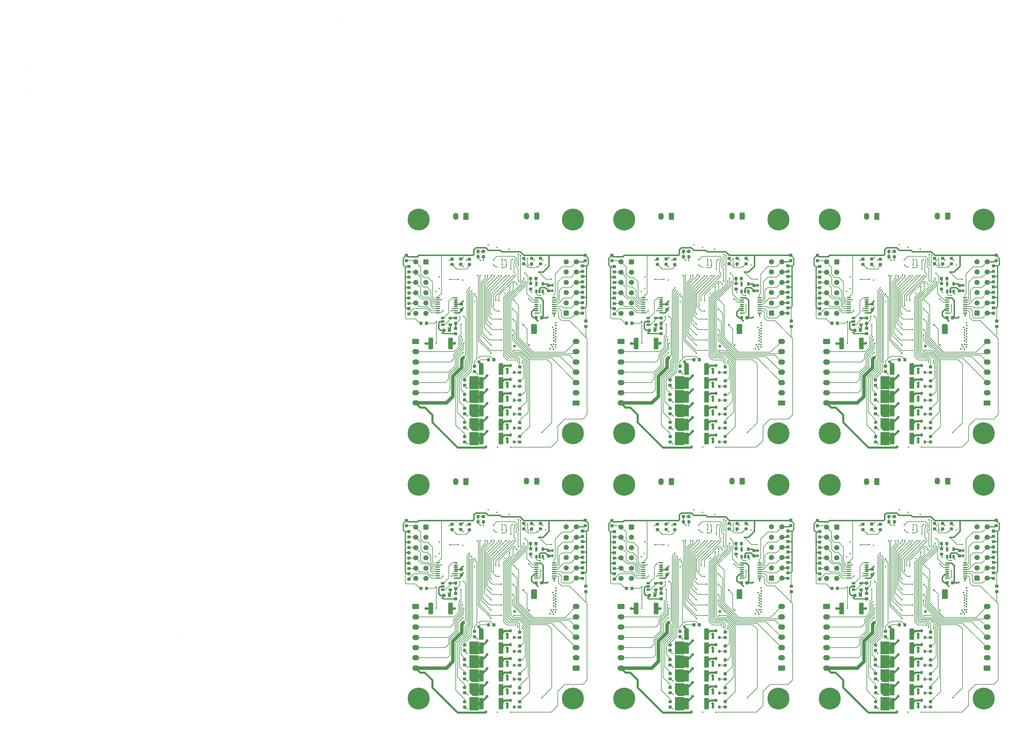
<source format=gbl>
G04 #@! TF.GenerationSoftware,KiCad,Pcbnew,(5.1.4)-1*
G04 #@! TF.CreationDate,2020-11-07T13:08:33+01:00*
G04 #@! TF.ProjectId,FPGA_nutzen,46504741-5f6e-4757-947a-656e2e6b6963,rev?*
G04 #@! TF.SameCoordinates,Original*
G04 #@! TF.FileFunction,Copper,L4,Bot*
G04 #@! TF.FilePolarity,Positive*
%FSLAX46Y46*%
G04 Gerber Fmt 4.6, Leading zero omitted, Abs format (unit mm)*
G04 Created by KiCad (PCBNEW (5.1.4)-1) date 2020-11-07 13:08:33*
%MOMM*%
%LPD*%
G04 APERTURE LIST*
%ADD10C,0.100000*%
%ADD11C,0.875000*%
%ADD12C,0.550000*%
%ADD13C,1.651000*%
%ADD14C,1.500000*%
%ADD15R,1.200000X0.400000*%
%ADD16C,6.400000*%
%ADD17C,0.800000*%
%ADD18C,1.350000*%
%ADD19R,0.800000X0.900000*%
%ADD20R,1.060000X0.650000*%
%ADD21R,0.650000X1.060000*%
%ADD22O,2.020000X1.500000*%
%ADD23O,1.500000X2.020000*%
%ADD24C,0.450000*%
%ADD25C,0.500000*%
%ADD26C,0.125000*%
%ADD27C,0.400000*%
%ADD28C,0.200000*%
%ADD29C,0.300000*%
%ADD30C,0.600000*%
%ADD31C,1.000000*%
%ADD32C,0.254000*%
G04 APERTURE END LIST*
D10*
G36*
X200212891Y-140759153D02*
G01*
X200234126Y-140762303D01*
X200254950Y-140767519D01*
X200275162Y-140774751D01*
X200294568Y-140783930D01*
X200312981Y-140794966D01*
X200330224Y-140807754D01*
X200346130Y-140822170D01*
X200360546Y-140838076D01*
X200373334Y-140855319D01*
X200384370Y-140873732D01*
X200393549Y-140893138D01*
X200400781Y-140913350D01*
X200405997Y-140934174D01*
X200409147Y-140955409D01*
X200410200Y-140976850D01*
X200410200Y-141414350D01*
X200409147Y-141435791D01*
X200405997Y-141457026D01*
X200400781Y-141477850D01*
X200393549Y-141498062D01*
X200384370Y-141517468D01*
X200373334Y-141535881D01*
X200360546Y-141553124D01*
X200346130Y-141569030D01*
X200330224Y-141583446D01*
X200312981Y-141596234D01*
X200294568Y-141607270D01*
X200275162Y-141616449D01*
X200254950Y-141623681D01*
X200234126Y-141628897D01*
X200212891Y-141632047D01*
X200191450Y-141633100D01*
X199678950Y-141633100D01*
X199657509Y-141632047D01*
X199636274Y-141628897D01*
X199615450Y-141623681D01*
X199595238Y-141616449D01*
X199575832Y-141607270D01*
X199557419Y-141596234D01*
X199540176Y-141583446D01*
X199524270Y-141569030D01*
X199509854Y-141553124D01*
X199497066Y-141535881D01*
X199486030Y-141517468D01*
X199476851Y-141498062D01*
X199469619Y-141477850D01*
X199464403Y-141457026D01*
X199461253Y-141435791D01*
X199460200Y-141414350D01*
X199460200Y-140976850D01*
X199461253Y-140955409D01*
X199464403Y-140934174D01*
X199469619Y-140913350D01*
X199476851Y-140893138D01*
X199486030Y-140873732D01*
X199497066Y-140855319D01*
X199509854Y-140838076D01*
X199524270Y-140822170D01*
X199540176Y-140807754D01*
X199557419Y-140794966D01*
X199575832Y-140783930D01*
X199595238Y-140774751D01*
X199615450Y-140767519D01*
X199636274Y-140762303D01*
X199657509Y-140759153D01*
X199678950Y-140758100D01*
X200191450Y-140758100D01*
X200212891Y-140759153D01*
X200212891Y-140759153D01*
G37*
D11*
X199935200Y-141195600D03*
D10*
G36*
X200212891Y-142334153D02*
G01*
X200234126Y-142337303D01*
X200254950Y-142342519D01*
X200275162Y-142349751D01*
X200294568Y-142358930D01*
X200312981Y-142369966D01*
X200330224Y-142382754D01*
X200346130Y-142397170D01*
X200360546Y-142413076D01*
X200373334Y-142430319D01*
X200384370Y-142448732D01*
X200393549Y-142468138D01*
X200400781Y-142488350D01*
X200405997Y-142509174D01*
X200409147Y-142530409D01*
X200410200Y-142551850D01*
X200410200Y-142989350D01*
X200409147Y-143010791D01*
X200405997Y-143032026D01*
X200400781Y-143052850D01*
X200393549Y-143073062D01*
X200384370Y-143092468D01*
X200373334Y-143110881D01*
X200360546Y-143128124D01*
X200346130Y-143144030D01*
X200330224Y-143158446D01*
X200312981Y-143171234D01*
X200294568Y-143182270D01*
X200275162Y-143191449D01*
X200254950Y-143198681D01*
X200234126Y-143203897D01*
X200212891Y-143207047D01*
X200191450Y-143208100D01*
X199678950Y-143208100D01*
X199657509Y-143207047D01*
X199636274Y-143203897D01*
X199615450Y-143198681D01*
X199595238Y-143191449D01*
X199575832Y-143182270D01*
X199557419Y-143171234D01*
X199540176Y-143158446D01*
X199524270Y-143144030D01*
X199509854Y-143128124D01*
X199497066Y-143110881D01*
X199486030Y-143092468D01*
X199476851Y-143073062D01*
X199469619Y-143052850D01*
X199464403Y-143032026D01*
X199461253Y-143010791D01*
X199460200Y-142989350D01*
X199460200Y-142551850D01*
X199461253Y-142530409D01*
X199464403Y-142509174D01*
X199469619Y-142488350D01*
X199476851Y-142468138D01*
X199486030Y-142448732D01*
X199497066Y-142430319D01*
X199509854Y-142413076D01*
X199524270Y-142397170D01*
X199540176Y-142382754D01*
X199557419Y-142369966D01*
X199575832Y-142358930D01*
X199595238Y-142349751D01*
X199615450Y-142342519D01*
X199636274Y-142337303D01*
X199657509Y-142334153D01*
X199678950Y-142333100D01*
X200191450Y-142333100D01*
X200212891Y-142334153D01*
X200212891Y-142334153D01*
G37*
D11*
X199935200Y-142770600D03*
D10*
G36*
X140212891Y-140759153D02*
G01*
X140234126Y-140762303D01*
X140254950Y-140767519D01*
X140275162Y-140774751D01*
X140294568Y-140783930D01*
X140312981Y-140794966D01*
X140330224Y-140807754D01*
X140346130Y-140822170D01*
X140360546Y-140838076D01*
X140373334Y-140855319D01*
X140384370Y-140873732D01*
X140393549Y-140893138D01*
X140400781Y-140913350D01*
X140405997Y-140934174D01*
X140409147Y-140955409D01*
X140410200Y-140976850D01*
X140410200Y-141414350D01*
X140409147Y-141435791D01*
X140405997Y-141457026D01*
X140400781Y-141477850D01*
X140393549Y-141498062D01*
X140384370Y-141517468D01*
X140373334Y-141535881D01*
X140360546Y-141553124D01*
X140346130Y-141569030D01*
X140330224Y-141583446D01*
X140312981Y-141596234D01*
X140294568Y-141607270D01*
X140275162Y-141616449D01*
X140254950Y-141623681D01*
X140234126Y-141628897D01*
X140212891Y-141632047D01*
X140191450Y-141633100D01*
X139678950Y-141633100D01*
X139657509Y-141632047D01*
X139636274Y-141628897D01*
X139615450Y-141623681D01*
X139595238Y-141616449D01*
X139575832Y-141607270D01*
X139557419Y-141596234D01*
X139540176Y-141583446D01*
X139524270Y-141569030D01*
X139509854Y-141553124D01*
X139497066Y-141535881D01*
X139486030Y-141517468D01*
X139476851Y-141498062D01*
X139469619Y-141477850D01*
X139464403Y-141457026D01*
X139461253Y-141435791D01*
X139460200Y-141414350D01*
X139460200Y-140976850D01*
X139461253Y-140955409D01*
X139464403Y-140934174D01*
X139469619Y-140913350D01*
X139476851Y-140893138D01*
X139486030Y-140873732D01*
X139497066Y-140855319D01*
X139509854Y-140838076D01*
X139524270Y-140822170D01*
X139540176Y-140807754D01*
X139557419Y-140794966D01*
X139575832Y-140783930D01*
X139595238Y-140774751D01*
X139615450Y-140767519D01*
X139636274Y-140762303D01*
X139657509Y-140759153D01*
X139678950Y-140758100D01*
X140191450Y-140758100D01*
X140212891Y-140759153D01*
X140212891Y-140759153D01*
G37*
D11*
X139935200Y-141195600D03*
D10*
G36*
X140212891Y-142334153D02*
G01*
X140234126Y-142337303D01*
X140254950Y-142342519D01*
X140275162Y-142349751D01*
X140294568Y-142358930D01*
X140312981Y-142369966D01*
X140330224Y-142382754D01*
X140346130Y-142397170D01*
X140360546Y-142413076D01*
X140373334Y-142430319D01*
X140384370Y-142448732D01*
X140393549Y-142468138D01*
X140400781Y-142488350D01*
X140405997Y-142509174D01*
X140409147Y-142530409D01*
X140410200Y-142551850D01*
X140410200Y-142989350D01*
X140409147Y-143010791D01*
X140405997Y-143032026D01*
X140400781Y-143052850D01*
X140393549Y-143073062D01*
X140384370Y-143092468D01*
X140373334Y-143110881D01*
X140360546Y-143128124D01*
X140346130Y-143144030D01*
X140330224Y-143158446D01*
X140312981Y-143171234D01*
X140294568Y-143182270D01*
X140275162Y-143191449D01*
X140254950Y-143198681D01*
X140234126Y-143203897D01*
X140212891Y-143207047D01*
X140191450Y-143208100D01*
X139678950Y-143208100D01*
X139657509Y-143207047D01*
X139636274Y-143203897D01*
X139615450Y-143198681D01*
X139595238Y-143191449D01*
X139575832Y-143182270D01*
X139557419Y-143171234D01*
X139540176Y-143158446D01*
X139524270Y-143144030D01*
X139509854Y-143128124D01*
X139497066Y-143110881D01*
X139486030Y-143092468D01*
X139476851Y-143073062D01*
X139469619Y-143052850D01*
X139464403Y-143032026D01*
X139461253Y-143010791D01*
X139460200Y-142989350D01*
X139460200Y-142551850D01*
X139461253Y-142530409D01*
X139464403Y-142509174D01*
X139469619Y-142488350D01*
X139476851Y-142468138D01*
X139486030Y-142448732D01*
X139497066Y-142430319D01*
X139509854Y-142413076D01*
X139524270Y-142397170D01*
X139540176Y-142382754D01*
X139557419Y-142369966D01*
X139575832Y-142358930D01*
X139595238Y-142349751D01*
X139615450Y-142342519D01*
X139636274Y-142337303D01*
X139657509Y-142334153D01*
X139678950Y-142333100D01*
X140191450Y-142333100D01*
X140212891Y-142334153D01*
X140212891Y-142334153D01*
G37*
D11*
X139935200Y-142770600D03*
D10*
G36*
X80212891Y-140759153D02*
G01*
X80234126Y-140762303D01*
X80254950Y-140767519D01*
X80275162Y-140774751D01*
X80294568Y-140783930D01*
X80312981Y-140794966D01*
X80330224Y-140807754D01*
X80346130Y-140822170D01*
X80360546Y-140838076D01*
X80373334Y-140855319D01*
X80384370Y-140873732D01*
X80393549Y-140893138D01*
X80400781Y-140913350D01*
X80405997Y-140934174D01*
X80409147Y-140955409D01*
X80410200Y-140976850D01*
X80410200Y-141414350D01*
X80409147Y-141435791D01*
X80405997Y-141457026D01*
X80400781Y-141477850D01*
X80393549Y-141498062D01*
X80384370Y-141517468D01*
X80373334Y-141535881D01*
X80360546Y-141553124D01*
X80346130Y-141569030D01*
X80330224Y-141583446D01*
X80312981Y-141596234D01*
X80294568Y-141607270D01*
X80275162Y-141616449D01*
X80254950Y-141623681D01*
X80234126Y-141628897D01*
X80212891Y-141632047D01*
X80191450Y-141633100D01*
X79678950Y-141633100D01*
X79657509Y-141632047D01*
X79636274Y-141628897D01*
X79615450Y-141623681D01*
X79595238Y-141616449D01*
X79575832Y-141607270D01*
X79557419Y-141596234D01*
X79540176Y-141583446D01*
X79524270Y-141569030D01*
X79509854Y-141553124D01*
X79497066Y-141535881D01*
X79486030Y-141517468D01*
X79476851Y-141498062D01*
X79469619Y-141477850D01*
X79464403Y-141457026D01*
X79461253Y-141435791D01*
X79460200Y-141414350D01*
X79460200Y-140976850D01*
X79461253Y-140955409D01*
X79464403Y-140934174D01*
X79469619Y-140913350D01*
X79476851Y-140893138D01*
X79486030Y-140873732D01*
X79497066Y-140855319D01*
X79509854Y-140838076D01*
X79524270Y-140822170D01*
X79540176Y-140807754D01*
X79557419Y-140794966D01*
X79575832Y-140783930D01*
X79595238Y-140774751D01*
X79615450Y-140767519D01*
X79636274Y-140762303D01*
X79657509Y-140759153D01*
X79678950Y-140758100D01*
X80191450Y-140758100D01*
X80212891Y-140759153D01*
X80212891Y-140759153D01*
G37*
D11*
X79935200Y-141195600D03*
D10*
G36*
X80212891Y-142334153D02*
G01*
X80234126Y-142337303D01*
X80254950Y-142342519D01*
X80275162Y-142349751D01*
X80294568Y-142358930D01*
X80312981Y-142369966D01*
X80330224Y-142382754D01*
X80346130Y-142397170D01*
X80360546Y-142413076D01*
X80373334Y-142430319D01*
X80384370Y-142448732D01*
X80393549Y-142468138D01*
X80400781Y-142488350D01*
X80405997Y-142509174D01*
X80409147Y-142530409D01*
X80410200Y-142551850D01*
X80410200Y-142989350D01*
X80409147Y-143010791D01*
X80405997Y-143032026D01*
X80400781Y-143052850D01*
X80393549Y-143073062D01*
X80384370Y-143092468D01*
X80373334Y-143110881D01*
X80360546Y-143128124D01*
X80346130Y-143144030D01*
X80330224Y-143158446D01*
X80312981Y-143171234D01*
X80294568Y-143182270D01*
X80275162Y-143191449D01*
X80254950Y-143198681D01*
X80234126Y-143203897D01*
X80212891Y-143207047D01*
X80191450Y-143208100D01*
X79678950Y-143208100D01*
X79657509Y-143207047D01*
X79636274Y-143203897D01*
X79615450Y-143198681D01*
X79595238Y-143191449D01*
X79575832Y-143182270D01*
X79557419Y-143171234D01*
X79540176Y-143158446D01*
X79524270Y-143144030D01*
X79509854Y-143128124D01*
X79497066Y-143110881D01*
X79486030Y-143092468D01*
X79476851Y-143073062D01*
X79469619Y-143052850D01*
X79464403Y-143032026D01*
X79461253Y-143010791D01*
X79460200Y-142989350D01*
X79460200Y-142551850D01*
X79461253Y-142530409D01*
X79464403Y-142509174D01*
X79469619Y-142488350D01*
X79476851Y-142468138D01*
X79486030Y-142448732D01*
X79497066Y-142430319D01*
X79509854Y-142413076D01*
X79524270Y-142397170D01*
X79540176Y-142382754D01*
X79557419Y-142369966D01*
X79575832Y-142358930D01*
X79595238Y-142349751D01*
X79615450Y-142342519D01*
X79636274Y-142337303D01*
X79657509Y-142334153D01*
X79678950Y-142333100D01*
X80191450Y-142333100D01*
X80212891Y-142334153D01*
X80212891Y-142334153D01*
G37*
D11*
X79935200Y-142770600D03*
D10*
G36*
X200212891Y-63259153D02*
G01*
X200234126Y-63262303D01*
X200254950Y-63267519D01*
X200275162Y-63274751D01*
X200294568Y-63283930D01*
X200312981Y-63294966D01*
X200330224Y-63307754D01*
X200346130Y-63322170D01*
X200360546Y-63338076D01*
X200373334Y-63355319D01*
X200384370Y-63373732D01*
X200393549Y-63393138D01*
X200400781Y-63413350D01*
X200405997Y-63434174D01*
X200409147Y-63455409D01*
X200410200Y-63476850D01*
X200410200Y-63914350D01*
X200409147Y-63935791D01*
X200405997Y-63957026D01*
X200400781Y-63977850D01*
X200393549Y-63998062D01*
X200384370Y-64017468D01*
X200373334Y-64035881D01*
X200360546Y-64053124D01*
X200346130Y-64069030D01*
X200330224Y-64083446D01*
X200312981Y-64096234D01*
X200294568Y-64107270D01*
X200275162Y-64116449D01*
X200254950Y-64123681D01*
X200234126Y-64128897D01*
X200212891Y-64132047D01*
X200191450Y-64133100D01*
X199678950Y-64133100D01*
X199657509Y-64132047D01*
X199636274Y-64128897D01*
X199615450Y-64123681D01*
X199595238Y-64116449D01*
X199575832Y-64107270D01*
X199557419Y-64096234D01*
X199540176Y-64083446D01*
X199524270Y-64069030D01*
X199509854Y-64053124D01*
X199497066Y-64035881D01*
X199486030Y-64017468D01*
X199476851Y-63998062D01*
X199469619Y-63977850D01*
X199464403Y-63957026D01*
X199461253Y-63935791D01*
X199460200Y-63914350D01*
X199460200Y-63476850D01*
X199461253Y-63455409D01*
X199464403Y-63434174D01*
X199469619Y-63413350D01*
X199476851Y-63393138D01*
X199486030Y-63373732D01*
X199497066Y-63355319D01*
X199509854Y-63338076D01*
X199524270Y-63322170D01*
X199540176Y-63307754D01*
X199557419Y-63294966D01*
X199575832Y-63283930D01*
X199595238Y-63274751D01*
X199615450Y-63267519D01*
X199636274Y-63262303D01*
X199657509Y-63259153D01*
X199678950Y-63258100D01*
X200191450Y-63258100D01*
X200212891Y-63259153D01*
X200212891Y-63259153D01*
G37*
D11*
X199935200Y-63695600D03*
D10*
G36*
X200212891Y-64834153D02*
G01*
X200234126Y-64837303D01*
X200254950Y-64842519D01*
X200275162Y-64849751D01*
X200294568Y-64858930D01*
X200312981Y-64869966D01*
X200330224Y-64882754D01*
X200346130Y-64897170D01*
X200360546Y-64913076D01*
X200373334Y-64930319D01*
X200384370Y-64948732D01*
X200393549Y-64968138D01*
X200400781Y-64988350D01*
X200405997Y-65009174D01*
X200409147Y-65030409D01*
X200410200Y-65051850D01*
X200410200Y-65489350D01*
X200409147Y-65510791D01*
X200405997Y-65532026D01*
X200400781Y-65552850D01*
X200393549Y-65573062D01*
X200384370Y-65592468D01*
X200373334Y-65610881D01*
X200360546Y-65628124D01*
X200346130Y-65644030D01*
X200330224Y-65658446D01*
X200312981Y-65671234D01*
X200294568Y-65682270D01*
X200275162Y-65691449D01*
X200254950Y-65698681D01*
X200234126Y-65703897D01*
X200212891Y-65707047D01*
X200191450Y-65708100D01*
X199678950Y-65708100D01*
X199657509Y-65707047D01*
X199636274Y-65703897D01*
X199615450Y-65698681D01*
X199595238Y-65691449D01*
X199575832Y-65682270D01*
X199557419Y-65671234D01*
X199540176Y-65658446D01*
X199524270Y-65644030D01*
X199509854Y-65628124D01*
X199497066Y-65610881D01*
X199486030Y-65592468D01*
X199476851Y-65573062D01*
X199469619Y-65552850D01*
X199464403Y-65532026D01*
X199461253Y-65510791D01*
X199460200Y-65489350D01*
X199460200Y-65051850D01*
X199461253Y-65030409D01*
X199464403Y-65009174D01*
X199469619Y-64988350D01*
X199476851Y-64968138D01*
X199486030Y-64948732D01*
X199497066Y-64930319D01*
X199509854Y-64913076D01*
X199524270Y-64897170D01*
X199540176Y-64882754D01*
X199557419Y-64869966D01*
X199575832Y-64858930D01*
X199595238Y-64849751D01*
X199615450Y-64842519D01*
X199636274Y-64837303D01*
X199657509Y-64834153D01*
X199678950Y-64833100D01*
X200191450Y-64833100D01*
X200212891Y-64834153D01*
X200212891Y-64834153D01*
G37*
D11*
X199935200Y-65270600D03*
D10*
G36*
X140212891Y-63259153D02*
G01*
X140234126Y-63262303D01*
X140254950Y-63267519D01*
X140275162Y-63274751D01*
X140294568Y-63283930D01*
X140312981Y-63294966D01*
X140330224Y-63307754D01*
X140346130Y-63322170D01*
X140360546Y-63338076D01*
X140373334Y-63355319D01*
X140384370Y-63373732D01*
X140393549Y-63393138D01*
X140400781Y-63413350D01*
X140405997Y-63434174D01*
X140409147Y-63455409D01*
X140410200Y-63476850D01*
X140410200Y-63914350D01*
X140409147Y-63935791D01*
X140405997Y-63957026D01*
X140400781Y-63977850D01*
X140393549Y-63998062D01*
X140384370Y-64017468D01*
X140373334Y-64035881D01*
X140360546Y-64053124D01*
X140346130Y-64069030D01*
X140330224Y-64083446D01*
X140312981Y-64096234D01*
X140294568Y-64107270D01*
X140275162Y-64116449D01*
X140254950Y-64123681D01*
X140234126Y-64128897D01*
X140212891Y-64132047D01*
X140191450Y-64133100D01*
X139678950Y-64133100D01*
X139657509Y-64132047D01*
X139636274Y-64128897D01*
X139615450Y-64123681D01*
X139595238Y-64116449D01*
X139575832Y-64107270D01*
X139557419Y-64096234D01*
X139540176Y-64083446D01*
X139524270Y-64069030D01*
X139509854Y-64053124D01*
X139497066Y-64035881D01*
X139486030Y-64017468D01*
X139476851Y-63998062D01*
X139469619Y-63977850D01*
X139464403Y-63957026D01*
X139461253Y-63935791D01*
X139460200Y-63914350D01*
X139460200Y-63476850D01*
X139461253Y-63455409D01*
X139464403Y-63434174D01*
X139469619Y-63413350D01*
X139476851Y-63393138D01*
X139486030Y-63373732D01*
X139497066Y-63355319D01*
X139509854Y-63338076D01*
X139524270Y-63322170D01*
X139540176Y-63307754D01*
X139557419Y-63294966D01*
X139575832Y-63283930D01*
X139595238Y-63274751D01*
X139615450Y-63267519D01*
X139636274Y-63262303D01*
X139657509Y-63259153D01*
X139678950Y-63258100D01*
X140191450Y-63258100D01*
X140212891Y-63259153D01*
X140212891Y-63259153D01*
G37*
D11*
X139935200Y-63695600D03*
D10*
G36*
X140212891Y-64834153D02*
G01*
X140234126Y-64837303D01*
X140254950Y-64842519D01*
X140275162Y-64849751D01*
X140294568Y-64858930D01*
X140312981Y-64869966D01*
X140330224Y-64882754D01*
X140346130Y-64897170D01*
X140360546Y-64913076D01*
X140373334Y-64930319D01*
X140384370Y-64948732D01*
X140393549Y-64968138D01*
X140400781Y-64988350D01*
X140405997Y-65009174D01*
X140409147Y-65030409D01*
X140410200Y-65051850D01*
X140410200Y-65489350D01*
X140409147Y-65510791D01*
X140405997Y-65532026D01*
X140400781Y-65552850D01*
X140393549Y-65573062D01*
X140384370Y-65592468D01*
X140373334Y-65610881D01*
X140360546Y-65628124D01*
X140346130Y-65644030D01*
X140330224Y-65658446D01*
X140312981Y-65671234D01*
X140294568Y-65682270D01*
X140275162Y-65691449D01*
X140254950Y-65698681D01*
X140234126Y-65703897D01*
X140212891Y-65707047D01*
X140191450Y-65708100D01*
X139678950Y-65708100D01*
X139657509Y-65707047D01*
X139636274Y-65703897D01*
X139615450Y-65698681D01*
X139595238Y-65691449D01*
X139575832Y-65682270D01*
X139557419Y-65671234D01*
X139540176Y-65658446D01*
X139524270Y-65644030D01*
X139509854Y-65628124D01*
X139497066Y-65610881D01*
X139486030Y-65592468D01*
X139476851Y-65573062D01*
X139469619Y-65552850D01*
X139464403Y-65532026D01*
X139461253Y-65510791D01*
X139460200Y-65489350D01*
X139460200Y-65051850D01*
X139461253Y-65030409D01*
X139464403Y-65009174D01*
X139469619Y-64988350D01*
X139476851Y-64968138D01*
X139486030Y-64948732D01*
X139497066Y-64930319D01*
X139509854Y-64913076D01*
X139524270Y-64897170D01*
X139540176Y-64882754D01*
X139557419Y-64869966D01*
X139575832Y-64858930D01*
X139595238Y-64849751D01*
X139615450Y-64842519D01*
X139636274Y-64837303D01*
X139657509Y-64834153D01*
X139678950Y-64833100D01*
X140191450Y-64833100D01*
X140212891Y-64834153D01*
X140212891Y-64834153D01*
G37*
D11*
X139935200Y-65270600D03*
D12*
X222257400Y-140251500D03*
X223358400Y-140251500D03*
X222257400Y-141399000D03*
X223358400Y-141399000D03*
X222257400Y-142546500D03*
X223358400Y-142546500D03*
D10*
G36*
X223407905Y-139977704D02*
G01*
X223432173Y-139981304D01*
X223455972Y-139987265D01*
X223479071Y-139995530D01*
X223501250Y-140006020D01*
X223522293Y-140018632D01*
X223541999Y-140033247D01*
X223560177Y-140049723D01*
X223576653Y-140067901D01*
X223591268Y-140087607D01*
X223603880Y-140108650D01*
X223614370Y-140130829D01*
X223622635Y-140153928D01*
X223628596Y-140177727D01*
X223632196Y-140201995D01*
X223633400Y-140226499D01*
X223633400Y-142571501D01*
X223632196Y-142596005D01*
X223628596Y-142620273D01*
X223622635Y-142644072D01*
X223614370Y-142667171D01*
X223603880Y-142689350D01*
X223591268Y-142710393D01*
X223576653Y-142730099D01*
X223560177Y-142748277D01*
X223541999Y-142764753D01*
X223522293Y-142779368D01*
X223501250Y-142791980D01*
X223479071Y-142802470D01*
X223455972Y-142810735D01*
X223432173Y-142816696D01*
X223407905Y-142820296D01*
X223383401Y-142821500D01*
X222232399Y-142821500D01*
X222207895Y-142820296D01*
X222183627Y-142816696D01*
X222159828Y-142810735D01*
X222136729Y-142802470D01*
X222114550Y-142791980D01*
X222093507Y-142779368D01*
X222073801Y-142764753D01*
X222055623Y-142748277D01*
X222039147Y-142730099D01*
X222024532Y-142710393D01*
X222011920Y-142689350D01*
X222001430Y-142667171D01*
X221993165Y-142644072D01*
X221987204Y-142620273D01*
X221983604Y-142596005D01*
X221982400Y-142571501D01*
X221982400Y-140226499D01*
X221983604Y-140201995D01*
X221987204Y-140177727D01*
X221993165Y-140153928D01*
X222001430Y-140130829D01*
X222011920Y-140108650D01*
X222024532Y-140087607D01*
X222039147Y-140067901D01*
X222055623Y-140049723D01*
X222073801Y-140033247D01*
X222093507Y-140018632D01*
X222114550Y-140006020D01*
X222136729Y-139995530D01*
X222159828Y-139987265D01*
X222183627Y-139981304D01*
X222207895Y-139977704D01*
X222232399Y-139976500D01*
X223383401Y-139976500D01*
X223407905Y-139977704D01*
X223407905Y-139977704D01*
G37*
D13*
X222807900Y-141399000D03*
D12*
X162257400Y-140251500D03*
X163358400Y-140251500D03*
X162257400Y-141399000D03*
X163358400Y-141399000D03*
X162257400Y-142546500D03*
X163358400Y-142546500D03*
D10*
G36*
X163407905Y-139977704D02*
G01*
X163432173Y-139981304D01*
X163455972Y-139987265D01*
X163479071Y-139995530D01*
X163501250Y-140006020D01*
X163522293Y-140018632D01*
X163541999Y-140033247D01*
X163560177Y-140049723D01*
X163576653Y-140067901D01*
X163591268Y-140087607D01*
X163603880Y-140108650D01*
X163614370Y-140130829D01*
X163622635Y-140153928D01*
X163628596Y-140177727D01*
X163632196Y-140201995D01*
X163633400Y-140226499D01*
X163633400Y-142571501D01*
X163632196Y-142596005D01*
X163628596Y-142620273D01*
X163622635Y-142644072D01*
X163614370Y-142667171D01*
X163603880Y-142689350D01*
X163591268Y-142710393D01*
X163576653Y-142730099D01*
X163560177Y-142748277D01*
X163541999Y-142764753D01*
X163522293Y-142779368D01*
X163501250Y-142791980D01*
X163479071Y-142802470D01*
X163455972Y-142810735D01*
X163432173Y-142816696D01*
X163407905Y-142820296D01*
X163383401Y-142821500D01*
X162232399Y-142821500D01*
X162207895Y-142820296D01*
X162183627Y-142816696D01*
X162159828Y-142810735D01*
X162136729Y-142802470D01*
X162114550Y-142791980D01*
X162093507Y-142779368D01*
X162073801Y-142764753D01*
X162055623Y-142748277D01*
X162039147Y-142730099D01*
X162024532Y-142710393D01*
X162011920Y-142689350D01*
X162001430Y-142667171D01*
X161993165Y-142644072D01*
X161987204Y-142620273D01*
X161983604Y-142596005D01*
X161982400Y-142571501D01*
X161982400Y-140226499D01*
X161983604Y-140201995D01*
X161987204Y-140177727D01*
X161993165Y-140153928D01*
X162001430Y-140130829D01*
X162011920Y-140108650D01*
X162024532Y-140087607D01*
X162039147Y-140067901D01*
X162055623Y-140049723D01*
X162073801Y-140033247D01*
X162093507Y-140018632D01*
X162114550Y-140006020D01*
X162136729Y-139995530D01*
X162159828Y-139987265D01*
X162183627Y-139981304D01*
X162207895Y-139977704D01*
X162232399Y-139976500D01*
X163383401Y-139976500D01*
X163407905Y-139977704D01*
X163407905Y-139977704D01*
G37*
D13*
X162807900Y-141399000D03*
D12*
X102257400Y-140251500D03*
X103358400Y-140251500D03*
X102257400Y-141399000D03*
X103358400Y-141399000D03*
X102257400Y-142546500D03*
X103358400Y-142546500D03*
D10*
G36*
X103407905Y-139977704D02*
G01*
X103432173Y-139981304D01*
X103455972Y-139987265D01*
X103479071Y-139995530D01*
X103501250Y-140006020D01*
X103522293Y-140018632D01*
X103541999Y-140033247D01*
X103560177Y-140049723D01*
X103576653Y-140067901D01*
X103591268Y-140087607D01*
X103603880Y-140108650D01*
X103614370Y-140130829D01*
X103622635Y-140153928D01*
X103628596Y-140177727D01*
X103632196Y-140201995D01*
X103633400Y-140226499D01*
X103633400Y-142571501D01*
X103632196Y-142596005D01*
X103628596Y-142620273D01*
X103622635Y-142644072D01*
X103614370Y-142667171D01*
X103603880Y-142689350D01*
X103591268Y-142710393D01*
X103576653Y-142730099D01*
X103560177Y-142748277D01*
X103541999Y-142764753D01*
X103522293Y-142779368D01*
X103501250Y-142791980D01*
X103479071Y-142802470D01*
X103455972Y-142810735D01*
X103432173Y-142816696D01*
X103407905Y-142820296D01*
X103383401Y-142821500D01*
X102232399Y-142821500D01*
X102207895Y-142820296D01*
X102183627Y-142816696D01*
X102159828Y-142810735D01*
X102136729Y-142802470D01*
X102114550Y-142791980D01*
X102093507Y-142779368D01*
X102073801Y-142764753D01*
X102055623Y-142748277D01*
X102039147Y-142730099D01*
X102024532Y-142710393D01*
X102011920Y-142689350D01*
X102001430Y-142667171D01*
X101993165Y-142644072D01*
X101987204Y-142620273D01*
X101983604Y-142596005D01*
X101982400Y-142571501D01*
X101982400Y-140226499D01*
X101983604Y-140201995D01*
X101987204Y-140177727D01*
X101993165Y-140153928D01*
X102001430Y-140130829D01*
X102011920Y-140108650D01*
X102024532Y-140087607D01*
X102039147Y-140067901D01*
X102055623Y-140049723D01*
X102073801Y-140033247D01*
X102093507Y-140018632D01*
X102114550Y-140006020D01*
X102136729Y-139995530D01*
X102159828Y-139987265D01*
X102183627Y-139981304D01*
X102207895Y-139977704D01*
X102232399Y-139976500D01*
X103383401Y-139976500D01*
X103407905Y-139977704D01*
X103407905Y-139977704D01*
G37*
D13*
X102807900Y-141399000D03*
D12*
X222257400Y-62751500D03*
X223358400Y-62751500D03*
X222257400Y-63899000D03*
X223358400Y-63899000D03*
X222257400Y-65046500D03*
X223358400Y-65046500D03*
D10*
G36*
X223407905Y-62477704D02*
G01*
X223432173Y-62481304D01*
X223455972Y-62487265D01*
X223479071Y-62495530D01*
X223501250Y-62506020D01*
X223522293Y-62518632D01*
X223541999Y-62533247D01*
X223560177Y-62549723D01*
X223576653Y-62567901D01*
X223591268Y-62587607D01*
X223603880Y-62608650D01*
X223614370Y-62630829D01*
X223622635Y-62653928D01*
X223628596Y-62677727D01*
X223632196Y-62701995D01*
X223633400Y-62726499D01*
X223633400Y-65071501D01*
X223632196Y-65096005D01*
X223628596Y-65120273D01*
X223622635Y-65144072D01*
X223614370Y-65167171D01*
X223603880Y-65189350D01*
X223591268Y-65210393D01*
X223576653Y-65230099D01*
X223560177Y-65248277D01*
X223541999Y-65264753D01*
X223522293Y-65279368D01*
X223501250Y-65291980D01*
X223479071Y-65302470D01*
X223455972Y-65310735D01*
X223432173Y-65316696D01*
X223407905Y-65320296D01*
X223383401Y-65321500D01*
X222232399Y-65321500D01*
X222207895Y-65320296D01*
X222183627Y-65316696D01*
X222159828Y-65310735D01*
X222136729Y-65302470D01*
X222114550Y-65291980D01*
X222093507Y-65279368D01*
X222073801Y-65264753D01*
X222055623Y-65248277D01*
X222039147Y-65230099D01*
X222024532Y-65210393D01*
X222011920Y-65189350D01*
X222001430Y-65167171D01*
X221993165Y-65144072D01*
X221987204Y-65120273D01*
X221983604Y-65096005D01*
X221982400Y-65071501D01*
X221982400Y-62726499D01*
X221983604Y-62701995D01*
X221987204Y-62677727D01*
X221993165Y-62653928D01*
X222001430Y-62630829D01*
X222011920Y-62608650D01*
X222024532Y-62587607D01*
X222039147Y-62567901D01*
X222055623Y-62549723D01*
X222073801Y-62533247D01*
X222093507Y-62518632D01*
X222114550Y-62506020D01*
X222136729Y-62495530D01*
X222159828Y-62487265D01*
X222183627Y-62481304D01*
X222207895Y-62477704D01*
X222232399Y-62476500D01*
X223383401Y-62476500D01*
X223407905Y-62477704D01*
X223407905Y-62477704D01*
G37*
D13*
X222807900Y-63899000D03*
D12*
X162257400Y-62751500D03*
X163358400Y-62751500D03*
X162257400Y-63899000D03*
X163358400Y-63899000D03*
X162257400Y-65046500D03*
X163358400Y-65046500D03*
D10*
G36*
X163407905Y-62477704D02*
G01*
X163432173Y-62481304D01*
X163455972Y-62487265D01*
X163479071Y-62495530D01*
X163501250Y-62506020D01*
X163522293Y-62518632D01*
X163541999Y-62533247D01*
X163560177Y-62549723D01*
X163576653Y-62567901D01*
X163591268Y-62587607D01*
X163603880Y-62608650D01*
X163614370Y-62630829D01*
X163622635Y-62653928D01*
X163628596Y-62677727D01*
X163632196Y-62701995D01*
X163633400Y-62726499D01*
X163633400Y-65071501D01*
X163632196Y-65096005D01*
X163628596Y-65120273D01*
X163622635Y-65144072D01*
X163614370Y-65167171D01*
X163603880Y-65189350D01*
X163591268Y-65210393D01*
X163576653Y-65230099D01*
X163560177Y-65248277D01*
X163541999Y-65264753D01*
X163522293Y-65279368D01*
X163501250Y-65291980D01*
X163479071Y-65302470D01*
X163455972Y-65310735D01*
X163432173Y-65316696D01*
X163407905Y-65320296D01*
X163383401Y-65321500D01*
X162232399Y-65321500D01*
X162207895Y-65320296D01*
X162183627Y-65316696D01*
X162159828Y-65310735D01*
X162136729Y-65302470D01*
X162114550Y-65291980D01*
X162093507Y-65279368D01*
X162073801Y-65264753D01*
X162055623Y-65248277D01*
X162039147Y-65230099D01*
X162024532Y-65210393D01*
X162011920Y-65189350D01*
X162001430Y-65167171D01*
X161993165Y-65144072D01*
X161987204Y-65120273D01*
X161983604Y-65096005D01*
X161982400Y-65071501D01*
X161982400Y-62726499D01*
X161983604Y-62701995D01*
X161987204Y-62677727D01*
X161993165Y-62653928D01*
X162001430Y-62630829D01*
X162011920Y-62608650D01*
X162024532Y-62587607D01*
X162039147Y-62567901D01*
X162055623Y-62549723D01*
X162073801Y-62533247D01*
X162093507Y-62518632D01*
X162114550Y-62506020D01*
X162136729Y-62495530D01*
X162159828Y-62487265D01*
X162183627Y-62481304D01*
X162207895Y-62477704D01*
X162232399Y-62476500D01*
X163383401Y-62476500D01*
X163407905Y-62477704D01*
X163407905Y-62477704D01*
G37*
D13*
X162807900Y-63899000D03*
D10*
G36*
X227340091Y-128211753D02*
G01*
X227361326Y-128214903D01*
X227382150Y-128220119D01*
X227402362Y-128227351D01*
X227421768Y-128236530D01*
X227440181Y-128247566D01*
X227457424Y-128260354D01*
X227473330Y-128274770D01*
X227487746Y-128290676D01*
X227500534Y-128307919D01*
X227511570Y-128326332D01*
X227520749Y-128345738D01*
X227527981Y-128365950D01*
X227533197Y-128386774D01*
X227536347Y-128408009D01*
X227537400Y-128429450D01*
X227537400Y-128866950D01*
X227536347Y-128888391D01*
X227533197Y-128909626D01*
X227527981Y-128930450D01*
X227520749Y-128950662D01*
X227511570Y-128970068D01*
X227500534Y-128988481D01*
X227487746Y-129005724D01*
X227473330Y-129021630D01*
X227457424Y-129036046D01*
X227440181Y-129048834D01*
X227421768Y-129059870D01*
X227402362Y-129069049D01*
X227382150Y-129076281D01*
X227361326Y-129081497D01*
X227340091Y-129084647D01*
X227318650Y-129085700D01*
X226806150Y-129085700D01*
X226784709Y-129084647D01*
X226763474Y-129081497D01*
X226742650Y-129076281D01*
X226722438Y-129069049D01*
X226703032Y-129059870D01*
X226684619Y-129048834D01*
X226667376Y-129036046D01*
X226651470Y-129021630D01*
X226637054Y-129005724D01*
X226624266Y-128988481D01*
X226613230Y-128970068D01*
X226604051Y-128950662D01*
X226596819Y-128930450D01*
X226591603Y-128909626D01*
X226588453Y-128888391D01*
X226587400Y-128866950D01*
X226587400Y-128429450D01*
X226588453Y-128408009D01*
X226591603Y-128386774D01*
X226596819Y-128365950D01*
X226604051Y-128345738D01*
X226613230Y-128326332D01*
X226624266Y-128307919D01*
X226637054Y-128290676D01*
X226651470Y-128274770D01*
X226667376Y-128260354D01*
X226684619Y-128247566D01*
X226703032Y-128236530D01*
X226722438Y-128227351D01*
X226742650Y-128220119D01*
X226763474Y-128214903D01*
X226784709Y-128211753D01*
X226806150Y-128210700D01*
X227318650Y-128210700D01*
X227340091Y-128211753D01*
X227340091Y-128211753D01*
G37*
D11*
X227062400Y-128648200D03*
D10*
G36*
X227340091Y-129786753D02*
G01*
X227361326Y-129789903D01*
X227382150Y-129795119D01*
X227402362Y-129802351D01*
X227421768Y-129811530D01*
X227440181Y-129822566D01*
X227457424Y-129835354D01*
X227473330Y-129849770D01*
X227487746Y-129865676D01*
X227500534Y-129882919D01*
X227511570Y-129901332D01*
X227520749Y-129920738D01*
X227527981Y-129940950D01*
X227533197Y-129961774D01*
X227536347Y-129983009D01*
X227537400Y-130004450D01*
X227537400Y-130441950D01*
X227536347Y-130463391D01*
X227533197Y-130484626D01*
X227527981Y-130505450D01*
X227520749Y-130525662D01*
X227511570Y-130545068D01*
X227500534Y-130563481D01*
X227487746Y-130580724D01*
X227473330Y-130596630D01*
X227457424Y-130611046D01*
X227440181Y-130623834D01*
X227421768Y-130634870D01*
X227402362Y-130644049D01*
X227382150Y-130651281D01*
X227361326Y-130656497D01*
X227340091Y-130659647D01*
X227318650Y-130660700D01*
X226806150Y-130660700D01*
X226784709Y-130659647D01*
X226763474Y-130656497D01*
X226742650Y-130651281D01*
X226722438Y-130644049D01*
X226703032Y-130634870D01*
X226684619Y-130623834D01*
X226667376Y-130611046D01*
X226651470Y-130596630D01*
X226637054Y-130580724D01*
X226624266Y-130563481D01*
X226613230Y-130545068D01*
X226604051Y-130525662D01*
X226596819Y-130505450D01*
X226591603Y-130484626D01*
X226588453Y-130463391D01*
X226587400Y-130441950D01*
X226587400Y-130004450D01*
X226588453Y-129983009D01*
X226591603Y-129961774D01*
X226596819Y-129940950D01*
X226604051Y-129920738D01*
X226613230Y-129901332D01*
X226624266Y-129882919D01*
X226637054Y-129865676D01*
X226651470Y-129849770D01*
X226667376Y-129835354D01*
X226684619Y-129822566D01*
X226703032Y-129811530D01*
X226722438Y-129802351D01*
X226742650Y-129795119D01*
X226763474Y-129789903D01*
X226784709Y-129786753D01*
X226806150Y-129785700D01*
X227318650Y-129785700D01*
X227340091Y-129786753D01*
X227340091Y-129786753D01*
G37*
D11*
X227062400Y-130223200D03*
D10*
G36*
X167340091Y-128211753D02*
G01*
X167361326Y-128214903D01*
X167382150Y-128220119D01*
X167402362Y-128227351D01*
X167421768Y-128236530D01*
X167440181Y-128247566D01*
X167457424Y-128260354D01*
X167473330Y-128274770D01*
X167487746Y-128290676D01*
X167500534Y-128307919D01*
X167511570Y-128326332D01*
X167520749Y-128345738D01*
X167527981Y-128365950D01*
X167533197Y-128386774D01*
X167536347Y-128408009D01*
X167537400Y-128429450D01*
X167537400Y-128866950D01*
X167536347Y-128888391D01*
X167533197Y-128909626D01*
X167527981Y-128930450D01*
X167520749Y-128950662D01*
X167511570Y-128970068D01*
X167500534Y-128988481D01*
X167487746Y-129005724D01*
X167473330Y-129021630D01*
X167457424Y-129036046D01*
X167440181Y-129048834D01*
X167421768Y-129059870D01*
X167402362Y-129069049D01*
X167382150Y-129076281D01*
X167361326Y-129081497D01*
X167340091Y-129084647D01*
X167318650Y-129085700D01*
X166806150Y-129085700D01*
X166784709Y-129084647D01*
X166763474Y-129081497D01*
X166742650Y-129076281D01*
X166722438Y-129069049D01*
X166703032Y-129059870D01*
X166684619Y-129048834D01*
X166667376Y-129036046D01*
X166651470Y-129021630D01*
X166637054Y-129005724D01*
X166624266Y-128988481D01*
X166613230Y-128970068D01*
X166604051Y-128950662D01*
X166596819Y-128930450D01*
X166591603Y-128909626D01*
X166588453Y-128888391D01*
X166587400Y-128866950D01*
X166587400Y-128429450D01*
X166588453Y-128408009D01*
X166591603Y-128386774D01*
X166596819Y-128365950D01*
X166604051Y-128345738D01*
X166613230Y-128326332D01*
X166624266Y-128307919D01*
X166637054Y-128290676D01*
X166651470Y-128274770D01*
X166667376Y-128260354D01*
X166684619Y-128247566D01*
X166703032Y-128236530D01*
X166722438Y-128227351D01*
X166742650Y-128220119D01*
X166763474Y-128214903D01*
X166784709Y-128211753D01*
X166806150Y-128210700D01*
X167318650Y-128210700D01*
X167340091Y-128211753D01*
X167340091Y-128211753D01*
G37*
D11*
X167062400Y-128648200D03*
D10*
G36*
X167340091Y-129786753D02*
G01*
X167361326Y-129789903D01*
X167382150Y-129795119D01*
X167402362Y-129802351D01*
X167421768Y-129811530D01*
X167440181Y-129822566D01*
X167457424Y-129835354D01*
X167473330Y-129849770D01*
X167487746Y-129865676D01*
X167500534Y-129882919D01*
X167511570Y-129901332D01*
X167520749Y-129920738D01*
X167527981Y-129940950D01*
X167533197Y-129961774D01*
X167536347Y-129983009D01*
X167537400Y-130004450D01*
X167537400Y-130441950D01*
X167536347Y-130463391D01*
X167533197Y-130484626D01*
X167527981Y-130505450D01*
X167520749Y-130525662D01*
X167511570Y-130545068D01*
X167500534Y-130563481D01*
X167487746Y-130580724D01*
X167473330Y-130596630D01*
X167457424Y-130611046D01*
X167440181Y-130623834D01*
X167421768Y-130634870D01*
X167402362Y-130644049D01*
X167382150Y-130651281D01*
X167361326Y-130656497D01*
X167340091Y-130659647D01*
X167318650Y-130660700D01*
X166806150Y-130660700D01*
X166784709Y-130659647D01*
X166763474Y-130656497D01*
X166742650Y-130651281D01*
X166722438Y-130644049D01*
X166703032Y-130634870D01*
X166684619Y-130623834D01*
X166667376Y-130611046D01*
X166651470Y-130596630D01*
X166637054Y-130580724D01*
X166624266Y-130563481D01*
X166613230Y-130545068D01*
X166604051Y-130525662D01*
X166596819Y-130505450D01*
X166591603Y-130484626D01*
X166588453Y-130463391D01*
X166587400Y-130441950D01*
X166587400Y-130004450D01*
X166588453Y-129983009D01*
X166591603Y-129961774D01*
X166596819Y-129940950D01*
X166604051Y-129920738D01*
X166613230Y-129901332D01*
X166624266Y-129882919D01*
X166637054Y-129865676D01*
X166651470Y-129849770D01*
X166667376Y-129835354D01*
X166684619Y-129822566D01*
X166703032Y-129811530D01*
X166722438Y-129802351D01*
X166742650Y-129795119D01*
X166763474Y-129789903D01*
X166784709Y-129786753D01*
X166806150Y-129785700D01*
X167318650Y-129785700D01*
X167340091Y-129786753D01*
X167340091Y-129786753D01*
G37*
D11*
X167062400Y-130223200D03*
D10*
G36*
X107340091Y-128211753D02*
G01*
X107361326Y-128214903D01*
X107382150Y-128220119D01*
X107402362Y-128227351D01*
X107421768Y-128236530D01*
X107440181Y-128247566D01*
X107457424Y-128260354D01*
X107473330Y-128274770D01*
X107487746Y-128290676D01*
X107500534Y-128307919D01*
X107511570Y-128326332D01*
X107520749Y-128345738D01*
X107527981Y-128365950D01*
X107533197Y-128386774D01*
X107536347Y-128408009D01*
X107537400Y-128429450D01*
X107537400Y-128866950D01*
X107536347Y-128888391D01*
X107533197Y-128909626D01*
X107527981Y-128930450D01*
X107520749Y-128950662D01*
X107511570Y-128970068D01*
X107500534Y-128988481D01*
X107487746Y-129005724D01*
X107473330Y-129021630D01*
X107457424Y-129036046D01*
X107440181Y-129048834D01*
X107421768Y-129059870D01*
X107402362Y-129069049D01*
X107382150Y-129076281D01*
X107361326Y-129081497D01*
X107340091Y-129084647D01*
X107318650Y-129085700D01*
X106806150Y-129085700D01*
X106784709Y-129084647D01*
X106763474Y-129081497D01*
X106742650Y-129076281D01*
X106722438Y-129069049D01*
X106703032Y-129059870D01*
X106684619Y-129048834D01*
X106667376Y-129036046D01*
X106651470Y-129021630D01*
X106637054Y-129005724D01*
X106624266Y-128988481D01*
X106613230Y-128970068D01*
X106604051Y-128950662D01*
X106596819Y-128930450D01*
X106591603Y-128909626D01*
X106588453Y-128888391D01*
X106587400Y-128866950D01*
X106587400Y-128429450D01*
X106588453Y-128408009D01*
X106591603Y-128386774D01*
X106596819Y-128365950D01*
X106604051Y-128345738D01*
X106613230Y-128326332D01*
X106624266Y-128307919D01*
X106637054Y-128290676D01*
X106651470Y-128274770D01*
X106667376Y-128260354D01*
X106684619Y-128247566D01*
X106703032Y-128236530D01*
X106722438Y-128227351D01*
X106742650Y-128220119D01*
X106763474Y-128214903D01*
X106784709Y-128211753D01*
X106806150Y-128210700D01*
X107318650Y-128210700D01*
X107340091Y-128211753D01*
X107340091Y-128211753D01*
G37*
D11*
X107062400Y-128648200D03*
D10*
G36*
X107340091Y-129786753D02*
G01*
X107361326Y-129789903D01*
X107382150Y-129795119D01*
X107402362Y-129802351D01*
X107421768Y-129811530D01*
X107440181Y-129822566D01*
X107457424Y-129835354D01*
X107473330Y-129849770D01*
X107487746Y-129865676D01*
X107500534Y-129882919D01*
X107511570Y-129901332D01*
X107520749Y-129920738D01*
X107527981Y-129940950D01*
X107533197Y-129961774D01*
X107536347Y-129983009D01*
X107537400Y-130004450D01*
X107537400Y-130441950D01*
X107536347Y-130463391D01*
X107533197Y-130484626D01*
X107527981Y-130505450D01*
X107520749Y-130525662D01*
X107511570Y-130545068D01*
X107500534Y-130563481D01*
X107487746Y-130580724D01*
X107473330Y-130596630D01*
X107457424Y-130611046D01*
X107440181Y-130623834D01*
X107421768Y-130634870D01*
X107402362Y-130644049D01*
X107382150Y-130651281D01*
X107361326Y-130656497D01*
X107340091Y-130659647D01*
X107318650Y-130660700D01*
X106806150Y-130660700D01*
X106784709Y-130659647D01*
X106763474Y-130656497D01*
X106742650Y-130651281D01*
X106722438Y-130644049D01*
X106703032Y-130634870D01*
X106684619Y-130623834D01*
X106667376Y-130611046D01*
X106651470Y-130596630D01*
X106637054Y-130580724D01*
X106624266Y-130563481D01*
X106613230Y-130545068D01*
X106604051Y-130525662D01*
X106596819Y-130505450D01*
X106591603Y-130484626D01*
X106588453Y-130463391D01*
X106587400Y-130441950D01*
X106587400Y-130004450D01*
X106588453Y-129983009D01*
X106591603Y-129961774D01*
X106596819Y-129940950D01*
X106604051Y-129920738D01*
X106613230Y-129901332D01*
X106624266Y-129882919D01*
X106637054Y-129865676D01*
X106651470Y-129849770D01*
X106667376Y-129835354D01*
X106684619Y-129822566D01*
X106703032Y-129811530D01*
X106722438Y-129802351D01*
X106742650Y-129795119D01*
X106763474Y-129789903D01*
X106784709Y-129786753D01*
X106806150Y-129785700D01*
X107318650Y-129785700D01*
X107340091Y-129786753D01*
X107340091Y-129786753D01*
G37*
D11*
X107062400Y-130223200D03*
D10*
G36*
X227340091Y-50711753D02*
G01*
X227361326Y-50714903D01*
X227382150Y-50720119D01*
X227402362Y-50727351D01*
X227421768Y-50736530D01*
X227440181Y-50747566D01*
X227457424Y-50760354D01*
X227473330Y-50774770D01*
X227487746Y-50790676D01*
X227500534Y-50807919D01*
X227511570Y-50826332D01*
X227520749Y-50845738D01*
X227527981Y-50865950D01*
X227533197Y-50886774D01*
X227536347Y-50908009D01*
X227537400Y-50929450D01*
X227537400Y-51366950D01*
X227536347Y-51388391D01*
X227533197Y-51409626D01*
X227527981Y-51430450D01*
X227520749Y-51450662D01*
X227511570Y-51470068D01*
X227500534Y-51488481D01*
X227487746Y-51505724D01*
X227473330Y-51521630D01*
X227457424Y-51536046D01*
X227440181Y-51548834D01*
X227421768Y-51559870D01*
X227402362Y-51569049D01*
X227382150Y-51576281D01*
X227361326Y-51581497D01*
X227340091Y-51584647D01*
X227318650Y-51585700D01*
X226806150Y-51585700D01*
X226784709Y-51584647D01*
X226763474Y-51581497D01*
X226742650Y-51576281D01*
X226722438Y-51569049D01*
X226703032Y-51559870D01*
X226684619Y-51548834D01*
X226667376Y-51536046D01*
X226651470Y-51521630D01*
X226637054Y-51505724D01*
X226624266Y-51488481D01*
X226613230Y-51470068D01*
X226604051Y-51450662D01*
X226596819Y-51430450D01*
X226591603Y-51409626D01*
X226588453Y-51388391D01*
X226587400Y-51366950D01*
X226587400Y-50929450D01*
X226588453Y-50908009D01*
X226591603Y-50886774D01*
X226596819Y-50865950D01*
X226604051Y-50845738D01*
X226613230Y-50826332D01*
X226624266Y-50807919D01*
X226637054Y-50790676D01*
X226651470Y-50774770D01*
X226667376Y-50760354D01*
X226684619Y-50747566D01*
X226703032Y-50736530D01*
X226722438Y-50727351D01*
X226742650Y-50720119D01*
X226763474Y-50714903D01*
X226784709Y-50711753D01*
X226806150Y-50710700D01*
X227318650Y-50710700D01*
X227340091Y-50711753D01*
X227340091Y-50711753D01*
G37*
D11*
X227062400Y-51148200D03*
D10*
G36*
X227340091Y-52286753D02*
G01*
X227361326Y-52289903D01*
X227382150Y-52295119D01*
X227402362Y-52302351D01*
X227421768Y-52311530D01*
X227440181Y-52322566D01*
X227457424Y-52335354D01*
X227473330Y-52349770D01*
X227487746Y-52365676D01*
X227500534Y-52382919D01*
X227511570Y-52401332D01*
X227520749Y-52420738D01*
X227527981Y-52440950D01*
X227533197Y-52461774D01*
X227536347Y-52483009D01*
X227537400Y-52504450D01*
X227537400Y-52941950D01*
X227536347Y-52963391D01*
X227533197Y-52984626D01*
X227527981Y-53005450D01*
X227520749Y-53025662D01*
X227511570Y-53045068D01*
X227500534Y-53063481D01*
X227487746Y-53080724D01*
X227473330Y-53096630D01*
X227457424Y-53111046D01*
X227440181Y-53123834D01*
X227421768Y-53134870D01*
X227402362Y-53144049D01*
X227382150Y-53151281D01*
X227361326Y-53156497D01*
X227340091Y-53159647D01*
X227318650Y-53160700D01*
X226806150Y-53160700D01*
X226784709Y-53159647D01*
X226763474Y-53156497D01*
X226742650Y-53151281D01*
X226722438Y-53144049D01*
X226703032Y-53134870D01*
X226684619Y-53123834D01*
X226667376Y-53111046D01*
X226651470Y-53096630D01*
X226637054Y-53080724D01*
X226624266Y-53063481D01*
X226613230Y-53045068D01*
X226604051Y-53025662D01*
X226596819Y-53005450D01*
X226591603Y-52984626D01*
X226588453Y-52963391D01*
X226587400Y-52941950D01*
X226587400Y-52504450D01*
X226588453Y-52483009D01*
X226591603Y-52461774D01*
X226596819Y-52440950D01*
X226604051Y-52420738D01*
X226613230Y-52401332D01*
X226624266Y-52382919D01*
X226637054Y-52365676D01*
X226651470Y-52349770D01*
X226667376Y-52335354D01*
X226684619Y-52322566D01*
X226703032Y-52311530D01*
X226722438Y-52302351D01*
X226742650Y-52295119D01*
X226763474Y-52289903D01*
X226784709Y-52286753D01*
X226806150Y-52285700D01*
X227318650Y-52285700D01*
X227340091Y-52286753D01*
X227340091Y-52286753D01*
G37*
D11*
X227062400Y-52723200D03*
D10*
G36*
X167340091Y-50711753D02*
G01*
X167361326Y-50714903D01*
X167382150Y-50720119D01*
X167402362Y-50727351D01*
X167421768Y-50736530D01*
X167440181Y-50747566D01*
X167457424Y-50760354D01*
X167473330Y-50774770D01*
X167487746Y-50790676D01*
X167500534Y-50807919D01*
X167511570Y-50826332D01*
X167520749Y-50845738D01*
X167527981Y-50865950D01*
X167533197Y-50886774D01*
X167536347Y-50908009D01*
X167537400Y-50929450D01*
X167537400Y-51366950D01*
X167536347Y-51388391D01*
X167533197Y-51409626D01*
X167527981Y-51430450D01*
X167520749Y-51450662D01*
X167511570Y-51470068D01*
X167500534Y-51488481D01*
X167487746Y-51505724D01*
X167473330Y-51521630D01*
X167457424Y-51536046D01*
X167440181Y-51548834D01*
X167421768Y-51559870D01*
X167402362Y-51569049D01*
X167382150Y-51576281D01*
X167361326Y-51581497D01*
X167340091Y-51584647D01*
X167318650Y-51585700D01*
X166806150Y-51585700D01*
X166784709Y-51584647D01*
X166763474Y-51581497D01*
X166742650Y-51576281D01*
X166722438Y-51569049D01*
X166703032Y-51559870D01*
X166684619Y-51548834D01*
X166667376Y-51536046D01*
X166651470Y-51521630D01*
X166637054Y-51505724D01*
X166624266Y-51488481D01*
X166613230Y-51470068D01*
X166604051Y-51450662D01*
X166596819Y-51430450D01*
X166591603Y-51409626D01*
X166588453Y-51388391D01*
X166587400Y-51366950D01*
X166587400Y-50929450D01*
X166588453Y-50908009D01*
X166591603Y-50886774D01*
X166596819Y-50865950D01*
X166604051Y-50845738D01*
X166613230Y-50826332D01*
X166624266Y-50807919D01*
X166637054Y-50790676D01*
X166651470Y-50774770D01*
X166667376Y-50760354D01*
X166684619Y-50747566D01*
X166703032Y-50736530D01*
X166722438Y-50727351D01*
X166742650Y-50720119D01*
X166763474Y-50714903D01*
X166784709Y-50711753D01*
X166806150Y-50710700D01*
X167318650Y-50710700D01*
X167340091Y-50711753D01*
X167340091Y-50711753D01*
G37*
D11*
X167062400Y-51148200D03*
D10*
G36*
X167340091Y-52286753D02*
G01*
X167361326Y-52289903D01*
X167382150Y-52295119D01*
X167402362Y-52302351D01*
X167421768Y-52311530D01*
X167440181Y-52322566D01*
X167457424Y-52335354D01*
X167473330Y-52349770D01*
X167487746Y-52365676D01*
X167500534Y-52382919D01*
X167511570Y-52401332D01*
X167520749Y-52420738D01*
X167527981Y-52440950D01*
X167533197Y-52461774D01*
X167536347Y-52483009D01*
X167537400Y-52504450D01*
X167537400Y-52941950D01*
X167536347Y-52963391D01*
X167533197Y-52984626D01*
X167527981Y-53005450D01*
X167520749Y-53025662D01*
X167511570Y-53045068D01*
X167500534Y-53063481D01*
X167487746Y-53080724D01*
X167473330Y-53096630D01*
X167457424Y-53111046D01*
X167440181Y-53123834D01*
X167421768Y-53134870D01*
X167402362Y-53144049D01*
X167382150Y-53151281D01*
X167361326Y-53156497D01*
X167340091Y-53159647D01*
X167318650Y-53160700D01*
X166806150Y-53160700D01*
X166784709Y-53159647D01*
X166763474Y-53156497D01*
X166742650Y-53151281D01*
X166722438Y-53144049D01*
X166703032Y-53134870D01*
X166684619Y-53123834D01*
X166667376Y-53111046D01*
X166651470Y-53096630D01*
X166637054Y-53080724D01*
X166624266Y-53063481D01*
X166613230Y-53045068D01*
X166604051Y-53025662D01*
X166596819Y-53005450D01*
X166591603Y-52984626D01*
X166588453Y-52963391D01*
X166587400Y-52941950D01*
X166587400Y-52504450D01*
X166588453Y-52483009D01*
X166591603Y-52461774D01*
X166596819Y-52440950D01*
X166604051Y-52420738D01*
X166613230Y-52401332D01*
X166624266Y-52382919D01*
X166637054Y-52365676D01*
X166651470Y-52349770D01*
X166667376Y-52335354D01*
X166684619Y-52322566D01*
X166703032Y-52311530D01*
X166722438Y-52302351D01*
X166742650Y-52295119D01*
X166763474Y-52289903D01*
X166784709Y-52286753D01*
X166806150Y-52285700D01*
X167318650Y-52285700D01*
X167340091Y-52286753D01*
X167340091Y-52286753D01*
G37*
D11*
X167062400Y-52723200D03*
D10*
G36*
X225245291Y-137623053D02*
G01*
X225266526Y-137626203D01*
X225287350Y-137631419D01*
X225307562Y-137638651D01*
X225326968Y-137647830D01*
X225345381Y-137658866D01*
X225362624Y-137671654D01*
X225378530Y-137686070D01*
X225392946Y-137701976D01*
X225405734Y-137719219D01*
X225416770Y-137737632D01*
X225425949Y-137757038D01*
X225433181Y-137777250D01*
X225438397Y-137798074D01*
X225441547Y-137819309D01*
X225442600Y-137840750D01*
X225442600Y-138353250D01*
X225441547Y-138374691D01*
X225438397Y-138395926D01*
X225433181Y-138416750D01*
X225425949Y-138436962D01*
X225416770Y-138456368D01*
X225405734Y-138474781D01*
X225392946Y-138492024D01*
X225378530Y-138507930D01*
X225362624Y-138522346D01*
X225345381Y-138535134D01*
X225326968Y-138546170D01*
X225307562Y-138555349D01*
X225287350Y-138562581D01*
X225266526Y-138567797D01*
X225245291Y-138570947D01*
X225223850Y-138572000D01*
X224786350Y-138572000D01*
X224764909Y-138570947D01*
X224743674Y-138567797D01*
X224722850Y-138562581D01*
X224702638Y-138555349D01*
X224683232Y-138546170D01*
X224664819Y-138535134D01*
X224647576Y-138522346D01*
X224631670Y-138507930D01*
X224617254Y-138492024D01*
X224604466Y-138474781D01*
X224593430Y-138456368D01*
X224584251Y-138436962D01*
X224577019Y-138416750D01*
X224571803Y-138395926D01*
X224568653Y-138374691D01*
X224567600Y-138353250D01*
X224567600Y-137840750D01*
X224568653Y-137819309D01*
X224571803Y-137798074D01*
X224577019Y-137777250D01*
X224584251Y-137757038D01*
X224593430Y-137737632D01*
X224604466Y-137719219D01*
X224617254Y-137701976D01*
X224631670Y-137686070D01*
X224647576Y-137671654D01*
X224664819Y-137658866D01*
X224683232Y-137647830D01*
X224702638Y-137638651D01*
X224722850Y-137631419D01*
X224743674Y-137626203D01*
X224764909Y-137623053D01*
X224786350Y-137622000D01*
X225223850Y-137622000D01*
X225245291Y-137623053D01*
X225245291Y-137623053D01*
G37*
D11*
X225005100Y-138097000D03*
D10*
G36*
X223670291Y-137623053D02*
G01*
X223691526Y-137626203D01*
X223712350Y-137631419D01*
X223732562Y-137638651D01*
X223751968Y-137647830D01*
X223770381Y-137658866D01*
X223787624Y-137671654D01*
X223803530Y-137686070D01*
X223817946Y-137701976D01*
X223830734Y-137719219D01*
X223841770Y-137737632D01*
X223850949Y-137757038D01*
X223858181Y-137777250D01*
X223863397Y-137798074D01*
X223866547Y-137819309D01*
X223867600Y-137840750D01*
X223867600Y-138353250D01*
X223866547Y-138374691D01*
X223863397Y-138395926D01*
X223858181Y-138416750D01*
X223850949Y-138436962D01*
X223841770Y-138456368D01*
X223830734Y-138474781D01*
X223817946Y-138492024D01*
X223803530Y-138507930D01*
X223787624Y-138522346D01*
X223770381Y-138535134D01*
X223751968Y-138546170D01*
X223732562Y-138555349D01*
X223712350Y-138562581D01*
X223691526Y-138567797D01*
X223670291Y-138570947D01*
X223648850Y-138572000D01*
X223211350Y-138572000D01*
X223189909Y-138570947D01*
X223168674Y-138567797D01*
X223147850Y-138562581D01*
X223127638Y-138555349D01*
X223108232Y-138546170D01*
X223089819Y-138535134D01*
X223072576Y-138522346D01*
X223056670Y-138507930D01*
X223042254Y-138492024D01*
X223029466Y-138474781D01*
X223018430Y-138456368D01*
X223009251Y-138436962D01*
X223002019Y-138416750D01*
X222996803Y-138395926D01*
X222993653Y-138374691D01*
X222992600Y-138353250D01*
X222992600Y-137840750D01*
X222993653Y-137819309D01*
X222996803Y-137798074D01*
X223002019Y-137777250D01*
X223009251Y-137757038D01*
X223018430Y-137737632D01*
X223029466Y-137719219D01*
X223042254Y-137701976D01*
X223056670Y-137686070D01*
X223072576Y-137671654D01*
X223089819Y-137658866D01*
X223108232Y-137647830D01*
X223127638Y-137638651D01*
X223147850Y-137631419D01*
X223168674Y-137626203D01*
X223189909Y-137623053D01*
X223211350Y-137622000D01*
X223648850Y-137622000D01*
X223670291Y-137623053D01*
X223670291Y-137623053D01*
G37*
D11*
X223430100Y-138097000D03*
D10*
G36*
X165245291Y-137623053D02*
G01*
X165266526Y-137626203D01*
X165287350Y-137631419D01*
X165307562Y-137638651D01*
X165326968Y-137647830D01*
X165345381Y-137658866D01*
X165362624Y-137671654D01*
X165378530Y-137686070D01*
X165392946Y-137701976D01*
X165405734Y-137719219D01*
X165416770Y-137737632D01*
X165425949Y-137757038D01*
X165433181Y-137777250D01*
X165438397Y-137798074D01*
X165441547Y-137819309D01*
X165442600Y-137840750D01*
X165442600Y-138353250D01*
X165441547Y-138374691D01*
X165438397Y-138395926D01*
X165433181Y-138416750D01*
X165425949Y-138436962D01*
X165416770Y-138456368D01*
X165405734Y-138474781D01*
X165392946Y-138492024D01*
X165378530Y-138507930D01*
X165362624Y-138522346D01*
X165345381Y-138535134D01*
X165326968Y-138546170D01*
X165307562Y-138555349D01*
X165287350Y-138562581D01*
X165266526Y-138567797D01*
X165245291Y-138570947D01*
X165223850Y-138572000D01*
X164786350Y-138572000D01*
X164764909Y-138570947D01*
X164743674Y-138567797D01*
X164722850Y-138562581D01*
X164702638Y-138555349D01*
X164683232Y-138546170D01*
X164664819Y-138535134D01*
X164647576Y-138522346D01*
X164631670Y-138507930D01*
X164617254Y-138492024D01*
X164604466Y-138474781D01*
X164593430Y-138456368D01*
X164584251Y-138436962D01*
X164577019Y-138416750D01*
X164571803Y-138395926D01*
X164568653Y-138374691D01*
X164567600Y-138353250D01*
X164567600Y-137840750D01*
X164568653Y-137819309D01*
X164571803Y-137798074D01*
X164577019Y-137777250D01*
X164584251Y-137757038D01*
X164593430Y-137737632D01*
X164604466Y-137719219D01*
X164617254Y-137701976D01*
X164631670Y-137686070D01*
X164647576Y-137671654D01*
X164664819Y-137658866D01*
X164683232Y-137647830D01*
X164702638Y-137638651D01*
X164722850Y-137631419D01*
X164743674Y-137626203D01*
X164764909Y-137623053D01*
X164786350Y-137622000D01*
X165223850Y-137622000D01*
X165245291Y-137623053D01*
X165245291Y-137623053D01*
G37*
D11*
X165005100Y-138097000D03*
D10*
G36*
X163670291Y-137623053D02*
G01*
X163691526Y-137626203D01*
X163712350Y-137631419D01*
X163732562Y-137638651D01*
X163751968Y-137647830D01*
X163770381Y-137658866D01*
X163787624Y-137671654D01*
X163803530Y-137686070D01*
X163817946Y-137701976D01*
X163830734Y-137719219D01*
X163841770Y-137737632D01*
X163850949Y-137757038D01*
X163858181Y-137777250D01*
X163863397Y-137798074D01*
X163866547Y-137819309D01*
X163867600Y-137840750D01*
X163867600Y-138353250D01*
X163866547Y-138374691D01*
X163863397Y-138395926D01*
X163858181Y-138416750D01*
X163850949Y-138436962D01*
X163841770Y-138456368D01*
X163830734Y-138474781D01*
X163817946Y-138492024D01*
X163803530Y-138507930D01*
X163787624Y-138522346D01*
X163770381Y-138535134D01*
X163751968Y-138546170D01*
X163732562Y-138555349D01*
X163712350Y-138562581D01*
X163691526Y-138567797D01*
X163670291Y-138570947D01*
X163648850Y-138572000D01*
X163211350Y-138572000D01*
X163189909Y-138570947D01*
X163168674Y-138567797D01*
X163147850Y-138562581D01*
X163127638Y-138555349D01*
X163108232Y-138546170D01*
X163089819Y-138535134D01*
X163072576Y-138522346D01*
X163056670Y-138507930D01*
X163042254Y-138492024D01*
X163029466Y-138474781D01*
X163018430Y-138456368D01*
X163009251Y-138436962D01*
X163002019Y-138416750D01*
X162996803Y-138395926D01*
X162993653Y-138374691D01*
X162992600Y-138353250D01*
X162992600Y-137840750D01*
X162993653Y-137819309D01*
X162996803Y-137798074D01*
X163002019Y-137777250D01*
X163009251Y-137757038D01*
X163018430Y-137737632D01*
X163029466Y-137719219D01*
X163042254Y-137701976D01*
X163056670Y-137686070D01*
X163072576Y-137671654D01*
X163089819Y-137658866D01*
X163108232Y-137647830D01*
X163127638Y-137638651D01*
X163147850Y-137631419D01*
X163168674Y-137626203D01*
X163189909Y-137623053D01*
X163211350Y-137622000D01*
X163648850Y-137622000D01*
X163670291Y-137623053D01*
X163670291Y-137623053D01*
G37*
D11*
X163430100Y-138097000D03*
D10*
G36*
X105245291Y-137623053D02*
G01*
X105266526Y-137626203D01*
X105287350Y-137631419D01*
X105307562Y-137638651D01*
X105326968Y-137647830D01*
X105345381Y-137658866D01*
X105362624Y-137671654D01*
X105378530Y-137686070D01*
X105392946Y-137701976D01*
X105405734Y-137719219D01*
X105416770Y-137737632D01*
X105425949Y-137757038D01*
X105433181Y-137777250D01*
X105438397Y-137798074D01*
X105441547Y-137819309D01*
X105442600Y-137840750D01*
X105442600Y-138353250D01*
X105441547Y-138374691D01*
X105438397Y-138395926D01*
X105433181Y-138416750D01*
X105425949Y-138436962D01*
X105416770Y-138456368D01*
X105405734Y-138474781D01*
X105392946Y-138492024D01*
X105378530Y-138507930D01*
X105362624Y-138522346D01*
X105345381Y-138535134D01*
X105326968Y-138546170D01*
X105307562Y-138555349D01*
X105287350Y-138562581D01*
X105266526Y-138567797D01*
X105245291Y-138570947D01*
X105223850Y-138572000D01*
X104786350Y-138572000D01*
X104764909Y-138570947D01*
X104743674Y-138567797D01*
X104722850Y-138562581D01*
X104702638Y-138555349D01*
X104683232Y-138546170D01*
X104664819Y-138535134D01*
X104647576Y-138522346D01*
X104631670Y-138507930D01*
X104617254Y-138492024D01*
X104604466Y-138474781D01*
X104593430Y-138456368D01*
X104584251Y-138436962D01*
X104577019Y-138416750D01*
X104571803Y-138395926D01*
X104568653Y-138374691D01*
X104567600Y-138353250D01*
X104567600Y-137840750D01*
X104568653Y-137819309D01*
X104571803Y-137798074D01*
X104577019Y-137777250D01*
X104584251Y-137757038D01*
X104593430Y-137737632D01*
X104604466Y-137719219D01*
X104617254Y-137701976D01*
X104631670Y-137686070D01*
X104647576Y-137671654D01*
X104664819Y-137658866D01*
X104683232Y-137647830D01*
X104702638Y-137638651D01*
X104722850Y-137631419D01*
X104743674Y-137626203D01*
X104764909Y-137623053D01*
X104786350Y-137622000D01*
X105223850Y-137622000D01*
X105245291Y-137623053D01*
X105245291Y-137623053D01*
G37*
D11*
X105005100Y-138097000D03*
D10*
G36*
X103670291Y-137623053D02*
G01*
X103691526Y-137626203D01*
X103712350Y-137631419D01*
X103732562Y-137638651D01*
X103751968Y-137647830D01*
X103770381Y-137658866D01*
X103787624Y-137671654D01*
X103803530Y-137686070D01*
X103817946Y-137701976D01*
X103830734Y-137719219D01*
X103841770Y-137737632D01*
X103850949Y-137757038D01*
X103858181Y-137777250D01*
X103863397Y-137798074D01*
X103866547Y-137819309D01*
X103867600Y-137840750D01*
X103867600Y-138353250D01*
X103866547Y-138374691D01*
X103863397Y-138395926D01*
X103858181Y-138416750D01*
X103850949Y-138436962D01*
X103841770Y-138456368D01*
X103830734Y-138474781D01*
X103817946Y-138492024D01*
X103803530Y-138507930D01*
X103787624Y-138522346D01*
X103770381Y-138535134D01*
X103751968Y-138546170D01*
X103732562Y-138555349D01*
X103712350Y-138562581D01*
X103691526Y-138567797D01*
X103670291Y-138570947D01*
X103648850Y-138572000D01*
X103211350Y-138572000D01*
X103189909Y-138570947D01*
X103168674Y-138567797D01*
X103147850Y-138562581D01*
X103127638Y-138555349D01*
X103108232Y-138546170D01*
X103089819Y-138535134D01*
X103072576Y-138522346D01*
X103056670Y-138507930D01*
X103042254Y-138492024D01*
X103029466Y-138474781D01*
X103018430Y-138456368D01*
X103009251Y-138436962D01*
X103002019Y-138416750D01*
X102996803Y-138395926D01*
X102993653Y-138374691D01*
X102992600Y-138353250D01*
X102992600Y-137840750D01*
X102993653Y-137819309D01*
X102996803Y-137798074D01*
X103002019Y-137777250D01*
X103009251Y-137757038D01*
X103018430Y-137737632D01*
X103029466Y-137719219D01*
X103042254Y-137701976D01*
X103056670Y-137686070D01*
X103072576Y-137671654D01*
X103089819Y-137658866D01*
X103108232Y-137647830D01*
X103127638Y-137638651D01*
X103147850Y-137631419D01*
X103168674Y-137626203D01*
X103189909Y-137623053D01*
X103211350Y-137622000D01*
X103648850Y-137622000D01*
X103670291Y-137623053D01*
X103670291Y-137623053D01*
G37*
D11*
X103430100Y-138097000D03*
D10*
G36*
X225245291Y-60123053D02*
G01*
X225266526Y-60126203D01*
X225287350Y-60131419D01*
X225307562Y-60138651D01*
X225326968Y-60147830D01*
X225345381Y-60158866D01*
X225362624Y-60171654D01*
X225378530Y-60186070D01*
X225392946Y-60201976D01*
X225405734Y-60219219D01*
X225416770Y-60237632D01*
X225425949Y-60257038D01*
X225433181Y-60277250D01*
X225438397Y-60298074D01*
X225441547Y-60319309D01*
X225442600Y-60340750D01*
X225442600Y-60853250D01*
X225441547Y-60874691D01*
X225438397Y-60895926D01*
X225433181Y-60916750D01*
X225425949Y-60936962D01*
X225416770Y-60956368D01*
X225405734Y-60974781D01*
X225392946Y-60992024D01*
X225378530Y-61007930D01*
X225362624Y-61022346D01*
X225345381Y-61035134D01*
X225326968Y-61046170D01*
X225307562Y-61055349D01*
X225287350Y-61062581D01*
X225266526Y-61067797D01*
X225245291Y-61070947D01*
X225223850Y-61072000D01*
X224786350Y-61072000D01*
X224764909Y-61070947D01*
X224743674Y-61067797D01*
X224722850Y-61062581D01*
X224702638Y-61055349D01*
X224683232Y-61046170D01*
X224664819Y-61035134D01*
X224647576Y-61022346D01*
X224631670Y-61007930D01*
X224617254Y-60992024D01*
X224604466Y-60974781D01*
X224593430Y-60956368D01*
X224584251Y-60936962D01*
X224577019Y-60916750D01*
X224571803Y-60895926D01*
X224568653Y-60874691D01*
X224567600Y-60853250D01*
X224567600Y-60340750D01*
X224568653Y-60319309D01*
X224571803Y-60298074D01*
X224577019Y-60277250D01*
X224584251Y-60257038D01*
X224593430Y-60237632D01*
X224604466Y-60219219D01*
X224617254Y-60201976D01*
X224631670Y-60186070D01*
X224647576Y-60171654D01*
X224664819Y-60158866D01*
X224683232Y-60147830D01*
X224702638Y-60138651D01*
X224722850Y-60131419D01*
X224743674Y-60126203D01*
X224764909Y-60123053D01*
X224786350Y-60122000D01*
X225223850Y-60122000D01*
X225245291Y-60123053D01*
X225245291Y-60123053D01*
G37*
D11*
X225005100Y-60597000D03*
D10*
G36*
X223670291Y-60123053D02*
G01*
X223691526Y-60126203D01*
X223712350Y-60131419D01*
X223732562Y-60138651D01*
X223751968Y-60147830D01*
X223770381Y-60158866D01*
X223787624Y-60171654D01*
X223803530Y-60186070D01*
X223817946Y-60201976D01*
X223830734Y-60219219D01*
X223841770Y-60237632D01*
X223850949Y-60257038D01*
X223858181Y-60277250D01*
X223863397Y-60298074D01*
X223866547Y-60319309D01*
X223867600Y-60340750D01*
X223867600Y-60853250D01*
X223866547Y-60874691D01*
X223863397Y-60895926D01*
X223858181Y-60916750D01*
X223850949Y-60936962D01*
X223841770Y-60956368D01*
X223830734Y-60974781D01*
X223817946Y-60992024D01*
X223803530Y-61007930D01*
X223787624Y-61022346D01*
X223770381Y-61035134D01*
X223751968Y-61046170D01*
X223732562Y-61055349D01*
X223712350Y-61062581D01*
X223691526Y-61067797D01*
X223670291Y-61070947D01*
X223648850Y-61072000D01*
X223211350Y-61072000D01*
X223189909Y-61070947D01*
X223168674Y-61067797D01*
X223147850Y-61062581D01*
X223127638Y-61055349D01*
X223108232Y-61046170D01*
X223089819Y-61035134D01*
X223072576Y-61022346D01*
X223056670Y-61007930D01*
X223042254Y-60992024D01*
X223029466Y-60974781D01*
X223018430Y-60956368D01*
X223009251Y-60936962D01*
X223002019Y-60916750D01*
X222996803Y-60895926D01*
X222993653Y-60874691D01*
X222992600Y-60853250D01*
X222992600Y-60340750D01*
X222993653Y-60319309D01*
X222996803Y-60298074D01*
X223002019Y-60277250D01*
X223009251Y-60257038D01*
X223018430Y-60237632D01*
X223029466Y-60219219D01*
X223042254Y-60201976D01*
X223056670Y-60186070D01*
X223072576Y-60171654D01*
X223089819Y-60158866D01*
X223108232Y-60147830D01*
X223127638Y-60138651D01*
X223147850Y-60131419D01*
X223168674Y-60126203D01*
X223189909Y-60123053D01*
X223211350Y-60122000D01*
X223648850Y-60122000D01*
X223670291Y-60123053D01*
X223670291Y-60123053D01*
G37*
D11*
X223430100Y-60597000D03*
D10*
G36*
X165245291Y-60123053D02*
G01*
X165266526Y-60126203D01*
X165287350Y-60131419D01*
X165307562Y-60138651D01*
X165326968Y-60147830D01*
X165345381Y-60158866D01*
X165362624Y-60171654D01*
X165378530Y-60186070D01*
X165392946Y-60201976D01*
X165405734Y-60219219D01*
X165416770Y-60237632D01*
X165425949Y-60257038D01*
X165433181Y-60277250D01*
X165438397Y-60298074D01*
X165441547Y-60319309D01*
X165442600Y-60340750D01*
X165442600Y-60853250D01*
X165441547Y-60874691D01*
X165438397Y-60895926D01*
X165433181Y-60916750D01*
X165425949Y-60936962D01*
X165416770Y-60956368D01*
X165405734Y-60974781D01*
X165392946Y-60992024D01*
X165378530Y-61007930D01*
X165362624Y-61022346D01*
X165345381Y-61035134D01*
X165326968Y-61046170D01*
X165307562Y-61055349D01*
X165287350Y-61062581D01*
X165266526Y-61067797D01*
X165245291Y-61070947D01*
X165223850Y-61072000D01*
X164786350Y-61072000D01*
X164764909Y-61070947D01*
X164743674Y-61067797D01*
X164722850Y-61062581D01*
X164702638Y-61055349D01*
X164683232Y-61046170D01*
X164664819Y-61035134D01*
X164647576Y-61022346D01*
X164631670Y-61007930D01*
X164617254Y-60992024D01*
X164604466Y-60974781D01*
X164593430Y-60956368D01*
X164584251Y-60936962D01*
X164577019Y-60916750D01*
X164571803Y-60895926D01*
X164568653Y-60874691D01*
X164567600Y-60853250D01*
X164567600Y-60340750D01*
X164568653Y-60319309D01*
X164571803Y-60298074D01*
X164577019Y-60277250D01*
X164584251Y-60257038D01*
X164593430Y-60237632D01*
X164604466Y-60219219D01*
X164617254Y-60201976D01*
X164631670Y-60186070D01*
X164647576Y-60171654D01*
X164664819Y-60158866D01*
X164683232Y-60147830D01*
X164702638Y-60138651D01*
X164722850Y-60131419D01*
X164743674Y-60126203D01*
X164764909Y-60123053D01*
X164786350Y-60122000D01*
X165223850Y-60122000D01*
X165245291Y-60123053D01*
X165245291Y-60123053D01*
G37*
D11*
X165005100Y-60597000D03*
D10*
G36*
X163670291Y-60123053D02*
G01*
X163691526Y-60126203D01*
X163712350Y-60131419D01*
X163732562Y-60138651D01*
X163751968Y-60147830D01*
X163770381Y-60158866D01*
X163787624Y-60171654D01*
X163803530Y-60186070D01*
X163817946Y-60201976D01*
X163830734Y-60219219D01*
X163841770Y-60237632D01*
X163850949Y-60257038D01*
X163858181Y-60277250D01*
X163863397Y-60298074D01*
X163866547Y-60319309D01*
X163867600Y-60340750D01*
X163867600Y-60853250D01*
X163866547Y-60874691D01*
X163863397Y-60895926D01*
X163858181Y-60916750D01*
X163850949Y-60936962D01*
X163841770Y-60956368D01*
X163830734Y-60974781D01*
X163817946Y-60992024D01*
X163803530Y-61007930D01*
X163787624Y-61022346D01*
X163770381Y-61035134D01*
X163751968Y-61046170D01*
X163732562Y-61055349D01*
X163712350Y-61062581D01*
X163691526Y-61067797D01*
X163670291Y-61070947D01*
X163648850Y-61072000D01*
X163211350Y-61072000D01*
X163189909Y-61070947D01*
X163168674Y-61067797D01*
X163147850Y-61062581D01*
X163127638Y-61055349D01*
X163108232Y-61046170D01*
X163089819Y-61035134D01*
X163072576Y-61022346D01*
X163056670Y-61007930D01*
X163042254Y-60992024D01*
X163029466Y-60974781D01*
X163018430Y-60956368D01*
X163009251Y-60936962D01*
X163002019Y-60916750D01*
X162996803Y-60895926D01*
X162993653Y-60874691D01*
X162992600Y-60853250D01*
X162992600Y-60340750D01*
X162993653Y-60319309D01*
X162996803Y-60298074D01*
X163002019Y-60277250D01*
X163009251Y-60257038D01*
X163018430Y-60237632D01*
X163029466Y-60219219D01*
X163042254Y-60201976D01*
X163056670Y-60186070D01*
X163072576Y-60171654D01*
X163089819Y-60158866D01*
X163108232Y-60147830D01*
X163127638Y-60138651D01*
X163147850Y-60131419D01*
X163168674Y-60126203D01*
X163189909Y-60123053D01*
X163211350Y-60122000D01*
X163648850Y-60122000D01*
X163670291Y-60123053D01*
X163670291Y-60123053D01*
G37*
D11*
X163430100Y-60597000D03*
D10*
G36*
X198346591Y-141280653D02*
G01*
X198367826Y-141283803D01*
X198388650Y-141289019D01*
X198408862Y-141296251D01*
X198428268Y-141305430D01*
X198446681Y-141316466D01*
X198463924Y-141329254D01*
X198479830Y-141343670D01*
X198494246Y-141359576D01*
X198507034Y-141376819D01*
X198518070Y-141395232D01*
X198527249Y-141414638D01*
X198534481Y-141434850D01*
X198539697Y-141455674D01*
X198542847Y-141476909D01*
X198543900Y-141498350D01*
X198543900Y-142010850D01*
X198542847Y-142032291D01*
X198539697Y-142053526D01*
X198534481Y-142074350D01*
X198527249Y-142094562D01*
X198518070Y-142113968D01*
X198507034Y-142132381D01*
X198494246Y-142149624D01*
X198479830Y-142165530D01*
X198463924Y-142179946D01*
X198446681Y-142192734D01*
X198428268Y-142203770D01*
X198408862Y-142212949D01*
X198388650Y-142220181D01*
X198367826Y-142225397D01*
X198346591Y-142228547D01*
X198325150Y-142229600D01*
X197887650Y-142229600D01*
X197866209Y-142228547D01*
X197844974Y-142225397D01*
X197824150Y-142220181D01*
X197803938Y-142212949D01*
X197784532Y-142203770D01*
X197766119Y-142192734D01*
X197748876Y-142179946D01*
X197732970Y-142165530D01*
X197718554Y-142149624D01*
X197705766Y-142132381D01*
X197694730Y-142113968D01*
X197685551Y-142094562D01*
X197678319Y-142074350D01*
X197673103Y-142053526D01*
X197669953Y-142032291D01*
X197668900Y-142010850D01*
X197668900Y-141498350D01*
X197669953Y-141476909D01*
X197673103Y-141455674D01*
X197678319Y-141434850D01*
X197685551Y-141414638D01*
X197694730Y-141395232D01*
X197705766Y-141376819D01*
X197718554Y-141359576D01*
X197732970Y-141343670D01*
X197748876Y-141329254D01*
X197766119Y-141316466D01*
X197784532Y-141305430D01*
X197803938Y-141296251D01*
X197824150Y-141289019D01*
X197844974Y-141283803D01*
X197866209Y-141280653D01*
X197887650Y-141279600D01*
X198325150Y-141279600D01*
X198346591Y-141280653D01*
X198346591Y-141280653D01*
G37*
D11*
X198106400Y-141754600D03*
D10*
G36*
X196771591Y-141280653D02*
G01*
X196792826Y-141283803D01*
X196813650Y-141289019D01*
X196833862Y-141296251D01*
X196853268Y-141305430D01*
X196871681Y-141316466D01*
X196888924Y-141329254D01*
X196904830Y-141343670D01*
X196919246Y-141359576D01*
X196932034Y-141376819D01*
X196943070Y-141395232D01*
X196952249Y-141414638D01*
X196959481Y-141434850D01*
X196964697Y-141455674D01*
X196967847Y-141476909D01*
X196968900Y-141498350D01*
X196968900Y-142010850D01*
X196967847Y-142032291D01*
X196964697Y-142053526D01*
X196959481Y-142074350D01*
X196952249Y-142094562D01*
X196943070Y-142113968D01*
X196932034Y-142132381D01*
X196919246Y-142149624D01*
X196904830Y-142165530D01*
X196888924Y-142179946D01*
X196871681Y-142192734D01*
X196853268Y-142203770D01*
X196833862Y-142212949D01*
X196813650Y-142220181D01*
X196792826Y-142225397D01*
X196771591Y-142228547D01*
X196750150Y-142229600D01*
X196312650Y-142229600D01*
X196291209Y-142228547D01*
X196269974Y-142225397D01*
X196249150Y-142220181D01*
X196228938Y-142212949D01*
X196209532Y-142203770D01*
X196191119Y-142192734D01*
X196173876Y-142179946D01*
X196157970Y-142165530D01*
X196143554Y-142149624D01*
X196130766Y-142132381D01*
X196119730Y-142113968D01*
X196110551Y-142094562D01*
X196103319Y-142074350D01*
X196098103Y-142053526D01*
X196094953Y-142032291D01*
X196093900Y-142010850D01*
X196093900Y-141498350D01*
X196094953Y-141476909D01*
X196098103Y-141455674D01*
X196103319Y-141434850D01*
X196110551Y-141414638D01*
X196119730Y-141395232D01*
X196130766Y-141376819D01*
X196143554Y-141359576D01*
X196157970Y-141343670D01*
X196173876Y-141329254D01*
X196191119Y-141316466D01*
X196209532Y-141305430D01*
X196228938Y-141296251D01*
X196249150Y-141289019D01*
X196269974Y-141283803D01*
X196291209Y-141280653D01*
X196312650Y-141279600D01*
X196750150Y-141279600D01*
X196771591Y-141280653D01*
X196771591Y-141280653D01*
G37*
D11*
X196531400Y-141754600D03*
D10*
G36*
X138346591Y-141280653D02*
G01*
X138367826Y-141283803D01*
X138388650Y-141289019D01*
X138408862Y-141296251D01*
X138428268Y-141305430D01*
X138446681Y-141316466D01*
X138463924Y-141329254D01*
X138479830Y-141343670D01*
X138494246Y-141359576D01*
X138507034Y-141376819D01*
X138518070Y-141395232D01*
X138527249Y-141414638D01*
X138534481Y-141434850D01*
X138539697Y-141455674D01*
X138542847Y-141476909D01*
X138543900Y-141498350D01*
X138543900Y-142010850D01*
X138542847Y-142032291D01*
X138539697Y-142053526D01*
X138534481Y-142074350D01*
X138527249Y-142094562D01*
X138518070Y-142113968D01*
X138507034Y-142132381D01*
X138494246Y-142149624D01*
X138479830Y-142165530D01*
X138463924Y-142179946D01*
X138446681Y-142192734D01*
X138428268Y-142203770D01*
X138408862Y-142212949D01*
X138388650Y-142220181D01*
X138367826Y-142225397D01*
X138346591Y-142228547D01*
X138325150Y-142229600D01*
X137887650Y-142229600D01*
X137866209Y-142228547D01*
X137844974Y-142225397D01*
X137824150Y-142220181D01*
X137803938Y-142212949D01*
X137784532Y-142203770D01*
X137766119Y-142192734D01*
X137748876Y-142179946D01*
X137732970Y-142165530D01*
X137718554Y-142149624D01*
X137705766Y-142132381D01*
X137694730Y-142113968D01*
X137685551Y-142094562D01*
X137678319Y-142074350D01*
X137673103Y-142053526D01*
X137669953Y-142032291D01*
X137668900Y-142010850D01*
X137668900Y-141498350D01*
X137669953Y-141476909D01*
X137673103Y-141455674D01*
X137678319Y-141434850D01*
X137685551Y-141414638D01*
X137694730Y-141395232D01*
X137705766Y-141376819D01*
X137718554Y-141359576D01*
X137732970Y-141343670D01*
X137748876Y-141329254D01*
X137766119Y-141316466D01*
X137784532Y-141305430D01*
X137803938Y-141296251D01*
X137824150Y-141289019D01*
X137844974Y-141283803D01*
X137866209Y-141280653D01*
X137887650Y-141279600D01*
X138325150Y-141279600D01*
X138346591Y-141280653D01*
X138346591Y-141280653D01*
G37*
D11*
X138106400Y-141754600D03*
D10*
G36*
X136771591Y-141280653D02*
G01*
X136792826Y-141283803D01*
X136813650Y-141289019D01*
X136833862Y-141296251D01*
X136853268Y-141305430D01*
X136871681Y-141316466D01*
X136888924Y-141329254D01*
X136904830Y-141343670D01*
X136919246Y-141359576D01*
X136932034Y-141376819D01*
X136943070Y-141395232D01*
X136952249Y-141414638D01*
X136959481Y-141434850D01*
X136964697Y-141455674D01*
X136967847Y-141476909D01*
X136968900Y-141498350D01*
X136968900Y-142010850D01*
X136967847Y-142032291D01*
X136964697Y-142053526D01*
X136959481Y-142074350D01*
X136952249Y-142094562D01*
X136943070Y-142113968D01*
X136932034Y-142132381D01*
X136919246Y-142149624D01*
X136904830Y-142165530D01*
X136888924Y-142179946D01*
X136871681Y-142192734D01*
X136853268Y-142203770D01*
X136833862Y-142212949D01*
X136813650Y-142220181D01*
X136792826Y-142225397D01*
X136771591Y-142228547D01*
X136750150Y-142229600D01*
X136312650Y-142229600D01*
X136291209Y-142228547D01*
X136269974Y-142225397D01*
X136249150Y-142220181D01*
X136228938Y-142212949D01*
X136209532Y-142203770D01*
X136191119Y-142192734D01*
X136173876Y-142179946D01*
X136157970Y-142165530D01*
X136143554Y-142149624D01*
X136130766Y-142132381D01*
X136119730Y-142113968D01*
X136110551Y-142094562D01*
X136103319Y-142074350D01*
X136098103Y-142053526D01*
X136094953Y-142032291D01*
X136093900Y-142010850D01*
X136093900Y-141498350D01*
X136094953Y-141476909D01*
X136098103Y-141455674D01*
X136103319Y-141434850D01*
X136110551Y-141414638D01*
X136119730Y-141395232D01*
X136130766Y-141376819D01*
X136143554Y-141359576D01*
X136157970Y-141343670D01*
X136173876Y-141329254D01*
X136191119Y-141316466D01*
X136209532Y-141305430D01*
X136228938Y-141296251D01*
X136249150Y-141289019D01*
X136269974Y-141283803D01*
X136291209Y-141280653D01*
X136312650Y-141279600D01*
X136750150Y-141279600D01*
X136771591Y-141280653D01*
X136771591Y-141280653D01*
G37*
D11*
X136531400Y-141754600D03*
D10*
G36*
X78346591Y-141280653D02*
G01*
X78367826Y-141283803D01*
X78388650Y-141289019D01*
X78408862Y-141296251D01*
X78428268Y-141305430D01*
X78446681Y-141316466D01*
X78463924Y-141329254D01*
X78479830Y-141343670D01*
X78494246Y-141359576D01*
X78507034Y-141376819D01*
X78518070Y-141395232D01*
X78527249Y-141414638D01*
X78534481Y-141434850D01*
X78539697Y-141455674D01*
X78542847Y-141476909D01*
X78543900Y-141498350D01*
X78543900Y-142010850D01*
X78542847Y-142032291D01*
X78539697Y-142053526D01*
X78534481Y-142074350D01*
X78527249Y-142094562D01*
X78518070Y-142113968D01*
X78507034Y-142132381D01*
X78494246Y-142149624D01*
X78479830Y-142165530D01*
X78463924Y-142179946D01*
X78446681Y-142192734D01*
X78428268Y-142203770D01*
X78408862Y-142212949D01*
X78388650Y-142220181D01*
X78367826Y-142225397D01*
X78346591Y-142228547D01*
X78325150Y-142229600D01*
X77887650Y-142229600D01*
X77866209Y-142228547D01*
X77844974Y-142225397D01*
X77824150Y-142220181D01*
X77803938Y-142212949D01*
X77784532Y-142203770D01*
X77766119Y-142192734D01*
X77748876Y-142179946D01*
X77732970Y-142165530D01*
X77718554Y-142149624D01*
X77705766Y-142132381D01*
X77694730Y-142113968D01*
X77685551Y-142094562D01*
X77678319Y-142074350D01*
X77673103Y-142053526D01*
X77669953Y-142032291D01*
X77668900Y-142010850D01*
X77668900Y-141498350D01*
X77669953Y-141476909D01*
X77673103Y-141455674D01*
X77678319Y-141434850D01*
X77685551Y-141414638D01*
X77694730Y-141395232D01*
X77705766Y-141376819D01*
X77718554Y-141359576D01*
X77732970Y-141343670D01*
X77748876Y-141329254D01*
X77766119Y-141316466D01*
X77784532Y-141305430D01*
X77803938Y-141296251D01*
X77824150Y-141289019D01*
X77844974Y-141283803D01*
X77866209Y-141280653D01*
X77887650Y-141279600D01*
X78325150Y-141279600D01*
X78346591Y-141280653D01*
X78346591Y-141280653D01*
G37*
D11*
X78106400Y-141754600D03*
D10*
G36*
X76771591Y-141280653D02*
G01*
X76792826Y-141283803D01*
X76813650Y-141289019D01*
X76833862Y-141296251D01*
X76853268Y-141305430D01*
X76871681Y-141316466D01*
X76888924Y-141329254D01*
X76904830Y-141343670D01*
X76919246Y-141359576D01*
X76932034Y-141376819D01*
X76943070Y-141395232D01*
X76952249Y-141414638D01*
X76959481Y-141434850D01*
X76964697Y-141455674D01*
X76967847Y-141476909D01*
X76968900Y-141498350D01*
X76968900Y-142010850D01*
X76967847Y-142032291D01*
X76964697Y-142053526D01*
X76959481Y-142074350D01*
X76952249Y-142094562D01*
X76943070Y-142113968D01*
X76932034Y-142132381D01*
X76919246Y-142149624D01*
X76904830Y-142165530D01*
X76888924Y-142179946D01*
X76871681Y-142192734D01*
X76853268Y-142203770D01*
X76833862Y-142212949D01*
X76813650Y-142220181D01*
X76792826Y-142225397D01*
X76771591Y-142228547D01*
X76750150Y-142229600D01*
X76312650Y-142229600D01*
X76291209Y-142228547D01*
X76269974Y-142225397D01*
X76249150Y-142220181D01*
X76228938Y-142212949D01*
X76209532Y-142203770D01*
X76191119Y-142192734D01*
X76173876Y-142179946D01*
X76157970Y-142165530D01*
X76143554Y-142149624D01*
X76130766Y-142132381D01*
X76119730Y-142113968D01*
X76110551Y-142094562D01*
X76103319Y-142074350D01*
X76098103Y-142053526D01*
X76094953Y-142032291D01*
X76093900Y-142010850D01*
X76093900Y-141498350D01*
X76094953Y-141476909D01*
X76098103Y-141455674D01*
X76103319Y-141434850D01*
X76110551Y-141414638D01*
X76119730Y-141395232D01*
X76130766Y-141376819D01*
X76143554Y-141359576D01*
X76157970Y-141343670D01*
X76173876Y-141329254D01*
X76191119Y-141316466D01*
X76209532Y-141305430D01*
X76228938Y-141296251D01*
X76249150Y-141289019D01*
X76269974Y-141283803D01*
X76291209Y-141280653D01*
X76312650Y-141279600D01*
X76750150Y-141279600D01*
X76771591Y-141280653D01*
X76771591Y-141280653D01*
G37*
D11*
X76531400Y-141754600D03*
D10*
G36*
X198346591Y-63780653D02*
G01*
X198367826Y-63783803D01*
X198388650Y-63789019D01*
X198408862Y-63796251D01*
X198428268Y-63805430D01*
X198446681Y-63816466D01*
X198463924Y-63829254D01*
X198479830Y-63843670D01*
X198494246Y-63859576D01*
X198507034Y-63876819D01*
X198518070Y-63895232D01*
X198527249Y-63914638D01*
X198534481Y-63934850D01*
X198539697Y-63955674D01*
X198542847Y-63976909D01*
X198543900Y-63998350D01*
X198543900Y-64510850D01*
X198542847Y-64532291D01*
X198539697Y-64553526D01*
X198534481Y-64574350D01*
X198527249Y-64594562D01*
X198518070Y-64613968D01*
X198507034Y-64632381D01*
X198494246Y-64649624D01*
X198479830Y-64665530D01*
X198463924Y-64679946D01*
X198446681Y-64692734D01*
X198428268Y-64703770D01*
X198408862Y-64712949D01*
X198388650Y-64720181D01*
X198367826Y-64725397D01*
X198346591Y-64728547D01*
X198325150Y-64729600D01*
X197887650Y-64729600D01*
X197866209Y-64728547D01*
X197844974Y-64725397D01*
X197824150Y-64720181D01*
X197803938Y-64712949D01*
X197784532Y-64703770D01*
X197766119Y-64692734D01*
X197748876Y-64679946D01*
X197732970Y-64665530D01*
X197718554Y-64649624D01*
X197705766Y-64632381D01*
X197694730Y-64613968D01*
X197685551Y-64594562D01*
X197678319Y-64574350D01*
X197673103Y-64553526D01*
X197669953Y-64532291D01*
X197668900Y-64510850D01*
X197668900Y-63998350D01*
X197669953Y-63976909D01*
X197673103Y-63955674D01*
X197678319Y-63934850D01*
X197685551Y-63914638D01*
X197694730Y-63895232D01*
X197705766Y-63876819D01*
X197718554Y-63859576D01*
X197732970Y-63843670D01*
X197748876Y-63829254D01*
X197766119Y-63816466D01*
X197784532Y-63805430D01*
X197803938Y-63796251D01*
X197824150Y-63789019D01*
X197844974Y-63783803D01*
X197866209Y-63780653D01*
X197887650Y-63779600D01*
X198325150Y-63779600D01*
X198346591Y-63780653D01*
X198346591Y-63780653D01*
G37*
D11*
X198106400Y-64254600D03*
D10*
G36*
X196771591Y-63780653D02*
G01*
X196792826Y-63783803D01*
X196813650Y-63789019D01*
X196833862Y-63796251D01*
X196853268Y-63805430D01*
X196871681Y-63816466D01*
X196888924Y-63829254D01*
X196904830Y-63843670D01*
X196919246Y-63859576D01*
X196932034Y-63876819D01*
X196943070Y-63895232D01*
X196952249Y-63914638D01*
X196959481Y-63934850D01*
X196964697Y-63955674D01*
X196967847Y-63976909D01*
X196968900Y-63998350D01*
X196968900Y-64510850D01*
X196967847Y-64532291D01*
X196964697Y-64553526D01*
X196959481Y-64574350D01*
X196952249Y-64594562D01*
X196943070Y-64613968D01*
X196932034Y-64632381D01*
X196919246Y-64649624D01*
X196904830Y-64665530D01*
X196888924Y-64679946D01*
X196871681Y-64692734D01*
X196853268Y-64703770D01*
X196833862Y-64712949D01*
X196813650Y-64720181D01*
X196792826Y-64725397D01*
X196771591Y-64728547D01*
X196750150Y-64729600D01*
X196312650Y-64729600D01*
X196291209Y-64728547D01*
X196269974Y-64725397D01*
X196249150Y-64720181D01*
X196228938Y-64712949D01*
X196209532Y-64703770D01*
X196191119Y-64692734D01*
X196173876Y-64679946D01*
X196157970Y-64665530D01*
X196143554Y-64649624D01*
X196130766Y-64632381D01*
X196119730Y-64613968D01*
X196110551Y-64594562D01*
X196103319Y-64574350D01*
X196098103Y-64553526D01*
X196094953Y-64532291D01*
X196093900Y-64510850D01*
X196093900Y-63998350D01*
X196094953Y-63976909D01*
X196098103Y-63955674D01*
X196103319Y-63934850D01*
X196110551Y-63914638D01*
X196119730Y-63895232D01*
X196130766Y-63876819D01*
X196143554Y-63859576D01*
X196157970Y-63843670D01*
X196173876Y-63829254D01*
X196191119Y-63816466D01*
X196209532Y-63805430D01*
X196228938Y-63796251D01*
X196249150Y-63789019D01*
X196269974Y-63783803D01*
X196291209Y-63780653D01*
X196312650Y-63779600D01*
X196750150Y-63779600D01*
X196771591Y-63780653D01*
X196771591Y-63780653D01*
G37*
D11*
X196531400Y-64254600D03*
D10*
G36*
X138346591Y-63780653D02*
G01*
X138367826Y-63783803D01*
X138388650Y-63789019D01*
X138408862Y-63796251D01*
X138428268Y-63805430D01*
X138446681Y-63816466D01*
X138463924Y-63829254D01*
X138479830Y-63843670D01*
X138494246Y-63859576D01*
X138507034Y-63876819D01*
X138518070Y-63895232D01*
X138527249Y-63914638D01*
X138534481Y-63934850D01*
X138539697Y-63955674D01*
X138542847Y-63976909D01*
X138543900Y-63998350D01*
X138543900Y-64510850D01*
X138542847Y-64532291D01*
X138539697Y-64553526D01*
X138534481Y-64574350D01*
X138527249Y-64594562D01*
X138518070Y-64613968D01*
X138507034Y-64632381D01*
X138494246Y-64649624D01*
X138479830Y-64665530D01*
X138463924Y-64679946D01*
X138446681Y-64692734D01*
X138428268Y-64703770D01*
X138408862Y-64712949D01*
X138388650Y-64720181D01*
X138367826Y-64725397D01*
X138346591Y-64728547D01*
X138325150Y-64729600D01*
X137887650Y-64729600D01*
X137866209Y-64728547D01*
X137844974Y-64725397D01*
X137824150Y-64720181D01*
X137803938Y-64712949D01*
X137784532Y-64703770D01*
X137766119Y-64692734D01*
X137748876Y-64679946D01*
X137732970Y-64665530D01*
X137718554Y-64649624D01*
X137705766Y-64632381D01*
X137694730Y-64613968D01*
X137685551Y-64594562D01*
X137678319Y-64574350D01*
X137673103Y-64553526D01*
X137669953Y-64532291D01*
X137668900Y-64510850D01*
X137668900Y-63998350D01*
X137669953Y-63976909D01*
X137673103Y-63955674D01*
X137678319Y-63934850D01*
X137685551Y-63914638D01*
X137694730Y-63895232D01*
X137705766Y-63876819D01*
X137718554Y-63859576D01*
X137732970Y-63843670D01*
X137748876Y-63829254D01*
X137766119Y-63816466D01*
X137784532Y-63805430D01*
X137803938Y-63796251D01*
X137824150Y-63789019D01*
X137844974Y-63783803D01*
X137866209Y-63780653D01*
X137887650Y-63779600D01*
X138325150Y-63779600D01*
X138346591Y-63780653D01*
X138346591Y-63780653D01*
G37*
D11*
X138106400Y-64254600D03*
D10*
G36*
X136771591Y-63780653D02*
G01*
X136792826Y-63783803D01*
X136813650Y-63789019D01*
X136833862Y-63796251D01*
X136853268Y-63805430D01*
X136871681Y-63816466D01*
X136888924Y-63829254D01*
X136904830Y-63843670D01*
X136919246Y-63859576D01*
X136932034Y-63876819D01*
X136943070Y-63895232D01*
X136952249Y-63914638D01*
X136959481Y-63934850D01*
X136964697Y-63955674D01*
X136967847Y-63976909D01*
X136968900Y-63998350D01*
X136968900Y-64510850D01*
X136967847Y-64532291D01*
X136964697Y-64553526D01*
X136959481Y-64574350D01*
X136952249Y-64594562D01*
X136943070Y-64613968D01*
X136932034Y-64632381D01*
X136919246Y-64649624D01*
X136904830Y-64665530D01*
X136888924Y-64679946D01*
X136871681Y-64692734D01*
X136853268Y-64703770D01*
X136833862Y-64712949D01*
X136813650Y-64720181D01*
X136792826Y-64725397D01*
X136771591Y-64728547D01*
X136750150Y-64729600D01*
X136312650Y-64729600D01*
X136291209Y-64728547D01*
X136269974Y-64725397D01*
X136249150Y-64720181D01*
X136228938Y-64712949D01*
X136209532Y-64703770D01*
X136191119Y-64692734D01*
X136173876Y-64679946D01*
X136157970Y-64665530D01*
X136143554Y-64649624D01*
X136130766Y-64632381D01*
X136119730Y-64613968D01*
X136110551Y-64594562D01*
X136103319Y-64574350D01*
X136098103Y-64553526D01*
X136094953Y-64532291D01*
X136093900Y-64510850D01*
X136093900Y-63998350D01*
X136094953Y-63976909D01*
X136098103Y-63955674D01*
X136103319Y-63934850D01*
X136110551Y-63914638D01*
X136119730Y-63895232D01*
X136130766Y-63876819D01*
X136143554Y-63859576D01*
X136157970Y-63843670D01*
X136173876Y-63829254D01*
X136191119Y-63816466D01*
X136209532Y-63805430D01*
X136228938Y-63796251D01*
X136249150Y-63789019D01*
X136269974Y-63783803D01*
X136291209Y-63780653D01*
X136312650Y-63779600D01*
X136750150Y-63779600D01*
X136771591Y-63780653D01*
X136771591Y-63780653D01*
G37*
D11*
X136531400Y-64254600D03*
D10*
G36*
X201889291Y-135273153D02*
G01*
X201910526Y-135276303D01*
X201931350Y-135281519D01*
X201951562Y-135288751D01*
X201970968Y-135297930D01*
X201989381Y-135308966D01*
X202006624Y-135321754D01*
X202022530Y-135336170D01*
X202036946Y-135352076D01*
X202049734Y-135369319D01*
X202060770Y-135387732D01*
X202069949Y-135407138D01*
X202077181Y-135427350D01*
X202082397Y-135448174D01*
X202085547Y-135469409D01*
X202086600Y-135490850D01*
X202086600Y-135928350D01*
X202085547Y-135949791D01*
X202082397Y-135971026D01*
X202077181Y-135991850D01*
X202069949Y-136012062D01*
X202060770Y-136031468D01*
X202049734Y-136049881D01*
X202036946Y-136067124D01*
X202022530Y-136083030D01*
X202006624Y-136097446D01*
X201989381Y-136110234D01*
X201970968Y-136121270D01*
X201951562Y-136130449D01*
X201931350Y-136137681D01*
X201910526Y-136142897D01*
X201889291Y-136146047D01*
X201867850Y-136147100D01*
X201355350Y-136147100D01*
X201333909Y-136146047D01*
X201312674Y-136142897D01*
X201291850Y-136137681D01*
X201271638Y-136130449D01*
X201252232Y-136121270D01*
X201233819Y-136110234D01*
X201216576Y-136097446D01*
X201200670Y-136083030D01*
X201186254Y-136067124D01*
X201173466Y-136049881D01*
X201162430Y-136031468D01*
X201153251Y-136012062D01*
X201146019Y-135991850D01*
X201140803Y-135971026D01*
X201137653Y-135949791D01*
X201136600Y-135928350D01*
X201136600Y-135490850D01*
X201137653Y-135469409D01*
X201140803Y-135448174D01*
X201146019Y-135427350D01*
X201153251Y-135407138D01*
X201162430Y-135387732D01*
X201173466Y-135369319D01*
X201186254Y-135352076D01*
X201200670Y-135336170D01*
X201216576Y-135321754D01*
X201233819Y-135308966D01*
X201252232Y-135297930D01*
X201271638Y-135288751D01*
X201291850Y-135281519D01*
X201312674Y-135276303D01*
X201333909Y-135273153D01*
X201355350Y-135272100D01*
X201867850Y-135272100D01*
X201889291Y-135273153D01*
X201889291Y-135273153D01*
G37*
D11*
X201611600Y-135709600D03*
D10*
G36*
X201889291Y-133698153D02*
G01*
X201910526Y-133701303D01*
X201931350Y-133706519D01*
X201951562Y-133713751D01*
X201970968Y-133722930D01*
X201989381Y-133733966D01*
X202006624Y-133746754D01*
X202022530Y-133761170D01*
X202036946Y-133777076D01*
X202049734Y-133794319D01*
X202060770Y-133812732D01*
X202069949Y-133832138D01*
X202077181Y-133852350D01*
X202082397Y-133873174D01*
X202085547Y-133894409D01*
X202086600Y-133915850D01*
X202086600Y-134353350D01*
X202085547Y-134374791D01*
X202082397Y-134396026D01*
X202077181Y-134416850D01*
X202069949Y-134437062D01*
X202060770Y-134456468D01*
X202049734Y-134474881D01*
X202036946Y-134492124D01*
X202022530Y-134508030D01*
X202006624Y-134522446D01*
X201989381Y-134535234D01*
X201970968Y-134546270D01*
X201951562Y-134555449D01*
X201931350Y-134562681D01*
X201910526Y-134567897D01*
X201889291Y-134571047D01*
X201867850Y-134572100D01*
X201355350Y-134572100D01*
X201333909Y-134571047D01*
X201312674Y-134567897D01*
X201291850Y-134562681D01*
X201271638Y-134555449D01*
X201252232Y-134546270D01*
X201233819Y-134535234D01*
X201216576Y-134522446D01*
X201200670Y-134508030D01*
X201186254Y-134492124D01*
X201173466Y-134474881D01*
X201162430Y-134456468D01*
X201153251Y-134437062D01*
X201146019Y-134416850D01*
X201140803Y-134396026D01*
X201137653Y-134374791D01*
X201136600Y-134353350D01*
X201136600Y-133915850D01*
X201137653Y-133894409D01*
X201140803Y-133873174D01*
X201146019Y-133852350D01*
X201153251Y-133832138D01*
X201162430Y-133812732D01*
X201173466Y-133794319D01*
X201186254Y-133777076D01*
X201200670Y-133761170D01*
X201216576Y-133746754D01*
X201233819Y-133733966D01*
X201252232Y-133722930D01*
X201271638Y-133713751D01*
X201291850Y-133706519D01*
X201312674Y-133701303D01*
X201333909Y-133698153D01*
X201355350Y-133697100D01*
X201867850Y-133697100D01*
X201889291Y-133698153D01*
X201889291Y-133698153D01*
G37*
D11*
X201611600Y-134134600D03*
D10*
G36*
X141889291Y-135273153D02*
G01*
X141910526Y-135276303D01*
X141931350Y-135281519D01*
X141951562Y-135288751D01*
X141970968Y-135297930D01*
X141989381Y-135308966D01*
X142006624Y-135321754D01*
X142022530Y-135336170D01*
X142036946Y-135352076D01*
X142049734Y-135369319D01*
X142060770Y-135387732D01*
X142069949Y-135407138D01*
X142077181Y-135427350D01*
X142082397Y-135448174D01*
X142085547Y-135469409D01*
X142086600Y-135490850D01*
X142086600Y-135928350D01*
X142085547Y-135949791D01*
X142082397Y-135971026D01*
X142077181Y-135991850D01*
X142069949Y-136012062D01*
X142060770Y-136031468D01*
X142049734Y-136049881D01*
X142036946Y-136067124D01*
X142022530Y-136083030D01*
X142006624Y-136097446D01*
X141989381Y-136110234D01*
X141970968Y-136121270D01*
X141951562Y-136130449D01*
X141931350Y-136137681D01*
X141910526Y-136142897D01*
X141889291Y-136146047D01*
X141867850Y-136147100D01*
X141355350Y-136147100D01*
X141333909Y-136146047D01*
X141312674Y-136142897D01*
X141291850Y-136137681D01*
X141271638Y-136130449D01*
X141252232Y-136121270D01*
X141233819Y-136110234D01*
X141216576Y-136097446D01*
X141200670Y-136083030D01*
X141186254Y-136067124D01*
X141173466Y-136049881D01*
X141162430Y-136031468D01*
X141153251Y-136012062D01*
X141146019Y-135991850D01*
X141140803Y-135971026D01*
X141137653Y-135949791D01*
X141136600Y-135928350D01*
X141136600Y-135490850D01*
X141137653Y-135469409D01*
X141140803Y-135448174D01*
X141146019Y-135427350D01*
X141153251Y-135407138D01*
X141162430Y-135387732D01*
X141173466Y-135369319D01*
X141186254Y-135352076D01*
X141200670Y-135336170D01*
X141216576Y-135321754D01*
X141233819Y-135308966D01*
X141252232Y-135297930D01*
X141271638Y-135288751D01*
X141291850Y-135281519D01*
X141312674Y-135276303D01*
X141333909Y-135273153D01*
X141355350Y-135272100D01*
X141867850Y-135272100D01*
X141889291Y-135273153D01*
X141889291Y-135273153D01*
G37*
D11*
X141611600Y-135709600D03*
D10*
G36*
X141889291Y-133698153D02*
G01*
X141910526Y-133701303D01*
X141931350Y-133706519D01*
X141951562Y-133713751D01*
X141970968Y-133722930D01*
X141989381Y-133733966D01*
X142006624Y-133746754D01*
X142022530Y-133761170D01*
X142036946Y-133777076D01*
X142049734Y-133794319D01*
X142060770Y-133812732D01*
X142069949Y-133832138D01*
X142077181Y-133852350D01*
X142082397Y-133873174D01*
X142085547Y-133894409D01*
X142086600Y-133915850D01*
X142086600Y-134353350D01*
X142085547Y-134374791D01*
X142082397Y-134396026D01*
X142077181Y-134416850D01*
X142069949Y-134437062D01*
X142060770Y-134456468D01*
X142049734Y-134474881D01*
X142036946Y-134492124D01*
X142022530Y-134508030D01*
X142006624Y-134522446D01*
X141989381Y-134535234D01*
X141970968Y-134546270D01*
X141951562Y-134555449D01*
X141931350Y-134562681D01*
X141910526Y-134567897D01*
X141889291Y-134571047D01*
X141867850Y-134572100D01*
X141355350Y-134572100D01*
X141333909Y-134571047D01*
X141312674Y-134567897D01*
X141291850Y-134562681D01*
X141271638Y-134555449D01*
X141252232Y-134546270D01*
X141233819Y-134535234D01*
X141216576Y-134522446D01*
X141200670Y-134508030D01*
X141186254Y-134492124D01*
X141173466Y-134474881D01*
X141162430Y-134456468D01*
X141153251Y-134437062D01*
X141146019Y-134416850D01*
X141140803Y-134396026D01*
X141137653Y-134374791D01*
X141136600Y-134353350D01*
X141136600Y-133915850D01*
X141137653Y-133894409D01*
X141140803Y-133873174D01*
X141146019Y-133852350D01*
X141153251Y-133832138D01*
X141162430Y-133812732D01*
X141173466Y-133794319D01*
X141186254Y-133777076D01*
X141200670Y-133761170D01*
X141216576Y-133746754D01*
X141233819Y-133733966D01*
X141252232Y-133722930D01*
X141271638Y-133713751D01*
X141291850Y-133706519D01*
X141312674Y-133701303D01*
X141333909Y-133698153D01*
X141355350Y-133697100D01*
X141867850Y-133697100D01*
X141889291Y-133698153D01*
X141889291Y-133698153D01*
G37*
D11*
X141611600Y-134134600D03*
D10*
G36*
X81889291Y-135273153D02*
G01*
X81910526Y-135276303D01*
X81931350Y-135281519D01*
X81951562Y-135288751D01*
X81970968Y-135297930D01*
X81989381Y-135308966D01*
X82006624Y-135321754D01*
X82022530Y-135336170D01*
X82036946Y-135352076D01*
X82049734Y-135369319D01*
X82060770Y-135387732D01*
X82069949Y-135407138D01*
X82077181Y-135427350D01*
X82082397Y-135448174D01*
X82085547Y-135469409D01*
X82086600Y-135490850D01*
X82086600Y-135928350D01*
X82085547Y-135949791D01*
X82082397Y-135971026D01*
X82077181Y-135991850D01*
X82069949Y-136012062D01*
X82060770Y-136031468D01*
X82049734Y-136049881D01*
X82036946Y-136067124D01*
X82022530Y-136083030D01*
X82006624Y-136097446D01*
X81989381Y-136110234D01*
X81970968Y-136121270D01*
X81951562Y-136130449D01*
X81931350Y-136137681D01*
X81910526Y-136142897D01*
X81889291Y-136146047D01*
X81867850Y-136147100D01*
X81355350Y-136147100D01*
X81333909Y-136146047D01*
X81312674Y-136142897D01*
X81291850Y-136137681D01*
X81271638Y-136130449D01*
X81252232Y-136121270D01*
X81233819Y-136110234D01*
X81216576Y-136097446D01*
X81200670Y-136083030D01*
X81186254Y-136067124D01*
X81173466Y-136049881D01*
X81162430Y-136031468D01*
X81153251Y-136012062D01*
X81146019Y-135991850D01*
X81140803Y-135971026D01*
X81137653Y-135949791D01*
X81136600Y-135928350D01*
X81136600Y-135490850D01*
X81137653Y-135469409D01*
X81140803Y-135448174D01*
X81146019Y-135427350D01*
X81153251Y-135407138D01*
X81162430Y-135387732D01*
X81173466Y-135369319D01*
X81186254Y-135352076D01*
X81200670Y-135336170D01*
X81216576Y-135321754D01*
X81233819Y-135308966D01*
X81252232Y-135297930D01*
X81271638Y-135288751D01*
X81291850Y-135281519D01*
X81312674Y-135276303D01*
X81333909Y-135273153D01*
X81355350Y-135272100D01*
X81867850Y-135272100D01*
X81889291Y-135273153D01*
X81889291Y-135273153D01*
G37*
D11*
X81611600Y-135709600D03*
D10*
G36*
X81889291Y-133698153D02*
G01*
X81910526Y-133701303D01*
X81931350Y-133706519D01*
X81951562Y-133713751D01*
X81970968Y-133722930D01*
X81989381Y-133733966D01*
X82006624Y-133746754D01*
X82022530Y-133761170D01*
X82036946Y-133777076D01*
X82049734Y-133794319D01*
X82060770Y-133812732D01*
X82069949Y-133832138D01*
X82077181Y-133852350D01*
X82082397Y-133873174D01*
X82085547Y-133894409D01*
X82086600Y-133915850D01*
X82086600Y-134353350D01*
X82085547Y-134374791D01*
X82082397Y-134396026D01*
X82077181Y-134416850D01*
X82069949Y-134437062D01*
X82060770Y-134456468D01*
X82049734Y-134474881D01*
X82036946Y-134492124D01*
X82022530Y-134508030D01*
X82006624Y-134522446D01*
X81989381Y-134535234D01*
X81970968Y-134546270D01*
X81951562Y-134555449D01*
X81931350Y-134562681D01*
X81910526Y-134567897D01*
X81889291Y-134571047D01*
X81867850Y-134572100D01*
X81355350Y-134572100D01*
X81333909Y-134571047D01*
X81312674Y-134567897D01*
X81291850Y-134562681D01*
X81271638Y-134555449D01*
X81252232Y-134546270D01*
X81233819Y-134535234D01*
X81216576Y-134522446D01*
X81200670Y-134508030D01*
X81186254Y-134492124D01*
X81173466Y-134474881D01*
X81162430Y-134456468D01*
X81153251Y-134437062D01*
X81146019Y-134416850D01*
X81140803Y-134396026D01*
X81137653Y-134374791D01*
X81136600Y-134353350D01*
X81136600Y-133915850D01*
X81137653Y-133894409D01*
X81140803Y-133873174D01*
X81146019Y-133852350D01*
X81153251Y-133832138D01*
X81162430Y-133812732D01*
X81173466Y-133794319D01*
X81186254Y-133777076D01*
X81200670Y-133761170D01*
X81216576Y-133746754D01*
X81233819Y-133733966D01*
X81252232Y-133722930D01*
X81271638Y-133713751D01*
X81291850Y-133706519D01*
X81312674Y-133701303D01*
X81333909Y-133698153D01*
X81355350Y-133697100D01*
X81867850Y-133697100D01*
X81889291Y-133698153D01*
X81889291Y-133698153D01*
G37*
D11*
X81611600Y-134134600D03*
D10*
G36*
X201889291Y-57773153D02*
G01*
X201910526Y-57776303D01*
X201931350Y-57781519D01*
X201951562Y-57788751D01*
X201970968Y-57797930D01*
X201989381Y-57808966D01*
X202006624Y-57821754D01*
X202022530Y-57836170D01*
X202036946Y-57852076D01*
X202049734Y-57869319D01*
X202060770Y-57887732D01*
X202069949Y-57907138D01*
X202077181Y-57927350D01*
X202082397Y-57948174D01*
X202085547Y-57969409D01*
X202086600Y-57990850D01*
X202086600Y-58428350D01*
X202085547Y-58449791D01*
X202082397Y-58471026D01*
X202077181Y-58491850D01*
X202069949Y-58512062D01*
X202060770Y-58531468D01*
X202049734Y-58549881D01*
X202036946Y-58567124D01*
X202022530Y-58583030D01*
X202006624Y-58597446D01*
X201989381Y-58610234D01*
X201970968Y-58621270D01*
X201951562Y-58630449D01*
X201931350Y-58637681D01*
X201910526Y-58642897D01*
X201889291Y-58646047D01*
X201867850Y-58647100D01*
X201355350Y-58647100D01*
X201333909Y-58646047D01*
X201312674Y-58642897D01*
X201291850Y-58637681D01*
X201271638Y-58630449D01*
X201252232Y-58621270D01*
X201233819Y-58610234D01*
X201216576Y-58597446D01*
X201200670Y-58583030D01*
X201186254Y-58567124D01*
X201173466Y-58549881D01*
X201162430Y-58531468D01*
X201153251Y-58512062D01*
X201146019Y-58491850D01*
X201140803Y-58471026D01*
X201137653Y-58449791D01*
X201136600Y-58428350D01*
X201136600Y-57990850D01*
X201137653Y-57969409D01*
X201140803Y-57948174D01*
X201146019Y-57927350D01*
X201153251Y-57907138D01*
X201162430Y-57887732D01*
X201173466Y-57869319D01*
X201186254Y-57852076D01*
X201200670Y-57836170D01*
X201216576Y-57821754D01*
X201233819Y-57808966D01*
X201252232Y-57797930D01*
X201271638Y-57788751D01*
X201291850Y-57781519D01*
X201312674Y-57776303D01*
X201333909Y-57773153D01*
X201355350Y-57772100D01*
X201867850Y-57772100D01*
X201889291Y-57773153D01*
X201889291Y-57773153D01*
G37*
D11*
X201611600Y-58209600D03*
D10*
G36*
X201889291Y-56198153D02*
G01*
X201910526Y-56201303D01*
X201931350Y-56206519D01*
X201951562Y-56213751D01*
X201970968Y-56222930D01*
X201989381Y-56233966D01*
X202006624Y-56246754D01*
X202022530Y-56261170D01*
X202036946Y-56277076D01*
X202049734Y-56294319D01*
X202060770Y-56312732D01*
X202069949Y-56332138D01*
X202077181Y-56352350D01*
X202082397Y-56373174D01*
X202085547Y-56394409D01*
X202086600Y-56415850D01*
X202086600Y-56853350D01*
X202085547Y-56874791D01*
X202082397Y-56896026D01*
X202077181Y-56916850D01*
X202069949Y-56937062D01*
X202060770Y-56956468D01*
X202049734Y-56974881D01*
X202036946Y-56992124D01*
X202022530Y-57008030D01*
X202006624Y-57022446D01*
X201989381Y-57035234D01*
X201970968Y-57046270D01*
X201951562Y-57055449D01*
X201931350Y-57062681D01*
X201910526Y-57067897D01*
X201889291Y-57071047D01*
X201867850Y-57072100D01*
X201355350Y-57072100D01*
X201333909Y-57071047D01*
X201312674Y-57067897D01*
X201291850Y-57062681D01*
X201271638Y-57055449D01*
X201252232Y-57046270D01*
X201233819Y-57035234D01*
X201216576Y-57022446D01*
X201200670Y-57008030D01*
X201186254Y-56992124D01*
X201173466Y-56974881D01*
X201162430Y-56956468D01*
X201153251Y-56937062D01*
X201146019Y-56916850D01*
X201140803Y-56896026D01*
X201137653Y-56874791D01*
X201136600Y-56853350D01*
X201136600Y-56415850D01*
X201137653Y-56394409D01*
X201140803Y-56373174D01*
X201146019Y-56352350D01*
X201153251Y-56332138D01*
X201162430Y-56312732D01*
X201173466Y-56294319D01*
X201186254Y-56277076D01*
X201200670Y-56261170D01*
X201216576Y-56246754D01*
X201233819Y-56233966D01*
X201252232Y-56222930D01*
X201271638Y-56213751D01*
X201291850Y-56206519D01*
X201312674Y-56201303D01*
X201333909Y-56198153D01*
X201355350Y-56197100D01*
X201867850Y-56197100D01*
X201889291Y-56198153D01*
X201889291Y-56198153D01*
G37*
D11*
X201611600Y-56634600D03*
D10*
G36*
X141889291Y-57773153D02*
G01*
X141910526Y-57776303D01*
X141931350Y-57781519D01*
X141951562Y-57788751D01*
X141970968Y-57797930D01*
X141989381Y-57808966D01*
X142006624Y-57821754D01*
X142022530Y-57836170D01*
X142036946Y-57852076D01*
X142049734Y-57869319D01*
X142060770Y-57887732D01*
X142069949Y-57907138D01*
X142077181Y-57927350D01*
X142082397Y-57948174D01*
X142085547Y-57969409D01*
X142086600Y-57990850D01*
X142086600Y-58428350D01*
X142085547Y-58449791D01*
X142082397Y-58471026D01*
X142077181Y-58491850D01*
X142069949Y-58512062D01*
X142060770Y-58531468D01*
X142049734Y-58549881D01*
X142036946Y-58567124D01*
X142022530Y-58583030D01*
X142006624Y-58597446D01*
X141989381Y-58610234D01*
X141970968Y-58621270D01*
X141951562Y-58630449D01*
X141931350Y-58637681D01*
X141910526Y-58642897D01*
X141889291Y-58646047D01*
X141867850Y-58647100D01*
X141355350Y-58647100D01*
X141333909Y-58646047D01*
X141312674Y-58642897D01*
X141291850Y-58637681D01*
X141271638Y-58630449D01*
X141252232Y-58621270D01*
X141233819Y-58610234D01*
X141216576Y-58597446D01*
X141200670Y-58583030D01*
X141186254Y-58567124D01*
X141173466Y-58549881D01*
X141162430Y-58531468D01*
X141153251Y-58512062D01*
X141146019Y-58491850D01*
X141140803Y-58471026D01*
X141137653Y-58449791D01*
X141136600Y-58428350D01*
X141136600Y-57990850D01*
X141137653Y-57969409D01*
X141140803Y-57948174D01*
X141146019Y-57927350D01*
X141153251Y-57907138D01*
X141162430Y-57887732D01*
X141173466Y-57869319D01*
X141186254Y-57852076D01*
X141200670Y-57836170D01*
X141216576Y-57821754D01*
X141233819Y-57808966D01*
X141252232Y-57797930D01*
X141271638Y-57788751D01*
X141291850Y-57781519D01*
X141312674Y-57776303D01*
X141333909Y-57773153D01*
X141355350Y-57772100D01*
X141867850Y-57772100D01*
X141889291Y-57773153D01*
X141889291Y-57773153D01*
G37*
D11*
X141611600Y-58209600D03*
D10*
G36*
X141889291Y-56198153D02*
G01*
X141910526Y-56201303D01*
X141931350Y-56206519D01*
X141951562Y-56213751D01*
X141970968Y-56222930D01*
X141989381Y-56233966D01*
X142006624Y-56246754D01*
X142022530Y-56261170D01*
X142036946Y-56277076D01*
X142049734Y-56294319D01*
X142060770Y-56312732D01*
X142069949Y-56332138D01*
X142077181Y-56352350D01*
X142082397Y-56373174D01*
X142085547Y-56394409D01*
X142086600Y-56415850D01*
X142086600Y-56853350D01*
X142085547Y-56874791D01*
X142082397Y-56896026D01*
X142077181Y-56916850D01*
X142069949Y-56937062D01*
X142060770Y-56956468D01*
X142049734Y-56974881D01*
X142036946Y-56992124D01*
X142022530Y-57008030D01*
X142006624Y-57022446D01*
X141989381Y-57035234D01*
X141970968Y-57046270D01*
X141951562Y-57055449D01*
X141931350Y-57062681D01*
X141910526Y-57067897D01*
X141889291Y-57071047D01*
X141867850Y-57072100D01*
X141355350Y-57072100D01*
X141333909Y-57071047D01*
X141312674Y-57067897D01*
X141291850Y-57062681D01*
X141271638Y-57055449D01*
X141252232Y-57046270D01*
X141233819Y-57035234D01*
X141216576Y-57022446D01*
X141200670Y-57008030D01*
X141186254Y-56992124D01*
X141173466Y-56974881D01*
X141162430Y-56956468D01*
X141153251Y-56937062D01*
X141146019Y-56916850D01*
X141140803Y-56896026D01*
X141137653Y-56874791D01*
X141136600Y-56853350D01*
X141136600Y-56415850D01*
X141137653Y-56394409D01*
X141140803Y-56373174D01*
X141146019Y-56352350D01*
X141153251Y-56332138D01*
X141162430Y-56312732D01*
X141173466Y-56294319D01*
X141186254Y-56277076D01*
X141200670Y-56261170D01*
X141216576Y-56246754D01*
X141233819Y-56233966D01*
X141252232Y-56222930D01*
X141271638Y-56213751D01*
X141291850Y-56206519D01*
X141312674Y-56201303D01*
X141333909Y-56198153D01*
X141355350Y-56197100D01*
X141867850Y-56197100D01*
X141889291Y-56198153D01*
X141889291Y-56198153D01*
G37*
D11*
X141611600Y-56634600D03*
D10*
G36*
X191772904Y-121041404D02*
G01*
X191797173Y-121045004D01*
X191820971Y-121050965D01*
X191844071Y-121059230D01*
X191866249Y-121069720D01*
X191887293Y-121082333D01*
X191906998Y-121096947D01*
X191925177Y-121113423D01*
X191941653Y-121131602D01*
X191956267Y-121151307D01*
X191968880Y-121172351D01*
X191979370Y-121194529D01*
X191987635Y-121217629D01*
X191993596Y-121241427D01*
X191997196Y-121265696D01*
X191998400Y-121290200D01*
X191998400Y-122290200D01*
X191997196Y-122314704D01*
X191993596Y-122338973D01*
X191987635Y-122362771D01*
X191979370Y-122385871D01*
X191968880Y-122408049D01*
X191956267Y-122429093D01*
X191941653Y-122448798D01*
X191925177Y-122466977D01*
X191906998Y-122483453D01*
X191887293Y-122498067D01*
X191866249Y-122510680D01*
X191844071Y-122521170D01*
X191820971Y-122529435D01*
X191797173Y-122535396D01*
X191772904Y-122538996D01*
X191748400Y-122540200D01*
X190748400Y-122540200D01*
X190723896Y-122538996D01*
X190699627Y-122535396D01*
X190675829Y-122529435D01*
X190652729Y-122521170D01*
X190630551Y-122510680D01*
X190609507Y-122498067D01*
X190589802Y-122483453D01*
X190571623Y-122466977D01*
X190555147Y-122448798D01*
X190540533Y-122429093D01*
X190527920Y-122408049D01*
X190517430Y-122385871D01*
X190509165Y-122362771D01*
X190503204Y-122338973D01*
X190499604Y-122314704D01*
X190498400Y-122290200D01*
X190498400Y-121290200D01*
X190499604Y-121265696D01*
X190503204Y-121241427D01*
X190509165Y-121217629D01*
X190517430Y-121194529D01*
X190527920Y-121172351D01*
X190540533Y-121151307D01*
X190555147Y-121131602D01*
X190571623Y-121113423D01*
X190589802Y-121096947D01*
X190609507Y-121082333D01*
X190630551Y-121069720D01*
X190652729Y-121059230D01*
X190675829Y-121050965D01*
X190699627Y-121045004D01*
X190723896Y-121041404D01*
X190748400Y-121040200D01*
X191748400Y-121040200D01*
X191772904Y-121041404D01*
X191772904Y-121041404D01*
G37*
D14*
X191248400Y-121790200D03*
X191248400Y-124790200D03*
X191248400Y-127790200D03*
X191248400Y-130790200D03*
X191248400Y-133790200D03*
X191248400Y-136790200D03*
X188248400Y-121790200D03*
X188248400Y-124790200D03*
X188248400Y-127790200D03*
X188248400Y-130790200D03*
X188248400Y-133790200D03*
X188248400Y-136790200D03*
D10*
G36*
X131772904Y-121041404D02*
G01*
X131797173Y-121045004D01*
X131820971Y-121050965D01*
X131844071Y-121059230D01*
X131866249Y-121069720D01*
X131887293Y-121082333D01*
X131906998Y-121096947D01*
X131925177Y-121113423D01*
X131941653Y-121131602D01*
X131956267Y-121151307D01*
X131968880Y-121172351D01*
X131979370Y-121194529D01*
X131987635Y-121217629D01*
X131993596Y-121241427D01*
X131997196Y-121265696D01*
X131998400Y-121290200D01*
X131998400Y-122290200D01*
X131997196Y-122314704D01*
X131993596Y-122338973D01*
X131987635Y-122362771D01*
X131979370Y-122385871D01*
X131968880Y-122408049D01*
X131956267Y-122429093D01*
X131941653Y-122448798D01*
X131925177Y-122466977D01*
X131906998Y-122483453D01*
X131887293Y-122498067D01*
X131866249Y-122510680D01*
X131844071Y-122521170D01*
X131820971Y-122529435D01*
X131797173Y-122535396D01*
X131772904Y-122538996D01*
X131748400Y-122540200D01*
X130748400Y-122540200D01*
X130723896Y-122538996D01*
X130699627Y-122535396D01*
X130675829Y-122529435D01*
X130652729Y-122521170D01*
X130630551Y-122510680D01*
X130609507Y-122498067D01*
X130589802Y-122483453D01*
X130571623Y-122466977D01*
X130555147Y-122448798D01*
X130540533Y-122429093D01*
X130527920Y-122408049D01*
X130517430Y-122385871D01*
X130509165Y-122362771D01*
X130503204Y-122338973D01*
X130499604Y-122314704D01*
X130498400Y-122290200D01*
X130498400Y-121290200D01*
X130499604Y-121265696D01*
X130503204Y-121241427D01*
X130509165Y-121217629D01*
X130517430Y-121194529D01*
X130527920Y-121172351D01*
X130540533Y-121151307D01*
X130555147Y-121131602D01*
X130571623Y-121113423D01*
X130589802Y-121096947D01*
X130609507Y-121082333D01*
X130630551Y-121069720D01*
X130652729Y-121059230D01*
X130675829Y-121050965D01*
X130699627Y-121045004D01*
X130723896Y-121041404D01*
X130748400Y-121040200D01*
X131748400Y-121040200D01*
X131772904Y-121041404D01*
X131772904Y-121041404D01*
G37*
D14*
X131248400Y-121790200D03*
X131248400Y-124790200D03*
X131248400Y-127790200D03*
X131248400Y-130790200D03*
X131248400Y-133790200D03*
X131248400Y-136790200D03*
X128248400Y-121790200D03*
X128248400Y-124790200D03*
X128248400Y-127790200D03*
X128248400Y-130790200D03*
X128248400Y-133790200D03*
X128248400Y-136790200D03*
D10*
G36*
X71772904Y-121041404D02*
G01*
X71797173Y-121045004D01*
X71820971Y-121050965D01*
X71844071Y-121059230D01*
X71866249Y-121069720D01*
X71887293Y-121082333D01*
X71906998Y-121096947D01*
X71925177Y-121113423D01*
X71941653Y-121131602D01*
X71956267Y-121151307D01*
X71968880Y-121172351D01*
X71979370Y-121194529D01*
X71987635Y-121217629D01*
X71993596Y-121241427D01*
X71997196Y-121265696D01*
X71998400Y-121290200D01*
X71998400Y-122290200D01*
X71997196Y-122314704D01*
X71993596Y-122338973D01*
X71987635Y-122362771D01*
X71979370Y-122385871D01*
X71968880Y-122408049D01*
X71956267Y-122429093D01*
X71941653Y-122448798D01*
X71925177Y-122466977D01*
X71906998Y-122483453D01*
X71887293Y-122498067D01*
X71866249Y-122510680D01*
X71844071Y-122521170D01*
X71820971Y-122529435D01*
X71797173Y-122535396D01*
X71772904Y-122538996D01*
X71748400Y-122540200D01*
X70748400Y-122540200D01*
X70723896Y-122538996D01*
X70699627Y-122535396D01*
X70675829Y-122529435D01*
X70652729Y-122521170D01*
X70630551Y-122510680D01*
X70609507Y-122498067D01*
X70589802Y-122483453D01*
X70571623Y-122466977D01*
X70555147Y-122448798D01*
X70540533Y-122429093D01*
X70527920Y-122408049D01*
X70517430Y-122385871D01*
X70509165Y-122362771D01*
X70503204Y-122338973D01*
X70499604Y-122314704D01*
X70498400Y-122290200D01*
X70498400Y-121290200D01*
X70499604Y-121265696D01*
X70503204Y-121241427D01*
X70509165Y-121217629D01*
X70517430Y-121194529D01*
X70527920Y-121172351D01*
X70540533Y-121151307D01*
X70555147Y-121131602D01*
X70571623Y-121113423D01*
X70589802Y-121096947D01*
X70609507Y-121082333D01*
X70630551Y-121069720D01*
X70652729Y-121059230D01*
X70675829Y-121050965D01*
X70699627Y-121045004D01*
X70723896Y-121041404D01*
X70748400Y-121040200D01*
X71748400Y-121040200D01*
X71772904Y-121041404D01*
X71772904Y-121041404D01*
G37*
D14*
X71248400Y-121790200D03*
X71248400Y-124790200D03*
X71248400Y-127790200D03*
X71248400Y-130790200D03*
X71248400Y-133790200D03*
X71248400Y-136790200D03*
X68248400Y-121790200D03*
X68248400Y-124790200D03*
X68248400Y-127790200D03*
X68248400Y-130790200D03*
X68248400Y-133790200D03*
X68248400Y-136790200D03*
D10*
G36*
X191772904Y-43541404D02*
G01*
X191797173Y-43545004D01*
X191820971Y-43550965D01*
X191844071Y-43559230D01*
X191866249Y-43569720D01*
X191887293Y-43582333D01*
X191906998Y-43596947D01*
X191925177Y-43613423D01*
X191941653Y-43631602D01*
X191956267Y-43651307D01*
X191968880Y-43672351D01*
X191979370Y-43694529D01*
X191987635Y-43717629D01*
X191993596Y-43741427D01*
X191997196Y-43765696D01*
X191998400Y-43790200D01*
X191998400Y-44790200D01*
X191997196Y-44814704D01*
X191993596Y-44838973D01*
X191987635Y-44862771D01*
X191979370Y-44885871D01*
X191968880Y-44908049D01*
X191956267Y-44929093D01*
X191941653Y-44948798D01*
X191925177Y-44966977D01*
X191906998Y-44983453D01*
X191887293Y-44998067D01*
X191866249Y-45010680D01*
X191844071Y-45021170D01*
X191820971Y-45029435D01*
X191797173Y-45035396D01*
X191772904Y-45038996D01*
X191748400Y-45040200D01*
X190748400Y-45040200D01*
X190723896Y-45038996D01*
X190699627Y-45035396D01*
X190675829Y-45029435D01*
X190652729Y-45021170D01*
X190630551Y-45010680D01*
X190609507Y-44998067D01*
X190589802Y-44983453D01*
X190571623Y-44966977D01*
X190555147Y-44948798D01*
X190540533Y-44929093D01*
X190527920Y-44908049D01*
X190517430Y-44885871D01*
X190509165Y-44862771D01*
X190503204Y-44838973D01*
X190499604Y-44814704D01*
X190498400Y-44790200D01*
X190498400Y-43790200D01*
X190499604Y-43765696D01*
X190503204Y-43741427D01*
X190509165Y-43717629D01*
X190517430Y-43694529D01*
X190527920Y-43672351D01*
X190540533Y-43651307D01*
X190555147Y-43631602D01*
X190571623Y-43613423D01*
X190589802Y-43596947D01*
X190609507Y-43582333D01*
X190630551Y-43569720D01*
X190652729Y-43559230D01*
X190675829Y-43550965D01*
X190699627Y-43545004D01*
X190723896Y-43541404D01*
X190748400Y-43540200D01*
X191748400Y-43540200D01*
X191772904Y-43541404D01*
X191772904Y-43541404D01*
G37*
D14*
X191248400Y-44290200D03*
X191248400Y-47290200D03*
X191248400Y-50290200D03*
X191248400Y-53290200D03*
X191248400Y-56290200D03*
X191248400Y-59290200D03*
X188248400Y-44290200D03*
X188248400Y-47290200D03*
X188248400Y-50290200D03*
X188248400Y-53290200D03*
X188248400Y-56290200D03*
X188248400Y-59290200D03*
D10*
G36*
X131772904Y-43541404D02*
G01*
X131797173Y-43545004D01*
X131820971Y-43550965D01*
X131844071Y-43559230D01*
X131866249Y-43569720D01*
X131887293Y-43582333D01*
X131906998Y-43596947D01*
X131925177Y-43613423D01*
X131941653Y-43631602D01*
X131956267Y-43651307D01*
X131968880Y-43672351D01*
X131979370Y-43694529D01*
X131987635Y-43717629D01*
X131993596Y-43741427D01*
X131997196Y-43765696D01*
X131998400Y-43790200D01*
X131998400Y-44790200D01*
X131997196Y-44814704D01*
X131993596Y-44838973D01*
X131987635Y-44862771D01*
X131979370Y-44885871D01*
X131968880Y-44908049D01*
X131956267Y-44929093D01*
X131941653Y-44948798D01*
X131925177Y-44966977D01*
X131906998Y-44983453D01*
X131887293Y-44998067D01*
X131866249Y-45010680D01*
X131844071Y-45021170D01*
X131820971Y-45029435D01*
X131797173Y-45035396D01*
X131772904Y-45038996D01*
X131748400Y-45040200D01*
X130748400Y-45040200D01*
X130723896Y-45038996D01*
X130699627Y-45035396D01*
X130675829Y-45029435D01*
X130652729Y-45021170D01*
X130630551Y-45010680D01*
X130609507Y-44998067D01*
X130589802Y-44983453D01*
X130571623Y-44966977D01*
X130555147Y-44948798D01*
X130540533Y-44929093D01*
X130527920Y-44908049D01*
X130517430Y-44885871D01*
X130509165Y-44862771D01*
X130503204Y-44838973D01*
X130499604Y-44814704D01*
X130498400Y-44790200D01*
X130498400Y-43790200D01*
X130499604Y-43765696D01*
X130503204Y-43741427D01*
X130509165Y-43717629D01*
X130517430Y-43694529D01*
X130527920Y-43672351D01*
X130540533Y-43651307D01*
X130555147Y-43631602D01*
X130571623Y-43613423D01*
X130589802Y-43596947D01*
X130609507Y-43582333D01*
X130630551Y-43569720D01*
X130652729Y-43559230D01*
X130675829Y-43550965D01*
X130699627Y-43545004D01*
X130723896Y-43541404D01*
X130748400Y-43540200D01*
X131748400Y-43540200D01*
X131772904Y-43541404D01*
X131772904Y-43541404D01*
G37*
D14*
X131248400Y-44290200D03*
X131248400Y-47290200D03*
X131248400Y-50290200D03*
X131248400Y-53290200D03*
X131248400Y-56290200D03*
X131248400Y-59290200D03*
X128248400Y-44290200D03*
X128248400Y-47290200D03*
X128248400Y-50290200D03*
X128248400Y-53290200D03*
X128248400Y-56290200D03*
X128248400Y-59290200D03*
D10*
G36*
X201686091Y-120464553D02*
G01*
X201707326Y-120467703D01*
X201728150Y-120472919D01*
X201748362Y-120480151D01*
X201767768Y-120489330D01*
X201786181Y-120500366D01*
X201803424Y-120513154D01*
X201819330Y-120527570D01*
X201833746Y-120543476D01*
X201846534Y-120560719D01*
X201857570Y-120579132D01*
X201866749Y-120598538D01*
X201873981Y-120618750D01*
X201879197Y-120639574D01*
X201882347Y-120660809D01*
X201883400Y-120682250D01*
X201883400Y-121119750D01*
X201882347Y-121141191D01*
X201879197Y-121162426D01*
X201873981Y-121183250D01*
X201866749Y-121203462D01*
X201857570Y-121222868D01*
X201846534Y-121241281D01*
X201833746Y-121258524D01*
X201819330Y-121274430D01*
X201803424Y-121288846D01*
X201786181Y-121301634D01*
X201767768Y-121312670D01*
X201748362Y-121321849D01*
X201728150Y-121329081D01*
X201707326Y-121334297D01*
X201686091Y-121337447D01*
X201664650Y-121338500D01*
X201152150Y-121338500D01*
X201130709Y-121337447D01*
X201109474Y-121334297D01*
X201088650Y-121329081D01*
X201068438Y-121321849D01*
X201049032Y-121312670D01*
X201030619Y-121301634D01*
X201013376Y-121288846D01*
X200997470Y-121274430D01*
X200983054Y-121258524D01*
X200970266Y-121241281D01*
X200959230Y-121222868D01*
X200950051Y-121203462D01*
X200942819Y-121183250D01*
X200937603Y-121162426D01*
X200934453Y-121141191D01*
X200933400Y-121119750D01*
X200933400Y-120682250D01*
X200934453Y-120660809D01*
X200937603Y-120639574D01*
X200942819Y-120618750D01*
X200950051Y-120598538D01*
X200959230Y-120579132D01*
X200970266Y-120560719D01*
X200983054Y-120543476D01*
X200997470Y-120527570D01*
X201013376Y-120513154D01*
X201030619Y-120500366D01*
X201049032Y-120489330D01*
X201068438Y-120480151D01*
X201088650Y-120472919D01*
X201109474Y-120467703D01*
X201130709Y-120464553D01*
X201152150Y-120463500D01*
X201664650Y-120463500D01*
X201686091Y-120464553D01*
X201686091Y-120464553D01*
G37*
D11*
X201408400Y-120901000D03*
D10*
G36*
X201686091Y-122039553D02*
G01*
X201707326Y-122042703D01*
X201728150Y-122047919D01*
X201748362Y-122055151D01*
X201767768Y-122064330D01*
X201786181Y-122075366D01*
X201803424Y-122088154D01*
X201819330Y-122102570D01*
X201833746Y-122118476D01*
X201846534Y-122135719D01*
X201857570Y-122154132D01*
X201866749Y-122173538D01*
X201873981Y-122193750D01*
X201879197Y-122214574D01*
X201882347Y-122235809D01*
X201883400Y-122257250D01*
X201883400Y-122694750D01*
X201882347Y-122716191D01*
X201879197Y-122737426D01*
X201873981Y-122758250D01*
X201866749Y-122778462D01*
X201857570Y-122797868D01*
X201846534Y-122816281D01*
X201833746Y-122833524D01*
X201819330Y-122849430D01*
X201803424Y-122863846D01*
X201786181Y-122876634D01*
X201767768Y-122887670D01*
X201748362Y-122896849D01*
X201728150Y-122904081D01*
X201707326Y-122909297D01*
X201686091Y-122912447D01*
X201664650Y-122913500D01*
X201152150Y-122913500D01*
X201130709Y-122912447D01*
X201109474Y-122909297D01*
X201088650Y-122904081D01*
X201068438Y-122896849D01*
X201049032Y-122887670D01*
X201030619Y-122876634D01*
X201013376Y-122863846D01*
X200997470Y-122849430D01*
X200983054Y-122833524D01*
X200970266Y-122816281D01*
X200959230Y-122797868D01*
X200950051Y-122778462D01*
X200942819Y-122758250D01*
X200937603Y-122737426D01*
X200934453Y-122716191D01*
X200933400Y-122694750D01*
X200933400Y-122257250D01*
X200934453Y-122235809D01*
X200937603Y-122214574D01*
X200942819Y-122193750D01*
X200950051Y-122173538D01*
X200959230Y-122154132D01*
X200970266Y-122135719D01*
X200983054Y-122118476D01*
X200997470Y-122102570D01*
X201013376Y-122088154D01*
X201030619Y-122075366D01*
X201049032Y-122064330D01*
X201068438Y-122055151D01*
X201088650Y-122047919D01*
X201109474Y-122042703D01*
X201130709Y-122039553D01*
X201152150Y-122038500D01*
X201664650Y-122038500D01*
X201686091Y-122039553D01*
X201686091Y-122039553D01*
G37*
D11*
X201408400Y-122476000D03*
D10*
G36*
X141686091Y-120464553D02*
G01*
X141707326Y-120467703D01*
X141728150Y-120472919D01*
X141748362Y-120480151D01*
X141767768Y-120489330D01*
X141786181Y-120500366D01*
X141803424Y-120513154D01*
X141819330Y-120527570D01*
X141833746Y-120543476D01*
X141846534Y-120560719D01*
X141857570Y-120579132D01*
X141866749Y-120598538D01*
X141873981Y-120618750D01*
X141879197Y-120639574D01*
X141882347Y-120660809D01*
X141883400Y-120682250D01*
X141883400Y-121119750D01*
X141882347Y-121141191D01*
X141879197Y-121162426D01*
X141873981Y-121183250D01*
X141866749Y-121203462D01*
X141857570Y-121222868D01*
X141846534Y-121241281D01*
X141833746Y-121258524D01*
X141819330Y-121274430D01*
X141803424Y-121288846D01*
X141786181Y-121301634D01*
X141767768Y-121312670D01*
X141748362Y-121321849D01*
X141728150Y-121329081D01*
X141707326Y-121334297D01*
X141686091Y-121337447D01*
X141664650Y-121338500D01*
X141152150Y-121338500D01*
X141130709Y-121337447D01*
X141109474Y-121334297D01*
X141088650Y-121329081D01*
X141068438Y-121321849D01*
X141049032Y-121312670D01*
X141030619Y-121301634D01*
X141013376Y-121288846D01*
X140997470Y-121274430D01*
X140983054Y-121258524D01*
X140970266Y-121241281D01*
X140959230Y-121222868D01*
X140950051Y-121203462D01*
X140942819Y-121183250D01*
X140937603Y-121162426D01*
X140934453Y-121141191D01*
X140933400Y-121119750D01*
X140933400Y-120682250D01*
X140934453Y-120660809D01*
X140937603Y-120639574D01*
X140942819Y-120618750D01*
X140950051Y-120598538D01*
X140959230Y-120579132D01*
X140970266Y-120560719D01*
X140983054Y-120543476D01*
X140997470Y-120527570D01*
X141013376Y-120513154D01*
X141030619Y-120500366D01*
X141049032Y-120489330D01*
X141068438Y-120480151D01*
X141088650Y-120472919D01*
X141109474Y-120467703D01*
X141130709Y-120464553D01*
X141152150Y-120463500D01*
X141664650Y-120463500D01*
X141686091Y-120464553D01*
X141686091Y-120464553D01*
G37*
D11*
X141408400Y-120901000D03*
D10*
G36*
X141686091Y-122039553D02*
G01*
X141707326Y-122042703D01*
X141728150Y-122047919D01*
X141748362Y-122055151D01*
X141767768Y-122064330D01*
X141786181Y-122075366D01*
X141803424Y-122088154D01*
X141819330Y-122102570D01*
X141833746Y-122118476D01*
X141846534Y-122135719D01*
X141857570Y-122154132D01*
X141866749Y-122173538D01*
X141873981Y-122193750D01*
X141879197Y-122214574D01*
X141882347Y-122235809D01*
X141883400Y-122257250D01*
X141883400Y-122694750D01*
X141882347Y-122716191D01*
X141879197Y-122737426D01*
X141873981Y-122758250D01*
X141866749Y-122778462D01*
X141857570Y-122797868D01*
X141846534Y-122816281D01*
X141833746Y-122833524D01*
X141819330Y-122849430D01*
X141803424Y-122863846D01*
X141786181Y-122876634D01*
X141767768Y-122887670D01*
X141748362Y-122896849D01*
X141728150Y-122904081D01*
X141707326Y-122909297D01*
X141686091Y-122912447D01*
X141664650Y-122913500D01*
X141152150Y-122913500D01*
X141130709Y-122912447D01*
X141109474Y-122909297D01*
X141088650Y-122904081D01*
X141068438Y-122896849D01*
X141049032Y-122887670D01*
X141030619Y-122876634D01*
X141013376Y-122863846D01*
X140997470Y-122849430D01*
X140983054Y-122833524D01*
X140970266Y-122816281D01*
X140959230Y-122797868D01*
X140950051Y-122778462D01*
X140942819Y-122758250D01*
X140937603Y-122737426D01*
X140934453Y-122716191D01*
X140933400Y-122694750D01*
X140933400Y-122257250D01*
X140934453Y-122235809D01*
X140937603Y-122214574D01*
X140942819Y-122193750D01*
X140950051Y-122173538D01*
X140959230Y-122154132D01*
X140970266Y-122135719D01*
X140983054Y-122118476D01*
X140997470Y-122102570D01*
X141013376Y-122088154D01*
X141030619Y-122075366D01*
X141049032Y-122064330D01*
X141068438Y-122055151D01*
X141088650Y-122047919D01*
X141109474Y-122042703D01*
X141130709Y-122039553D01*
X141152150Y-122038500D01*
X141664650Y-122038500D01*
X141686091Y-122039553D01*
X141686091Y-122039553D01*
G37*
D11*
X141408400Y-122476000D03*
D10*
G36*
X81686091Y-120464553D02*
G01*
X81707326Y-120467703D01*
X81728150Y-120472919D01*
X81748362Y-120480151D01*
X81767768Y-120489330D01*
X81786181Y-120500366D01*
X81803424Y-120513154D01*
X81819330Y-120527570D01*
X81833746Y-120543476D01*
X81846534Y-120560719D01*
X81857570Y-120579132D01*
X81866749Y-120598538D01*
X81873981Y-120618750D01*
X81879197Y-120639574D01*
X81882347Y-120660809D01*
X81883400Y-120682250D01*
X81883400Y-121119750D01*
X81882347Y-121141191D01*
X81879197Y-121162426D01*
X81873981Y-121183250D01*
X81866749Y-121203462D01*
X81857570Y-121222868D01*
X81846534Y-121241281D01*
X81833746Y-121258524D01*
X81819330Y-121274430D01*
X81803424Y-121288846D01*
X81786181Y-121301634D01*
X81767768Y-121312670D01*
X81748362Y-121321849D01*
X81728150Y-121329081D01*
X81707326Y-121334297D01*
X81686091Y-121337447D01*
X81664650Y-121338500D01*
X81152150Y-121338500D01*
X81130709Y-121337447D01*
X81109474Y-121334297D01*
X81088650Y-121329081D01*
X81068438Y-121321849D01*
X81049032Y-121312670D01*
X81030619Y-121301634D01*
X81013376Y-121288846D01*
X80997470Y-121274430D01*
X80983054Y-121258524D01*
X80970266Y-121241281D01*
X80959230Y-121222868D01*
X80950051Y-121203462D01*
X80942819Y-121183250D01*
X80937603Y-121162426D01*
X80934453Y-121141191D01*
X80933400Y-121119750D01*
X80933400Y-120682250D01*
X80934453Y-120660809D01*
X80937603Y-120639574D01*
X80942819Y-120618750D01*
X80950051Y-120598538D01*
X80959230Y-120579132D01*
X80970266Y-120560719D01*
X80983054Y-120543476D01*
X80997470Y-120527570D01*
X81013376Y-120513154D01*
X81030619Y-120500366D01*
X81049032Y-120489330D01*
X81068438Y-120480151D01*
X81088650Y-120472919D01*
X81109474Y-120467703D01*
X81130709Y-120464553D01*
X81152150Y-120463500D01*
X81664650Y-120463500D01*
X81686091Y-120464553D01*
X81686091Y-120464553D01*
G37*
D11*
X81408400Y-120901000D03*
D10*
G36*
X81686091Y-122039553D02*
G01*
X81707326Y-122042703D01*
X81728150Y-122047919D01*
X81748362Y-122055151D01*
X81767768Y-122064330D01*
X81786181Y-122075366D01*
X81803424Y-122088154D01*
X81819330Y-122102570D01*
X81833746Y-122118476D01*
X81846534Y-122135719D01*
X81857570Y-122154132D01*
X81866749Y-122173538D01*
X81873981Y-122193750D01*
X81879197Y-122214574D01*
X81882347Y-122235809D01*
X81883400Y-122257250D01*
X81883400Y-122694750D01*
X81882347Y-122716191D01*
X81879197Y-122737426D01*
X81873981Y-122758250D01*
X81866749Y-122778462D01*
X81857570Y-122797868D01*
X81846534Y-122816281D01*
X81833746Y-122833524D01*
X81819330Y-122849430D01*
X81803424Y-122863846D01*
X81786181Y-122876634D01*
X81767768Y-122887670D01*
X81748362Y-122896849D01*
X81728150Y-122904081D01*
X81707326Y-122909297D01*
X81686091Y-122912447D01*
X81664650Y-122913500D01*
X81152150Y-122913500D01*
X81130709Y-122912447D01*
X81109474Y-122909297D01*
X81088650Y-122904081D01*
X81068438Y-122896849D01*
X81049032Y-122887670D01*
X81030619Y-122876634D01*
X81013376Y-122863846D01*
X80997470Y-122849430D01*
X80983054Y-122833524D01*
X80970266Y-122816281D01*
X80959230Y-122797868D01*
X80950051Y-122778462D01*
X80942819Y-122758250D01*
X80937603Y-122737426D01*
X80934453Y-122716191D01*
X80933400Y-122694750D01*
X80933400Y-122257250D01*
X80934453Y-122235809D01*
X80937603Y-122214574D01*
X80942819Y-122193750D01*
X80950051Y-122173538D01*
X80959230Y-122154132D01*
X80970266Y-122135719D01*
X80983054Y-122118476D01*
X80997470Y-122102570D01*
X81013376Y-122088154D01*
X81030619Y-122075366D01*
X81049032Y-122064330D01*
X81068438Y-122055151D01*
X81088650Y-122047919D01*
X81109474Y-122042703D01*
X81130709Y-122039553D01*
X81152150Y-122038500D01*
X81664650Y-122038500D01*
X81686091Y-122039553D01*
X81686091Y-122039553D01*
G37*
D11*
X81408400Y-122476000D03*
D10*
G36*
X201686091Y-42964553D02*
G01*
X201707326Y-42967703D01*
X201728150Y-42972919D01*
X201748362Y-42980151D01*
X201767768Y-42989330D01*
X201786181Y-43000366D01*
X201803424Y-43013154D01*
X201819330Y-43027570D01*
X201833746Y-43043476D01*
X201846534Y-43060719D01*
X201857570Y-43079132D01*
X201866749Y-43098538D01*
X201873981Y-43118750D01*
X201879197Y-43139574D01*
X201882347Y-43160809D01*
X201883400Y-43182250D01*
X201883400Y-43619750D01*
X201882347Y-43641191D01*
X201879197Y-43662426D01*
X201873981Y-43683250D01*
X201866749Y-43703462D01*
X201857570Y-43722868D01*
X201846534Y-43741281D01*
X201833746Y-43758524D01*
X201819330Y-43774430D01*
X201803424Y-43788846D01*
X201786181Y-43801634D01*
X201767768Y-43812670D01*
X201748362Y-43821849D01*
X201728150Y-43829081D01*
X201707326Y-43834297D01*
X201686091Y-43837447D01*
X201664650Y-43838500D01*
X201152150Y-43838500D01*
X201130709Y-43837447D01*
X201109474Y-43834297D01*
X201088650Y-43829081D01*
X201068438Y-43821849D01*
X201049032Y-43812670D01*
X201030619Y-43801634D01*
X201013376Y-43788846D01*
X200997470Y-43774430D01*
X200983054Y-43758524D01*
X200970266Y-43741281D01*
X200959230Y-43722868D01*
X200950051Y-43703462D01*
X200942819Y-43683250D01*
X200937603Y-43662426D01*
X200934453Y-43641191D01*
X200933400Y-43619750D01*
X200933400Y-43182250D01*
X200934453Y-43160809D01*
X200937603Y-43139574D01*
X200942819Y-43118750D01*
X200950051Y-43098538D01*
X200959230Y-43079132D01*
X200970266Y-43060719D01*
X200983054Y-43043476D01*
X200997470Y-43027570D01*
X201013376Y-43013154D01*
X201030619Y-43000366D01*
X201049032Y-42989330D01*
X201068438Y-42980151D01*
X201088650Y-42972919D01*
X201109474Y-42967703D01*
X201130709Y-42964553D01*
X201152150Y-42963500D01*
X201664650Y-42963500D01*
X201686091Y-42964553D01*
X201686091Y-42964553D01*
G37*
D11*
X201408400Y-43401000D03*
D10*
G36*
X201686091Y-44539553D02*
G01*
X201707326Y-44542703D01*
X201728150Y-44547919D01*
X201748362Y-44555151D01*
X201767768Y-44564330D01*
X201786181Y-44575366D01*
X201803424Y-44588154D01*
X201819330Y-44602570D01*
X201833746Y-44618476D01*
X201846534Y-44635719D01*
X201857570Y-44654132D01*
X201866749Y-44673538D01*
X201873981Y-44693750D01*
X201879197Y-44714574D01*
X201882347Y-44735809D01*
X201883400Y-44757250D01*
X201883400Y-45194750D01*
X201882347Y-45216191D01*
X201879197Y-45237426D01*
X201873981Y-45258250D01*
X201866749Y-45278462D01*
X201857570Y-45297868D01*
X201846534Y-45316281D01*
X201833746Y-45333524D01*
X201819330Y-45349430D01*
X201803424Y-45363846D01*
X201786181Y-45376634D01*
X201767768Y-45387670D01*
X201748362Y-45396849D01*
X201728150Y-45404081D01*
X201707326Y-45409297D01*
X201686091Y-45412447D01*
X201664650Y-45413500D01*
X201152150Y-45413500D01*
X201130709Y-45412447D01*
X201109474Y-45409297D01*
X201088650Y-45404081D01*
X201068438Y-45396849D01*
X201049032Y-45387670D01*
X201030619Y-45376634D01*
X201013376Y-45363846D01*
X200997470Y-45349430D01*
X200983054Y-45333524D01*
X200970266Y-45316281D01*
X200959230Y-45297868D01*
X200950051Y-45278462D01*
X200942819Y-45258250D01*
X200937603Y-45237426D01*
X200934453Y-45216191D01*
X200933400Y-45194750D01*
X200933400Y-44757250D01*
X200934453Y-44735809D01*
X200937603Y-44714574D01*
X200942819Y-44693750D01*
X200950051Y-44673538D01*
X200959230Y-44654132D01*
X200970266Y-44635719D01*
X200983054Y-44618476D01*
X200997470Y-44602570D01*
X201013376Y-44588154D01*
X201030619Y-44575366D01*
X201049032Y-44564330D01*
X201068438Y-44555151D01*
X201088650Y-44547919D01*
X201109474Y-44542703D01*
X201130709Y-44539553D01*
X201152150Y-44538500D01*
X201664650Y-44538500D01*
X201686091Y-44539553D01*
X201686091Y-44539553D01*
G37*
D11*
X201408400Y-44976000D03*
D10*
G36*
X141686091Y-42964553D02*
G01*
X141707326Y-42967703D01*
X141728150Y-42972919D01*
X141748362Y-42980151D01*
X141767768Y-42989330D01*
X141786181Y-43000366D01*
X141803424Y-43013154D01*
X141819330Y-43027570D01*
X141833746Y-43043476D01*
X141846534Y-43060719D01*
X141857570Y-43079132D01*
X141866749Y-43098538D01*
X141873981Y-43118750D01*
X141879197Y-43139574D01*
X141882347Y-43160809D01*
X141883400Y-43182250D01*
X141883400Y-43619750D01*
X141882347Y-43641191D01*
X141879197Y-43662426D01*
X141873981Y-43683250D01*
X141866749Y-43703462D01*
X141857570Y-43722868D01*
X141846534Y-43741281D01*
X141833746Y-43758524D01*
X141819330Y-43774430D01*
X141803424Y-43788846D01*
X141786181Y-43801634D01*
X141767768Y-43812670D01*
X141748362Y-43821849D01*
X141728150Y-43829081D01*
X141707326Y-43834297D01*
X141686091Y-43837447D01*
X141664650Y-43838500D01*
X141152150Y-43838500D01*
X141130709Y-43837447D01*
X141109474Y-43834297D01*
X141088650Y-43829081D01*
X141068438Y-43821849D01*
X141049032Y-43812670D01*
X141030619Y-43801634D01*
X141013376Y-43788846D01*
X140997470Y-43774430D01*
X140983054Y-43758524D01*
X140970266Y-43741281D01*
X140959230Y-43722868D01*
X140950051Y-43703462D01*
X140942819Y-43683250D01*
X140937603Y-43662426D01*
X140934453Y-43641191D01*
X140933400Y-43619750D01*
X140933400Y-43182250D01*
X140934453Y-43160809D01*
X140937603Y-43139574D01*
X140942819Y-43118750D01*
X140950051Y-43098538D01*
X140959230Y-43079132D01*
X140970266Y-43060719D01*
X140983054Y-43043476D01*
X140997470Y-43027570D01*
X141013376Y-43013154D01*
X141030619Y-43000366D01*
X141049032Y-42989330D01*
X141068438Y-42980151D01*
X141088650Y-42972919D01*
X141109474Y-42967703D01*
X141130709Y-42964553D01*
X141152150Y-42963500D01*
X141664650Y-42963500D01*
X141686091Y-42964553D01*
X141686091Y-42964553D01*
G37*
D11*
X141408400Y-43401000D03*
D10*
G36*
X141686091Y-44539553D02*
G01*
X141707326Y-44542703D01*
X141728150Y-44547919D01*
X141748362Y-44555151D01*
X141767768Y-44564330D01*
X141786181Y-44575366D01*
X141803424Y-44588154D01*
X141819330Y-44602570D01*
X141833746Y-44618476D01*
X141846534Y-44635719D01*
X141857570Y-44654132D01*
X141866749Y-44673538D01*
X141873981Y-44693750D01*
X141879197Y-44714574D01*
X141882347Y-44735809D01*
X141883400Y-44757250D01*
X141883400Y-45194750D01*
X141882347Y-45216191D01*
X141879197Y-45237426D01*
X141873981Y-45258250D01*
X141866749Y-45278462D01*
X141857570Y-45297868D01*
X141846534Y-45316281D01*
X141833746Y-45333524D01*
X141819330Y-45349430D01*
X141803424Y-45363846D01*
X141786181Y-45376634D01*
X141767768Y-45387670D01*
X141748362Y-45396849D01*
X141728150Y-45404081D01*
X141707326Y-45409297D01*
X141686091Y-45412447D01*
X141664650Y-45413500D01*
X141152150Y-45413500D01*
X141130709Y-45412447D01*
X141109474Y-45409297D01*
X141088650Y-45404081D01*
X141068438Y-45396849D01*
X141049032Y-45387670D01*
X141030619Y-45376634D01*
X141013376Y-45363846D01*
X140997470Y-45349430D01*
X140983054Y-45333524D01*
X140970266Y-45316281D01*
X140959230Y-45297868D01*
X140950051Y-45278462D01*
X140942819Y-45258250D01*
X140937603Y-45237426D01*
X140934453Y-45216191D01*
X140933400Y-45194750D01*
X140933400Y-44757250D01*
X140934453Y-44735809D01*
X140937603Y-44714574D01*
X140942819Y-44693750D01*
X140950051Y-44673538D01*
X140959230Y-44654132D01*
X140970266Y-44635719D01*
X140983054Y-44618476D01*
X140997470Y-44602570D01*
X141013376Y-44588154D01*
X141030619Y-44575366D01*
X141049032Y-44564330D01*
X141068438Y-44555151D01*
X141088650Y-44547919D01*
X141109474Y-44542703D01*
X141130709Y-44539553D01*
X141152150Y-44538500D01*
X141664650Y-44538500D01*
X141686091Y-44539553D01*
X141686091Y-44539553D01*
G37*
D11*
X141408400Y-44976000D03*
D15*
X194744400Y-136661900D03*
X194744400Y-136026900D03*
X194744400Y-135391900D03*
X194744400Y-134756900D03*
X194744400Y-134121900D03*
X194744400Y-133486900D03*
X194744400Y-132851900D03*
X194744400Y-132216900D03*
X199944400Y-132216900D03*
X199944400Y-132851900D03*
X199944400Y-133486900D03*
X199944400Y-134121900D03*
X199944400Y-134756900D03*
X199944400Y-135391900D03*
X199944400Y-136026900D03*
X199944400Y-136661900D03*
X134744400Y-136661900D03*
X134744400Y-136026900D03*
X134744400Y-135391900D03*
X134744400Y-134756900D03*
X134744400Y-134121900D03*
X134744400Y-133486900D03*
X134744400Y-132851900D03*
X134744400Y-132216900D03*
X139944400Y-132216900D03*
X139944400Y-132851900D03*
X139944400Y-133486900D03*
X139944400Y-134121900D03*
X139944400Y-134756900D03*
X139944400Y-135391900D03*
X139944400Y-136026900D03*
X139944400Y-136661900D03*
X74744400Y-136661900D03*
X74744400Y-136026900D03*
X74744400Y-135391900D03*
X74744400Y-134756900D03*
X74744400Y-134121900D03*
X74744400Y-133486900D03*
X74744400Y-132851900D03*
X74744400Y-132216900D03*
X79944400Y-132216900D03*
X79944400Y-132851900D03*
X79944400Y-133486900D03*
X79944400Y-134121900D03*
X79944400Y-134756900D03*
X79944400Y-135391900D03*
X79944400Y-136026900D03*
X79944400Y-136661900D03*
X194744400Y-59161900D03*
X194744400Y-58526900D03*
X194744400Y-57891900D03*
X194744400Y-57256900D03*
X194744400Y-56621900D03*
X194744400Y-55986900D03*
X194744400Y-55351900D03*
X194744400Y-54716900D03*
X199944400Y-54716900D03*
X199944400Y-55351900D03*
X199944400Y-55986900D03*
X199944400Y-56621900D03*
X199944400Y-57256900D03*
X199944400Y-57891900D03*
X199944400Y-58526900D03*
X199944400Y-59161900D03*
X134744400Y-59161900D03*
X134744400Y-58526900D03*
X134744400Y-57891900D03*
X134744400Y-57256900D03*
X134744400Y-56621900D03*
X134744400Y-55986900D03*
X134744400Y-55351900D03*
X134744400Y-54716900D03*
X139944400Y-54716900D03*
X139944400Y-55351900D03*
X139944400Y-55986900D03*
X139944400Y-56621900D03*
X139944400Y-57256900D03*
X139944400Y-57891900D03*
X139944400Y-58526900D03*
X139944400Y-59161900D03*
D10*
G36*
X222412491Y-120312253D02*
G01*
X222433726Y-120315403D01*
X222454550Y-120320619D01*
X222474762Y-120327851D01*
X222494168Y-120337030D01*
X222512581Y-120348066D01*
X222529824Y-120360854D01*
X222545730Y-120375270D01*
X222560146Y-120391176D01*
X222572934Y-120408419D01*
X222583970Y-120426832D01*
X222593149Y-120446238D01*
X222600381Y-120466450D01*
X222605597Y-120487274D01*
X222608747Y-120508509D01*
X222609800Y-120529950D01*
X222609800Y-120967450D01*
X222608747Y-120988891D01*
X222605597Y-121010126D01*
X222600381Y-121030950D01*
X222593149Y-121051162D01*
X222583970Y-121070568D01*
X222572934Y-121088981D01*
X222560146Y-121106224D01*
X222545730Y-121122130D01*
X222529824Y-121136546D01*
X222512581Y-121149334D01*
X222494168Y-121160370D01*
X222474762Y-121169549D01*
X222454550Y-121176781D01*
X222433726Y-121181997D01*
X222412491Y-121185147D01*
X222391050Y-121186200D01*
X221878550Y-121186200D01*
X221857109Y-121185147D01*
X221835874Y-121181997D01*
X221815050Y-121176781D01*
X221794838Y-121169549D01*
X221775432Y-121160370D01*
X221757019Y-121149334D01*
X221739776Y-121136546D01*
X221723870Y-121122130D01*
X221709454Y-121106224D01*
X221696666Y-121088981D01*
X221685630Y-121070568D01*
X221676451Y-121051162D01*
X221669219Y-121030950D01*
X221664003Y-121010126D01*
X221660853Y-120988891D01*
X221659800Y-120967450D01*
X221659800Y-120529950D01*
X221660853Y-120508509D01*
X221664003Y-120487274D01*
X221669219Y-120466450D01*
X221676451Y-120446238D01*
X221685630Y-120426832D01*
X221696666Y-120408419D01*
X221709454Y-120391176D01*
X221723870Y-120375270D01*
X221739776Y-120360854D01*
X221757019Y-120348066D01*
X221775432Y-120337030D01*
X221794838Y-120327851D01*
X221815050Y-120320619D01*
X221835874Y-120315403D01*
X221857109Y-120312253D01*
X221878550Y-120311200D01*
X222391050Y-120311200D01*
X222412491Y-120312253D01*
X222412491Y-120312253D01*
G37*
D11*
X222134800Y-120748700D03*
D10*
G36*
X222412491Y-121887253D02*
G01*
X222433726Y-121890403D01*
X222454550Y-121895619D01*
X222474762Y-121902851D01*
X222494168Y-121912030D01*
X222512581Y-121923066D01*
X222529824Y-121935854D01*
X222545730Y-121950270D01*
X222560146Y-121966176D01*
X222572934Y-121983419D01*
X222583970Y-122001832D01*
X222593149Y-122021238D01*
X222600381Y-122041450D01*
X222605597Y-122062274D01*
X222608747Y-122083509D01*
X222609800Y-122104950D01*
X222609800Y-122542450D01*
X222608747Y-122563891D01*
X222605597Y-122585126D01*
X222600381Y-122605950D01*
X222593149Y-122626162D01*
X222583970Y-122645568D01*
X222572934Y-122663981D01*
X222560146Y-122681224D01*
X222545730Y-122697130D01*
X222529824Y-122711546D01*
X222512581Y-122724334D01*
X222494168Y-122735370D01*
X222474762Y-122744549D01*
X222454550Y-122751781D01*
X222433726Y-122756997D01*
X222412491Y-122760147D01*
X222391050Y-122761200D01*
X221878550Y-122761200D01*
X221857109Y-122760147D01*
X221835874Y-122756997D01*
X221815050Y-122751781D01*
X221794838Y-122744549D01*
X221775432Y-122735370D01*
X221757019Y-122724334D01*
X221739776Y-122711546D01*
X221723870Y-122697130D01*
X221709454Y-122681224D01*
X221696666Y-122663981D01*
X221685630Y-122645568D01*
X221676451Y-122626162D01*
X221669219Y-122605950D01*
X221664003Y-122585126D01*
X221660853Y-122563891D01*
X221659800Y-122542450D01*
X221659800Y-122104950D01*
X221660853Y-122083509D01*
X221664003Y-122062274D01*
X221669219Y-122041450D01*
X221676451Y-122021238D01*
X221685630Y-122001832D01*
X221696666Y-121983419D01*
X221709454Y-121966176D01*
X221723870Y-121950270D01*
X221739776Y-121935854D01*
X221757019Y-121923066D01*
X221775432Y-121912030D01*
X221794838Y-121902851D01*
X221815050Y-121895619D01*
X221835874Y-121890403D01*
X221857109Y-121887253D01*
X221878550Y-121886200D01*
X222391050Y-121886200D01*
X222412491Y-121887253D01*
X222412491Y-121887253D01*
G37*
D11*
X222134800Y-122323700D03*
D10*
G36*
X162412491Y-120312253D02*
G01*
X162433726Y-120315403D01*
X162454550Y-120320619D01*
X162474762Y-120327851D01*
X162494168Y-120337030D01*
X162512581Y-120348066D01*
X162529824Y-120360854D01*
X162545730Y-120375270D01*
X162560146Y-120391176D01*
X162572934Y-120408419D01*
X162583970Y-120426832D01*
X162593149Y-120446238D01*
X162600381Y-120466450D01*
X162605597Y-120487274D01*
X162608747Y-120508509D01*
X162609800Y-120529950D01*
X162609800Y-120967450D01*
X162608747Y-120988891D01*
X162605597Y-121010126D01*
X162600381Y-121030950D01*
X162593149Y-121051162D01*
X162583970Y-121070568D01*
X162572934Y-121088981D01*
X162560146Y-121106224D01*
X162545730Y-121122130D01*
X162529824Y-121136546D01*
X162512581Y-121149334D01*
X162494168Y-121160370D01*
X162474762Y-121169549D01*
X162454550Y-121176781D01*
X162433726Y-121181997D01*
X162412491Y-121185147D01*
X162391050Y-121186200D01*
X161878550Y-121186200D01*
X161857109Y-121185147D01*
X161835874Y-121181997D01*
X161815050Y-121176781D01*
X161794838Y-121169549D01*
X161775432Y-121160370D01*
X161757019Y-121149334D01*
X161739776Y-121136546D01*
X161723870Y-121122130D01*
X161709454Y-121106224D01*
X161696666Y-121088981D01*
X161685630Y-121070568D01*
X161676451Y-121051162D01*
X161669219Y-121030950D01*
X161664003Y-121010126D01*
X161660853Y-120988891D01*
X161659800Y-120967450D01*
X161659800Y-120529950D01*
X161660853Y-120508509D01*
X161664003Y-120487274D01*
X161669219Y-120466450D01*
X161676451Y-120446238D01*
X161685630Y-120426832D01*
X161696666Y-120408419D01*
X161709454Y-120391176D01*
X161723870Y-120375270D01*
X161739776Y-120360854D01*
X161757019Y-120348066D01*
X161775432Y-120337030D01*
X161794838Y-120327851D01*
X161815050Y-120320619D01*
X161835874Y-120315403D01*
X161857109Y-120312253D01*
X161878550Y-120311200D01*
X162391050Y-120311200D01*
X162412491Y-120312253D01*
X162412491Y-120312253D01*
G37*
D11*
X162134800Y-120748700D03*
D10*
G36*
X162412491Y-121887253D02*
G01*
X162433726Y-121890403D01*
X162454550Y-121895619D01*
X162474762Y-121902851D01*
X162494168Y-121912030D01*
X162512581Y-121923066D01*
X162529824Y-121935854D01*
X162545730Y-121950270D01*
X162560146Y-121966176D01*
X162572934Y-121983419D01*
X162583970Y-122001832D01*
X162593149Y-122021238D01*
X162600381Y-122041450D01*
X162605597Y-122062274D01*
X162608747Y-122083509D01*
X162609800Y-122104950D01*
X162609800Y-122542450D01*
X162608747Y-122563891D01*
X162605597Y-122585126D01*
X162600381Y-122605950D01*
X162593149Y-122626162D01*
X162583970Y-122645568D01*
X162572934Y-122663981D01*
X162560146Y-122681224D01*
X162545730Y-122697130D01*
X162529824Y-122711546D01*
X162512581Y-122724334D01*
X162494168Y-122735370D01*
X162474762Y-122744549D01*
X162454550Y-122751781D01*
X162433726Y-122756997D01*
X162412491Y-122760147D01*
X162391050Y-122761200D01*
X161878550Y-122761200D01*
X161857109Y-122760147D01*
X161835874Y-122756997D01*
X161815050Y-122751781D01*
X161794838Y-122744549D01*
X161775432Y-122735370D01*
X161757019Y-122724334D01*
X161739776Y-122711546D01*
X161723870Y-122697130D01*
X161709454Y-122681224D01*
X161696666Y-122663981D01*
X161685630Y-122645568D01*
X161676451Y-122626162D01*
X161669219Y-122605950D01*
X161664003Y-122585126D01*
X161660853Y-122563891D01*
X161659800Y-122542450D01*
X161659800Y-122104950D01*
X161660853Y-122083509D01*
X161664003Y-122062274D01*
X161669219Y-122041450D01*
X161676451Y-122021238D01*
X161685630Y-122001832D01*
X161696666Y-121983419D01*
X161709454Y-121966176D01*
X161723870Y-121950270D01*
X161739776Y-121935854D01*
X161757019Y-121923066D01*
X161775432Y-121912030D01*
X161794838Y-121902851D01*
X161815050Y-121895619D01*
X161835874Y-121890403D01*
X161857109Y-121887253D01*
X161878550Y-121886200D01*
X162391050Y-121886200D01*
X162412491Y-121887253D01*
X162412491Y-121887253D01*
G37*
D11*
X162134800Y-122323700D03*
D10*
G36*
X102412491Y-120312253D02*
G01*
X102433726Y-120315403D01*
X102454550Y-120320619D01*
X102474762Y-120327851D01*
X102494168Y-120337030D01*
X102512581Y-120348066D01*
X102529824Y-120360854D01*
X102545730Y-120375270D01*
X102560146Y-120391176D01*
X102572934Y-120408419D01*
X102583970Y-120426832D01*
X102593149Y-120446238D01*
X102600381Y-120466450D01*
X102605597Y-120487274D01*
X102608747Y-120508509D01*
X102609800Y-120529950D01*
X102609800Y-120967450D01*
X102608747Y-120988891D01*
X102605597Y-121010126D01*
X102600381Y-121030950D01*
X102593149Y-121051162D01*
X102583970Y-121070568D01*
X102572934Y-121088981D01*
X102560146Y-121106224D01*
X102545730Y-121122130D01*
X102529824Y-121136546D01*
X102512581Y-121149334D01*
X102494168Y-121160370D01*
X102474762Y-121169549D01*
X102454550Y-121176781D01*
X102433726Y-121181997D01*
X102412491Y-121185147D01*
X102391050Y-121186200D01*
X101878550Y-121186200D01*
X101857109Y-121185147D01*
X101835874Y-121181997D01*
X101815050Y-121176781D01*
X101794838Y-121169549D01*
X101775432Y-121160370D01*
X101757019Y-121149334D01*
X101739776Y-121136546D01*
X101723870Y-121122130D01*
X101709454Y-121106224D01*
X101696666Y-121088981D01*
X101685630Y-121070568D01*
X101676451Y-121051162D01*
X101669219Y-121030950D01*
X101664003Y-121010126D01*
X101660853Y-120988891D01*
X101659800Y-120967450D01*
X101659800Y-120529950D01*
X101660853Y-120508509D01*
X101664003Y-120487274D01*
X101669219Y-120466450D01*
X101676451Y-120446238D01*
X101685630Y-120426832D01*
X101696666Y-120408419D01*
X101709454Y-120391176D01*
X101723870Y-120375270D01*
X101739776Y-120360854D01*
X101757019Y-120348066D01*
X101775432Y-120337030D01*
X101794838Y-120327851D01*
X101815050Y-120320619D01*
X101835874Y-120315403D01*
X101857109Y-120312253D01*
X101878550Y-120311200D01*
X102391050Y-120311200D01*
X102412491Y-120312253D01*
X102412491Y-120312253D01*
G37*
D11*
X102134800Y-120748700D03*
D10*
G36*
X102412491Y-121887253D02*
G01*
X102433726Y-121890403D01*
X102454550Y-121895619D01*
X102474762Y-121902851D01*
X102494168Y-121912030D01*
X102512581Y-121923066D01*
X102529824Y-121935854D01*
X102545730Y-121950270D01*
X102560146Y-121966176D01*
X102572934Y-121983419D01*
X102583970Y-122001832D01*
X102593149Y-122021238D01*
X102600381Y-122041450D01*
X102605597Y-122062274D01*
X102608747Y-122083509D01*
X102609800Y-122104950D01*
X102609800Y-122542450D01*
X102608747Y-122563891D01*
X102605597Y-122585126D01*
X102600381Y-122605950D01*
X102593149Y-122626162D01*
X102583970Y-122645568D01*
X102572934Y-122663981D01*
X102560146Y-122681224D01*
X102545730Y-122697130D01*
X102529824Y-122711546D01*
X102512581Y-122724334D01*
X102494168Y-122735370D01*
X102474762Y-122744549D01*
X102454550Y-122751781D01*
X102433726Y-122756997D01*
X102412491Y-122760147D01*
X102391050Y-122761200D01*
X101878550Y-122761200D01*
X101857109Y-122760147D01*
X101835874Y-122756997D01*
X101815050Y-122751781D01*
X101794838Y-122744549D01*
X101775432Y-122735370D01*
X101757019Y-122724334D01*
X101739776Y-122711546D01*
X101723870Y-122697130D01*
X101709454Y-122681224D01*
X101696666Y-122663981D01*
X101685630Y-122645568D01*
X101676451Y-122626162D01*
X101669219Y-122605950D01*
X101664003Y-122585126D01*
X101660853Y-122563891D01*
X101659800Y-122542450D01*
X101659800Y-122104950D01*
X101660853Y-122083509D01*
X101664003Y-122062274D01*
X101669219Y-122041450D01*
X101676451Y-122021238D01*
X101685630Y-122001832D01*
X101696666Y-121983419D01*
X101709454Y-121966176D01*
X101723870Y-121950270D01*
X101739776Y-121935854D01*
X101757019Y-121923066D01*
X101775432Y-121912030D01*
X101794838Y-121902851D01*
X101815050Y-121895619D01*
X101835874Y-121890403D01*
X101857109Y-121887253D01*
X101878550Y-121886200D01*
X102391050Y-121886200D01*
X102412491Y-121887253D01*
X102412491Y-121887253D01*
G37*
D11*
X102134800Y-122323700D03*
D10*
G36*
X222412491Y-42812253D02*
G01*
X222433726Y-42815403D01*
X222454550Y-42820619D01*
X222474762Y-42827851D01*
X222494168Y-42837030D01*
X222512581Y-42848066D01*
X222529824Y-42860854D01*
X222545730Y-42875270D01*
X222560146Y-42891176D01*
X222572934Y-42908419D01*
X222583970Y-42926832D01*
X222593149Y-42946238D01*
X222600381Y-42966450D01*
X222605597Y-42987274D01*
X222608747Y-43008509D01*
X222609800Y-43029950D01*
X222609800Y-43467450D01*
X222608747Y-43488891D01*
X222605597Y-43510126D01*
X222600381Y-43530950D01*
X222593149Y-43551162D01*
X222583970Y-43570568D01*
X222572934Y-43588981D01*
X222560146Y-43606224D01*
X222545730Y-43622130D01*
X222529824Y-43636546D01*
X222512581Y-43649334D01*
X222494168Y-43660370D01*
X222474762Y-43669549D01*
X222454550Y-43676781D01*
X222433726Y-43681997D01*
X222412491Y-43685147D01*
X222391050Y-43686200D01*
X221878550Y-43686200D01*
X221857109Y-43685147D01*
X221835874Y-43681997D01*
X221815050Y-43676781D01*
X221794838Y-43669549D01*
X221775432Y-43660370D01*
X221757019Y-43649334D01*
X221739776Y-43636546D01*
X221723870Y-43622130D01*
X221709454Y-43606224D01*
X221696666Y-43588981D01*
X221685630Y-43570568D01*
X221676451Y-43551162D01*
X221669219Y-43530950D01*
X221664003Y-43510126D01*
X221660853Y-43488891D01*
X221659800Y-43467450D01*
X221659800Y-43029950D01*
X221660853Y-43008509D01*
X221664003Y-42987274D01*
X221669219Y-42966450D01*
X221676451Y-42946238D01*
X221685630Y-42926832D01*
X221696666Y-42908419D01*
X221709454Y-42891176D01*
X221723870Y-42875270D01*
X221739776Y-42860854D01*
X221757019Y-42848066D01*
X221775432Y-42837030D01*
X221794838Y-42827851D01*
X221815050Y-42820619D01*
X221835874Y-42815403D01*
X221857109Y-42812253D01*
X221878550Y-42811200D01*
X222391050Y-42811200D01*
X222412491Y-42812253D01*
X222412491Y-42812253D01*
G37*
D11*
X222134800Y-43248700D03*
D10*
G36*
X222412491Y-44387253D02*
G01*
X222433726Y-44390403D01*
X222454550Y-44395619D01*
X222474762Y-44402851D01*
X222494168Y-44412030D01*
X222512581Y-44423066D01*
X222529824Y-44435854D01*
X222545730Y-44450270D01*
X222560146Y-44466176D01*
X222572934Y-44483419D01*
X222583970Y-44501832D01*
X222593149Y-44521238D01*
X222600381Y-44541450D01*
X222605597Y-44562274D01*
X222608747Y-44583509D01*
X222609800Y-44604950D01*
X222609800Y-45042450D01*
X222608747Y-45063891D01*
X222605597Y-45085126D01*
X222600381Y-45105950D01*
X222593149Y-45126162D01*
X222583970Y-45145568D01*
X222572934Y-45163981D01*
X222560146Y-45181224D01*
X222545730Y-45197130D01*
X222529824Y-45211546D01*
X222512581Y-45224334D01*
X222494168Y-45235370D01*
X222474762Y-45244549D01*
X222454550Y-45251781D01*
X222433726Y-45256997D01*
X222412491Y-45260147D01*
X222391050Y-45261200D01*
X221878550Y-45261200D01*
X221857109Y-45260147D01*
X221835874Y-45256997D01*
X221815050Y-45251781D01*
X221794838Y-45244549D01*
X221775432Y-45235370D01*
X221757019Y-45224334D01*
X221739776Y-45211546D01*
X221723870Y-45197130D01*
X221709454Y-45181224D01*
X221696666Y-45163981D01*
X221685630Y-45145568D01*
X221676451Y-45126162D01*
X221669219Y-45105950D01*
X221664003Y-45085126D01*
X221660853Y-45063891D01*
X221659800Y-45042450D01*
X221659800Y-44604950D01*
X221660853Y-44583509D01*
X221664003Y-44562274D01*
X221669219Y-44541450D01*
X221676451Y-44521238D01*
X221685630Y-44501832D01*
X221696666Y-44483419D01*
X221709454Y-44466176D01*
X221723870Y-44450270D01*
X221739776Y-44435854D01*
X221757019Y-44423066D01*
X221775432Y-44412030D01*
X221794838Y-44402851D01*
X221815050Y-44395619D01*
X221835874Y-44390403D01*
X221857109Y-44387253D01*
X221878550Y-44386200D01*
X222391050Y-44386200D01*
X222412491Y-44387253D01*
X222412491Y-44387253D01*
G37*
D11*
X222134800Y-44823700D03*
D10*
G36*
X162412491Y-42812253D02*
G01*
X162433726Y-42815403D01*
X162454550Y-42820619D01*
X162474762Y-42827851D01*
X162494168Y-42837030D01*
X162512581Y-42848066D01*
X162529824Y-42860854D01*
X162545730Y-42875270D01*
X162560146Y-42891176D01*
X162572934Y-42908419D01*
X162583970Y-42926832D01*
X162593149Y-42946238D01*
X162600381Y-42966450D01*
X162605597Y-42987274D01*
X162608747Y-43008509D01*
X162609800Y-43029950D01*
X162609800Y-43467450D01*
X162608747Y-43488891D01*
X162605597Y-43510126D01*
X162600381Y-43530950D01*
X162593149Y-43551162D01*
X162583970Y-43570568D01*
X162572934Y-43588981D01*
X162560146Y-43606224D01*
X162545730Y-43622130D01*
X162529824Y-43636546D01*
X162512581Y-43649334D01*
X162494168Y-43660370D01*
X162474762Y-43669549D01*
X162454550Y-43676781D01*
X162433726Y-43681997D01*
X162412491Y-43685147D01*
X162391050Y-43686200D01*
X161878550Y-43686200D01*
X161857109Y-43685147D01*
X161835874Y-43681997D01*
X161815050Y-43676781D01*
X161794838Y-43669549D01*
X161775432Y-43660370D01*
X161757019Y-43649334D01*
X161739776Y-43636546D01*
X161723870Y-43622130D01*
X161709454Y-43606224D01*
X161696666Y-43588981D01*
X161685630Y-43570568D01*
X161676451Y-43551162D01*
X161669219Y-43530950D01*
X161664003Y-43510126D01*
X161660853Y-43488891D01*
X161659800Y-43467450D01*
X161659800Y-43029950D01*
X161660853Y-43008509D01*
X161664003Y-42987274D01*
X161669219Y-42966450D01*
X161676451Y-42946238D01*
X161685630Y-42926832D01*
X161696666Y-42908419D01*
X161709454Y-42891176D01*
X161723870Y-42875270D01*
X161739776Y-42860854D01*
X161757019Y-42848066D01*
X161775432Y-42837030D01*
X161794838Y-42827851D01*
X161815050Y-42820619D01*
X161835874Y-42815403D01*
X161857109Y-42812253D01*
X161878550Y-42811200D01*
X162391050Y-42811200D01*
X162412491Y-42812253D01*
X162412491Y-42812253D01*
G37*
D11*
X162134800Y-43248700D03*
D10*
G36*
X162412491Y-44387253D02*
G01*
X162433726Y-44390403D01*
X162454550Y-44395619D01*
X162474762Y-44402851D01*
X162494168Y-44412030D01*
X162512581Y-44423066D01*
X162529824Y-44435854D01*
X162545730Y-44450270D01*
X162560146Y-44466176D01*
X162572934Y-44483419D01*
X162583970Y-44501832D01*
X162593149Y-44521238D01*
X162600381Y-44541450D01*
X162605597Y-44562274D01*
X162608747Y-44583509D01*
X162609800Y-44604950D01*
X162609800Y-45042450D01*
X162608747Y-45063891D01*
X162605597Y-45085126D01*
X162600381Y-45105950D01*
X162593149Y-45126162D01*
X162583970Y-45145568D01*
X162572934Y-45163981D01*
X162560146Y-45181224D01*
X162545730Y-45197130D01*
X162529824Y-45211546D01*
X162512581Y-45224334D01*
X162494168Y-45235370D01*
X162474762Y-45244549D01*
X162454550Y-45251781D01*
X162433726Y-45256997D01*
X162412491Y-45260147D01*
X162391050Y-45261200D01*
X161878550Y-45261200D01*
X161857109Y-45260147D01*
X161835874Y-45256997D01*
X161815050Y-45251781D01*
X161794838Y-45244549D01*
X161775432Y-45235370D01*
X161757019Y-45224334D01*
X161739776Y-45211546D01*
X161723870Y-45197130D01*
X161709454Y-45181224D01*
X161696666Y-45163981D01*
X161685630Y-45145568D01*
X161676451Y-45126162D01*
X161669219Y-45105950D01*
X161664003Y-45085126D01*
X161660853Y-45063891D01*
X161659800Y-45042450D01*
X161659800Y-44604950D01*
X161660853Y-44583509D01*
X161664003Y-44562274D01*
X161669219Y-44541450D01*
X161676451Y-44521238D01*
X161685630Y-44501832D01*
X161696666Y-44483419D01*
X161709454Y-44466176D01*
X161723870Y-44450270D01*
X161739776Y-44435854D01*
X161757019Y-44423066D01*
X161775432Y-44412030D01*
X161794838Y-44402851D01*
X161815050Y-44395619D01*
X161835874Y-44390403D01*
X161857109Y-44387253D01*
X161878550Y-44386200D01*
X162391050Y-44386200D01*
X162412491Y-44387253D01*
X162412491Y-44387253D01*
G37*
D11*
X162134800Y-44823700D03*
D10*
G36*
X222107691Y-127678253D02*
G01*
X222128926Y-127681403D01*
X222149750Y-127686619D01*
X222169962Y-127693851D01*
X222189368Y-127703030D01*
X222207781Y-127714066D01*
X222225024Y-127726854D01*
X222240930Y-127741270D01*
X222255346Y-127757176D01*
X222268134Y-127774419D01*
X222279170Y-127792832D01*
X222288349Y-127812238D01*
X222295581Y-127832450D01*
X222300797Y-127853274D01*
X222303947Y-127874509D01*
X222305000Y-127895950D01*
X222305000Y-128333450D01*
X222303947Y-128354891D01*
X222300797Y-128376126D01*
X222295581Y-128396950D01*
X222288349Y-128417162D01*
X222279170Y-128436568D01*
X222268134Y-128454981D01*
X222255346Y-128472224D01*
X222240930Y-128488130D01*
X222225024Y-128502546D01*
X222207781Y-128515334D01*
X222189368Y-128526370D01*
X222169962Y-128535549D01*
X222149750Y-128542781D01*
X222128926Y-128547997D01*
X222107691Y-128551147D01*
X222086250Y-128552200D01*
X221573750Y-128552200D01*
X221552309Y-128551147D01*
X221531074Y-128547997D01*
X221510250Y-128542781D01*
X221490038Y-128535549D01*
X221470632Y-128526370D01*
X221452219Y-128515334D01*
X221434976Y-128502546D01*
X221419070Y-128488130D01*
X221404654Y-128472224D01*
X221391866Y-128454981D01*
X221380830Y-128436568D01*
X221371651Y-128417162D01*
X221364419Y-128396950D01*
X221359203Y-128376126D01*
X221356053Y-128354891D01*
X221355000Y-128333450D01*
X221355000Y-127895950D01*
X221356053Y-127874509D01*
X221359203Y-127853274D01*
X221364419Y-127832450D01*
X221371651Y-127812238D01*
X221380830Y-127792832D01*
X221391866Y-127774419D01*
X221404654Y-127757176D01*
X221419070Y-127741270D01*
X221434976Y-127726854D01*
X221452219Y-127714066D01*
X221470632Y-127703030D01*
X221490038Y-127693851D01*
X221510250Y-127686619D01*
X221531074Y-127681403D01*
X221552309Y-127678253D01*
X221573750Y-127677200D01*
X222086250Y-127677200D01*
X222107691Y-127678253D01*
X222107691Y-127678253D01*
G37*
D11*
X221830000Y-128114700D03*
D10*
G36*
X222107691Y-129253253D02*
G01*
X222128926Y-129256403D01*
X222149750Y-129261619D01*
X222169962Y-129268851D01*
X222189368Y-129278030D01*
X222207781Y-129289066D01*
X222225024Y-129301854D01*
X222240930Y-129316270D01*
X222255346Y-129332176D01*
X222268134Y-129349419D01*
X222279170Y-129367832D01*
X222288349Y-129387238D01*
X222295581Y-129407450D01*
X222300797Y-129428274D01*
X222303947Y-129449509D01*
X222305000Y-129470950D01*
X222305000Y-129908450D01*
X222303947Y-129929891D01*
X222300797Y-129951126D01*
X222295581Y-129971950D01*
X222288349Y-129992162D01*
X222279170Y-130011568D01*
X222268134Y-130029981D01*
X222255346Y-130047224D01*
X222240930Y-130063130D01*
X222225024Y-130077546D01*
X222207781Y-130090334D01*
X222189368Y-130101370D01*
X222169962Y-130110549D01*
X222149750Y-130117781D01*
X222128926Y-130122997D01*
X222107691Y-130126147D01*
X222086250Y-130127200D01*
X221573750Y-130127200D01*
X221552309Y-130126147D01*
X221531074Y-130122997D01*
X221510250Y-130117781D01*
X221490038Y-130110549D01*
X221470632Y-130101370D01*
X221452219Y-130090334D01*
X221434976Y-130077546D01*
X221419070Y-130063130D01*
X221404654Y-130047224D01*
X221391866Y-130029981D01*
X221380830Y-130011568D01*
X221371651Y-129992162D01*
X221364419Y-129971950D01*
X221359203Y-129951126D01*
X221356053Y-129929891D01*
X221355000Y-129908450D01*
X221355000Y-129470950D01*
X221356053Y-129449509D01*
X221359203Y-129428274D01*
X221364419Y-129407450D01*
X221371651Y-129387238D01*
X221380830Y-129367832D01*
X221391866Y-129349419D01*
X221404654Y-129332176D01*
X221419070Y-129316270D01*
X221434976Y-129301854D01*
X221452219Y-129289066D01*
X221470632Y-129278030D01*
X221490038Y-129268851D01*
X221510250Y-129261619D01*
X221531074Y-129256403D01*
X221552309Y-129253253D01*
X221573750Y-129252200D01*
X222086250Y-129252200D01*
X222107691Y-129253253D01*
X222107691Y-129253253D01*
G37*
D11*
X221830000Y-129689700D03*
D10*
G36*
X162107691Y-127678253D02*
G01*
X162128926Y-127681403D01*
X162149750Y-127686619D01*
X162169962Y-127693851D01*
X162189368Y-127703030D01*
X162207781Y-127714066D01*
X162225024Y-127726854D01*
X162240930Y-127741270D01*
X162255346Y-127757176D01*
X162268134Y-127774419D01*
X162279170Y-127792832D01*
X162288349Y-127812238D01*
X162295581Y-127832450D01*
X162300797Y-127853274D01*
X162303947Y-127874509D01*
X162305000Y-127895950D01*
X162305000Y-128333450D01*
X162303947Y-128354891D01*
X162300797Y-128376126D01*
X162295581Y-128396950D01*
X162288349Y-128417162D01*
X162279170Y-128436568D01*
X162268134Y-128454981D01*
X162255346Y-128472224D01*
X162240930Y-128488130D01*
X162225024Y-128502546D01*
X162207781Y-128515334D01*
X162189368Y-128526370D01*
X162169962Y-128535549D01*
X162149750Y-128542781D01*
X162128926Y-128547997D01*
X162107691Y-128551147D01*
X162086250Y-128552200D01*
X161573750Y-128552200D01*
X161552309Y-128551147D01*
X161531074Y-128547997D01*
X161510250Y-128542781D01*
X161490038Y-128535549D01*
X161470632Y-128526370D01*
X161452219Y-128515334D01*
X161434976Y-128502546D01*
X161419070Y-128488130D01*
X161404654Y-128472224D01*
X161391866Y-128454981D01*
X161380830Y-128436568D01*
X161371651Y-128417162D01*
X161364419Y-128396950D01*
X161359203Y-128376126D01*
X161356053Y-128354891D01*
X161355000Y-128333450D01*
X161355000Y-127895950D01*
X161356053Y-127874509D01*
X161359203Y-127853274D01*
X161364419Y-127832450D01*
X161371651Y-127812238D01*
X161380830Y-127792832D01*
X161391866Y-127774419D01*
X161404654Y-127757176D01*
X161419070Y-127741270D01*
X161434976Y-127726854D01*
X161452219Y-127714066D01*
X161470632Y-127703030D01*
X161490038Y-127693851D01*
X161510250Y-127686619D01*
X161531074Y-127681403D01*
X161552309Y-127678253D01*
X161573750Y-127677200D01*
X162086250Y-127677200D01*
X162107691Y-127678253D01*
X162107691Y-127678253D01*
G37*
D11*
X161830000Y-128114700D03*
D10*
G36*
X162107691Y-129253253D02*
G01*
X162128926Y-129256403D01*
X162149750Y-129261619D01*
X162169962Y-129268851D01*
X162189368Y-129278030D01*
X162207781Y-129289066D01*
X162225024Y-129301854D01*
X162240930Y-129316270D01*
X162255346Y-129332176D01*
X162268134Y-129349419D01*
X162279170Y-129367832D01*
X162288349Y-129387238D01*
X162295581Y-129407450D01*
X162300797Y-129428274D01*
X162303947Y-129449509D01*
X162305000Y-129470950D01*
X162305000Y-129908450D01*
X162303947Y-129929891D01*
X162300797Y-129951126D01*
X162295581Y-129971950D01*
X162288349Y-129992162D01*
X162279170Y-130011568D01*
X162268134Y-130029981D01*
X162255346Y-130047224D01*
X162240930Y-130063130D01*
X162225024Y-130077546D01*
X162207781Y-130090334D01*
X162189368Y-130101370D01*
X162169962Y-130110549D01*
X162149750Y-130117781D01*
X162128926Y-130122997D01*
X162107691Y-130126147D01*
X162086250Y-130127200D01*
X161573750Y-130127200D01*
X161552309Y-130126147D01*
X161531074Y-130122997D01*
X161510250Y-130117781D01*
X161490038Y-130110549D01*
X161470632Y-130101370D01*
X161452219Y-130090334D01*
X161434976Y-130077546D01*
X161419070Y-130063130D01*
X161404654Y-130047224D01*
X161391866Y-130029981D01*
X161380830Y-130011568D01*
X161371651Y-129992162D01*
X161364419Y-129971950D01*
X161359203Y-129951126D01*
X161356053Y-129929891D01*
X161355000Y-129908450D01*
X161355000Y-129470950D01*
X161356053Y-129449509D01*
X161359203Y-129428274D01*
X161364419Y-129407450D01*
X161371651Y-129387238D01*
X161380830Y-129367832D01*
X161391866Y-129349419D01*
X161404654Y-129332176D01*
X161419070Y-129316270D01*
X161434976Y-129301854D01*
X161452219Y-129289066D01*
X161470632Y-129278030D01*
X161490038Y-129268851D01*
X161510250Y-129261619D01*
X161531074Y-129256403D01*
X161552309Y-129253253D01*
X161573750Y-129252200D01*
X162086250Y-129252200D01*
X162107691Y-129253253D01*
X162107691Y-129253253D01*
G37*
D11*
X161830000Y-129689700D03*
D10*
G36*
X102107691Y-127678253D02*
G01*
X102128926Y-127681403D01*
X102149750Y-127686619D01*
X102169962Y-127693851D01*
X102189368Y-127703030D01*
X102207781Y-127714066D01*
X102225024Y-127726854D01*
X102240930Y-127741270D01*
X102255346Y-127757176D01*
X102268134Y-127774419D01*
X102279170Y-127792832D01*
X102288349Y-127812238D01*
X102295581Y-127832450D01*
X102300797Y-127853274D01*
X102303947Y-127874509D01*
X102305000Y-127895950D01*
X102305000Y-128333450D01*
X102303947Y-128354891D01*
X102300797Y-128376126D01*
X102295581Y-128396950D01*
X102288349Y-128417162D01*
X102279170Y-128436568D01*
X102268134Y-128454981D01*
X102255346Y-128472224D01*
X102240930Y-128488130D01*
X102225024Y-128502546D01*
X102207781Y-128515334D01*
X102189368Y-128526370D01*
X102169962Y-128535549D01*
X102149750Y-128542781D01*
X102128926Y-128547997D01*
X102107691Y-128551147D01*
X102086250Y-128552200D01*
X101573750Y-128552200D01*
X101552309Y-128551147D01*
X101531074Y-128547997D01*
X101510250Y-128542781D01*
X101490038Y-128535549D01*
X101470632Y-128526370D01*
X101452219Y-128515334D01*
X101434976Y-128502546D01*
X101419070Y-128488130D01*
X101404654Y-128472224D01*
X101391866Y-128454981D01*
X101380830Y-128436568D01*
X101371651Y-128417162D01*
X101364419Y-128396950D01*
X101359203Y-128376126D01*
X101356053Y-128354891D01*
X101355000Y-128333450D01*
X101355000Y-127895950D01*
X101356053Y-127874509D01*
X101359203Y-127853274D01*
X101364419Y-127832450D01*
X101371651Y-127812238D01*
X101380830Y-127792832D01*
X101391866Y-127774419D01*
X101404654Y-127757176D01*
X101419070Y-127741270D01*
X101434976Y-127726854D01*
X101452219Y-127714066D01*
X101470632Y-127703030D01*
X101490038Y-127693851D01*
X101510250Y-127686619D01*
X101531074Y-127681403D01*
X101552309Y-127678253D01*
X101573750Y-127677200D01*
X102086250Y-127677200D01*
X102107691Y-127678253D01*
X102107691Y-127678253D01*
G37*
D11*
X101830000Y-128114700D03*
D10*
G36*
X102107691Y-129253253D02*
G01*
X102128926Y-129256403D01*
X102149750Y-129261619D01*
X102169962Y-129268851D01*
X102189368Y-129278030D01*
X102207781Y-129289066D01*
X102225024Y-129301854D01*
X102240930Y-129316270D01*
X102255346Y-129332176D01*
X102268134Y-129349419D01*
X102279170Y-129367832D01*
X102288349Y-129387238D01*
X102295581Y-129407450D01*
X102300797Y-129428274D01*
X102303947Y-129449509D01*
X102305000Y-129470950D01*
X102305000Y-129908450D01*
X102303947Y-129929891D01*
X102300797Y-129951126D01*
X102295581Y-129971950D01*
X102288349Y-129992162D01*
X102279170Y-130011568D01*
X102268134Y-130029981D01*
X102255346Y-130047224D01*
X102240930Y-130063130D01*
X102225024Y-130077546D01*
X102207781Y-130090334D01*
X102189368Y-130101370D01*
X102169962Y-130110549D01*
X102149750Y-130117781D01*
X102128926Y-130122997D01*
X102107691Y-130126147D01*
X102086250Y-130127200D01*
X101573750Y-130127200D01*
X101552309Y-130126147D01*
X101531074Y-130122997D01*
X101510250Y-130117781D01*
X101490038Y-130110549D01*
X101470632Y-130101370D01*
X101452219Y-130090334D01*
X101434976Y-130077546D01*
X101419070Y-130063130D01*
X101404654Y-130047224D01*
X101391866Y-130029981D01*
X101380830Y-130011568D01*
X101371651Y-129992162D01*
X101364419Y-129971950D01*
X101359203Y-129951126D01*
X101356053Y-129929891D01*
X101355000Y-129908450D01*
X101355000Y-129470950D01*
X101356053Y-129449509D01*
X101359203Y-129428274D01*
X101364419Y-129407450D01*
X101371651Y-129387238D01*
X101380830Y-129367832D01*
X101391866Y-129349419D01*
X101404654Y-129332176D01*
X101419070Y-129316270D01*
X101434976Y-129301854D01*
X101452219Y-129289066D01*
X101470632Y-129278030D01*
X101490038Y-129268851D01*
X101510250Y-129261619D01*
X101531074Y-129256403D01*
X101552309Y-129253253D01*
X101573750Y-129252200D01*
X102086250Y-129252200D01*
X102107691Y-129253253D01*
X102107691Y-129253253D01*
G37*
D11*
X101830000Y-129689700D03*
D10*
G36*
X222107691Y-50178253D02*
G01*
X222128926Y-50181403D01*
X222149750Y-50186619D01*
X222169962Y-50193851D01*
X222189368Y-50203030D01*
X222207781Y-50214066D01*
X222225024Y-50226854D01*
X222240930Y-50241270D01*
X222255346Y-50257176D01*
X222268134Y-50274419D01*
X222279170Y-50292832D01*
X222288349Y-50312238D01*
X222295581Y-50332450D01*
X222300797Y-50353274D01*
X222303947Y-50374509D01*
X222305000Y-50395950D01*
X222305000Y-50833450D01*
X222303947Y-50854891D01*
X222300797Y-50876126D01*
X222295581Y-50896950D01*
X222288349Y-50917162D01*
X222279170Y-50936568D01*
X222268134Y-50954981D01*
X222255346Y-50972224D01*
X222240930Y-50988130D01*
X222225024Y-51002546D01*
X222207781Y-51015334D01*
X222189368Y-51026370D01*
X222169962Y-51035549D01*
X222149750Y-51042781D01*
X222128926Y-51047997D01*
X222107691Y-51051147D01*
X222086250Y-51052200D01*
X221573750Y-51052200D01*
X221552309Y-51051147D01*
X221531074Y-51047997D01*
X221510250Y-51042781D01*
X221490038Y-51035549D01*
X221470632Y-51026370D01*
X221452219Y-51015334D01*
X221434976Y-51002546D01*
X221419070Y-50988130D01*
X221404654Y-50972224D01*
X221391866Y-50954981D01*
X221380830Y-50936568D01*
X221371651Y-50917162D01*
X221364419Y-50896950D01*
X221359203Y-50876126D01*
X221356053Y-50854891D01*
X221355000Y-50833450D01*
X221355000Y-50395950D01*
X221356053Y-50374509D01*
X221359203Y-50353274D01*
X221364419Y-50332450D01*
X221371651Y-50312238D01*
X221380830Y-50292832D01*
X221391866Y-50274419D01*
X221404654Y-50257176D01*
X221419070Y-50241270D01*
X221434976Y-50226854D01*
X221452219Y-50214066D01*
X221470632Y-50203030D01*
X221490038Y-50193851D01*
X221510250Y-50186619D01*
X221531074Y-50181403D01*
X221552309Y-50178253D01*
X221573750Y-50177200D01*
X222086250Y-50177200D01*
X222107691Y-50178253D01*
X222107691Y-50178253D01*
G37*
D11*
X221830000Y-50614700D03*
D10*
G36*
X222107691Y-51753253D02*
G01*
X222128926Y-51756403D01*
X222149750Y-51761619D01*
X222169962Y-51768851D01*
X222189368Y-51778030D01*
X222207781Y-51789066D01*
X222225024Y-51801854D01*
X222240930Y-51816270D01*
X222255346Y-51832176D01*
X222268134Y-51849419D01*
X222279170Y-51867832D01*
X222288349Y-51887238D01*
X222295581Y-51907450D01*
X222300797Y-51928274D01*
X222303947Y-51949509D01*
X222305000Y-51970950D01*
X222305000Y-52408450D01*
X222303947Y-52429891D01*
X222300797Y-52451126D01*
X222295581Y-52471950D01*
X222288349Y-52492162D01*
X222279170Y-52511568D01*
X222268134Y-52529981D01*
X222255346Y-52547224D01*
X222240930Y-52563130D01*
X222225024Y-52577546D01*
X222207781Y-52590334D01*
X222189368Y-52601370D01*
X222169962Y-52610549D01*
X222149750Y-52617781D01*
X222128926Y-52622997D01*
X222107691Y-52626147D01*
X222086250Y-52627200D01*
X221573750Y-52627200D01*
X221552309Y-52626147D01*
X221531074Y-52622997D01*
X221510250Y-52617781D01*
X221490038Y-52610549D01*
X221470632Y-52601370D01*
X221452219Y-52590334D01*
X221434976Y-52577546D01*
X221419070Y-52563130D01*
X221404654Y-52547224D01*
X221391866Y-52529981D01*
X221380830Y-52511568D01*
X221371651Y-52492162D01*
X221364419Y-52471950D01*
X221359203Y-52451126D01*
X221356053Y-52429891D01*
X221355000Y-52408450D01*
X221355000Y-51970950D01*
X221356053Y-51949509D01*
X221359203Y-51928274D01*
X221364419Y-51907450D01*
X221371651Y-51887238D01*
X221380830Y-51867832D01*
X221391866Y-51849419D01*
X221404654Y-51832176D01*
X221419070Y-51816270D01*
X221434976Y-51801854D01*
X221452219Y-51789066D01*
X221470632Y-51778030D01*
X221490038Y-51768851D01*
X221510250Y-51761619D01*
X221531074Y-51756403D01*
X221552309Y-51753253D01*
X221573750Y-51752200D01*
X222086250Y-51752200D01*
X222107691Y-51753253D01*
X222107691Y-51753253D01*
G37*
D11*
X221830000Y-52189700D03*
D10*
G36*
X162107691Y-50178253D02*
G01*
X162128926Y-50181403D01*
X162149750Y-50186619D01*
X162169962Y-50193851D01*
X162189368Y-50203030D01*
X162207781Y-50214066D01*
X162225024Y-50226854D01*
X162240930Y-50241270D01*
X162255346Y-50257176D01*
X162268134Y-50274419D01*
X162279170Y-50292832D01*
X162288349Y-50312238D01*
X162295581Y-50332450D01*
X162300797Y-50353274D01*
X162303947Y-50374509D01*
X162305000Y-50395950D01*
X162305000Y-50833450D01*
X162303947Y-50854891D01*
X162300797Y-50876126D01*
X162295581Y-50896950D01*
X162288349Y-50917162D01*
X162279170Y-50936568D01*
X162268134Y-50954981D01*
X162255346Y-50972224D01*
X162240930Y-50988130D01*
X162225024Y-51002546D01*
X162207781Y-51015334D01*
X162189368Y-51026370D01*
X162169962Y-51035549D01*
X162149750Y-51042781D01*
X162128926Y-51047997D01*
X162107691Y-51051147D01*
X162086250Y-51052200D01*
X161573750Y-51052200D01*
X161552309Y-51051147D01*
X161531074Y-51047997D01*
X161510250Y-51042781D01*
X161490038Y-51035549D01*
X161470632Y-51026370D01*
X161452219Y-51015334D01*
X161434976Y-51002546D01*
X161419070Y-50988130D01*
X161404654Y-50972224D01*
X161391866Y-50954981D01*
X161380830Y-50936568D01*
X161371651Y-50917162D01*
X161364419Y-50896950D01*
X161359203Y-50876126D01*
X161356053Y-50854891D01*
X161355000Y-50833450D01*
X161355000Y-50395950D01*
X161356053Y-50374509D01*
X161359203Y-50353274D01*
X161364419Y-50332450D01*
X161371651Y-50312238D01*
X161380830Y-50292832D01*
X161391866Y-50274419D01*
X161404654Y-50257176D01*
X161419070Y-50241270D01*
X161434976Y-50226854D01*
X161452219Y-50214066D01*
X161470632Y-50203030D01*
X161490038Y-50193851D01*
X161510250Y-50186619D01*
X161531074Y-50181403D01*
X161552309Y-50178253D01*
X161573750Y-50177200D01*
X162086250Y-50177200D01*
X162107691Y-50178253D01*
X162107691Y-50178253D01*
G37*
D11*
X161830000Y-50614700D03*
D10*
G36*
X162107691Y-51753253D02*
G01*
X162128926Y-51756403D01*
X162149750Y-51761619D01*
X162169962Y-51768851D01*
X162189368Y-51778030D01*
X162207781Y-51789066D01*
X162225024Y-51801854D01*
X162240930Y-51816270D01*
X162255346Y-51832176D01*
X162268134Y-51849419D01*
X162279170Y-51867832D01*
X162288349Y-51887238D01*
X162295581Y-51907450D01*
X162300797Y-51928274D01*
X162303947Y-51949509D01*
X162305000Y-51970950D01*
X162305000Y-52408450D01*
X162303947Y-52429891D01*
X162300797Y-52451126D01*
X162295581Y-52471950D01*
X162288349Y-52492162D01*
X162279170Y-52511568D01*
X162268134Y-52529981D01*
X162255346Y-52547224D01*
X162240930Y-52563130D01*
X162225024Y-52577546D01*
X162207781Y-52590334D01*
X162189368Y-52601370D01*
X162169962Y-52610549D01*
X162149750Y-52617781D01*
X162128926Y-52622997D01*
X162107691Y-52626147D01*
X162086250Y-52627200D01*
X161573750Y-52627200D01*
X161552309Y-52626147D01*
X161531074Y-52622997D01*
X161510250Y-52617781D01*
X161490038Y-52610549D01*
X161470632Y-52601370D01*
X161452219Y-52590334D01*
X161434976Y-52577546D01*
X161419070Y-52563130D01*
X161404654Y-52547224D01*
X161391866Y-52529981D01*
X161380830Y-52511568D01*
X161371651Y-52492162D01*
X161364419Y-52471950D01*
X161359203Y-52451126D01*
X161356053Y-52429891D01*
X161355000Y-52408450D01*
X161355000Y-51970950D01*
X161356053Y-51949509D01*
X161359203Y-51928274D01*
X161364419Y-51907450D01*
X161371651Y-51887238D01*
X161380830Y-51867832D01*
X161391866Y-51849419D01*
X161404654Y-51832176D01*
X161419070Y-51816270D01*
X161434976Y-51801854D01*
X161452219Y-51789066D01*
X161470632Y-51778030D01*
X161490038Y-51768851D01*
X161510250Y-51761619D01*
X161531074Y-51756403D01*
X161552309Y-51753253D01*
X161573750Y-51752200D01*
X162086250Y-51752200D01*
X162107691Y-51753253D01*
X162107691Y-51753253D01*
G37*
D11*
X161830000Y-52189700D03*
D15*
X228697200Y-132267700D03*
X228697200Y-132902700D03*
X228697200Y-133537700D03*
X228697200Y-134172700D03*
X228697200Y-134807700D03*
X228697200Y-135442700D03*
X228697200Y-136077700D03*
X228697200Y-136712700D03*
X223497200Y-136712700D03*
X223497200Y-136077700D03*
X223497200Y-135442700D03*
X223497200Y-134807700D03*
X223497200Y-134172700D03*
X223497200Y-133537700D03*
X223497200Y-132902700D03*
X223497200Y-132267700D03*
X168697200Y-132267700D03*
X168697200Y-132902700D03*
X168697200Y-133537700D03*
X168697200Y-134172700D03*
X168697200Y-134807700D03*
X168697200Y-135442700D03*
X168697200Y-136077700D03*
X168697200Y-136712700D03*
X163497200Y-136712700D03*
X163497200Y-136077700D03*
X163497200Y-135442700D03*
X163497200Y-134807700D03*
X163497200Y-134172700D03*
X163497200Y-133537700D03*
X163497200Y-132902700D03*
X163497200Y-132267700D03*
X108697200Y-132267700D03*
X108697200Y-132902700D03*
X108697200Y-133537700D03*
X108697200Y-134172700D03*
X108697200Y-134807700D03*
X108697200Y-135442700D03*
X108697200Y-136077700D03*
X108697200Y-136712700D03*
X103497200Y-136712700D03*
X103497200Y-136077700D03*
X103497200Y-135442700D03*
X103497200Y-134807700D03*
X103497200Y-134172700D03*
X103497200Y-133537700D03*
X103497200Y-132902700D03*
X103497200Y-132267700D03*
X228697200Y-54767700D03*
X228697200Y-55402700D03*
X228697200Y-56037700D03*
X228697200Y-56672700D03*
X228697200Y-57307700D03*
X228697200Y-57942700D03*
X228697200Y-58577700D03*
X228697200Y-59212700D03*
X223497200Y-59212700D03*
X223497200Y-58577700D03*
X223497200Y-57942700D03*
X223497200Y-57307700D03*
X223497200Y-56672700D03*
X223497200Y-56037700D03*
X223497200Y-55402700D03*
X223497200Y-54767700D03*
X168697200Y-54767700D03*
X168697200Y-55402700D03*
X168697200Y-56037700D03*
X168697200Y-56672700D03*
X168697200Y-57307700D03*
X168697200Y-57942700D03*
X168697200Y-58577700D03*
X168697200Y-59212700D03*
X163497200Y-59212700D03*
X163497200Y-58577700D03*
X163497200Y-57942700D03*
X163497200Y-57307700D03*
X163497200Y-56672700D03*
X163497200Y-56037700D03*
X163497200Y-55402700D03*
X163497200Y-54767700D03*
D10*
G36*
X232714904Y-135982204D02*
G01*
X232739173Y-135985804D01*
X232762971Y-135991765D01*
X232786071Y-136000030D01*
X232808249Y-136010520D01*
X232829293Y-136023133D01*
X232848998Y-136037747D01*
X232867177Y-136054223D01*
X232883653Y-136072402D01*
X232898267Y-136092107D01*
X232910880Y-136113151D01*
X232921370Y-136135329D01*
X232929635Y-136158429D01*
X232935596Y-136182227D01*
X232939196Y-136206496D01*
X232940400Y-136231000D01*
X232940400Y-137231000D01*
X232939196Y-137255504D01*
X232935596Y-137279773D01*
X232929635Y-137303571D01*
X232921370Y-137326671D01*
X232910880Y-137348849D01*
X232898267Y-137369893D01*
X232883653Y-137389598D01*
X232867177Y-137407777D01*
X232848998Y-137424253D01*
X232829293Y-137438867D01*
X232808249Y-137451480D01*
X232786071Y-137461970D01*
X232762971Y-137470235D01*
X232739173Y-137476196D01*
X232714904Y-137479796D01*
X232690400Y-137481000D01*
X231690400Y-137481000D01*
X231665896Y-137479796D01*
X231641627Y-137476196D01*
X231617829Y-137470235D01*
X231594729Y-137461970D01*
X231572551Y-137451480D01*
X231551507Y-137438867D01*
X231531802Y-137424253D01*
X231513623Y-137407777D01*
X231497147Y-137389598D01*
X231482533Y-137369893D01*
X231469920Y-137348849D01*
X231459430Y-137326671D01*
X231451165Y-137303571D01*
X231445204Y-137279773D01*
X231441604Y-137255504D01*
X231440400Y-137231000D01*
X231440400Y-136231000D01*
X231441604Y-136206496D01*
X231445204Y-136182227D01*
X231451165Y-136158429D01*
X231459430Y-136135329D01*
X231469920Y-136113151D01*
X231482533Y-136092107D01*
X231497147Y-136072402D01*
X231513623Y-136054223D01*
X231531802Y-136037747D01*
X231551507Y-136023133D01*
X231572551Y-136010520D01*
X231594729Y-136000030D01*
X231617829Y-135991765D01*
X231641627Y-135985804D01*
X231665896Y-135982204D01*
X231690400Y-135981000D01*
X232690400Y-135981000D01*
X232714904Y-135982204D01*
X232714904Y-135982204D01*
G37*
D14*
X232190400Y-136731000D03*
X232190400Y-133731000D03*
X232190400Y-130731000D03*
X232190400Y-127731000D03*
X232190400Y-124731000D03*
X232190400Y-121731000D03*
X235190400Y-136731000D03*
X235190400Y-133731000D03*
X235190400Y-130731000D03*
X235190400Y-127731000D03*
X235190400Y-124731000D03*
X235190400Y-121731000D03*
D10*
G36*
X172714904Y-135982204D02*
G01*
X172739173Y-135985804D01*
X172762971Y-135991765D01*
X172786071Y-136000030D01*
X172808249Y-136010520D01*
X172829293Y-136023133D01*
X172848998Y-136037747D01*
X172867177Y-136054223D01*
X172883653Y-136072402D01*
X172898267Y-136092107D01*
X172910880Y-136113151D01*
X172921370Y-136135329D01*
X172929635Y-136158429D01*
X172935596Y-136182227D01*
X172939196Y-136206496D01*
X172940400Y-136231000D01*
X172940400Y-137231000D01*
X172939196Y-137255504D01*
X172935596Y-137279773D01*
X172929635Y-137303571D01*
X172921370Y-137326671D01*
X172910880Y-137348849D01*
X172898267Y-137369893D01*
X172883653Y-137389598D01*
X172867177Y-137407777D01*
X172848998Y-137424253D01*
X172829293Y-137438867D01*
X172808249Y-137451480D01*
X172786071Y-137461970D01*
X172762971Y-137470235D01*
X172739173Y-137476196D01*
X172714904Y-137479796D01*
X172690400Y-137481000D01*
X171690400Y-137481000D01*
X171665896Y-137479796D01*
X171641627Y-137476196D01*
X171617829Y-137470235D01*
X171594729Y-137461970D01*
X171572551Y-137451480D01*
X171551507Y-137438867D01*
X171531802Y-137424253D01*
X171513623Y-137407777D01*
X171497147Y-137389598D01*
X171482533Y-137369893D01*
X171469920Y-137348849D01*
X171459430Y-137326671D01*
X171451165Y-137303571D01*
X171445204Y-137279773D01*
X171441604Y-137255504D01*
X171440400Y-137231000D01*
X171440400Y-136231000D01*
X171441604Y-136206496D01*
X171445204Y-136182227D01*
X171451165Y-136158429D01*
X171459430Y-136135329D01*
X171469920Y-136113151D01*
X171482533Y-136092107D01*
X171497147Y-136072402D01*
X171513623Y-136054223D01*
X171531802Y-136037747D01*
X171551507Y-136023133D01*
X171572551Y-136010520D01*
X171594729Y-136000030D01*
X171617829Y-135991765D01*
X171641627Y-135985804D01*
X171665896Y-135982204D01*
X171690400Y-135981000D01*
X172690400Y-135981000D01*
X172714904Y-135982204D01*
X172714904Y-135982204D01*
G37*
D14*
X172190400Y-136731000D03*
X172190400Y-133731000D03*
X172190400Y-130731000D03*
X172190400Y-127731000D03*
X172190400Y-124731000D03*
X172190400Y-121731000D03*
X175190400Y-136731000D03*
X175190400Y-133731000D03*
X175190400Y-130731000D03*
X175190400Y-127731000D03*
X175190400Y-124731000D03*
X175190400Y-121731000D03*
D10*
G36*
X112714904Y-135982204D02*
G01*
X112739173Y-135985804D01*
X112762971Y-135991765D01*
X112786071Y-136000030D01*
X112808249Y-136010520D01*
X112829293Y-136023133D01*
X112848998Y-136037747D01*
X112867177Y-136054223D01*
X112883653Y-136072402D01*
X112898267Y-136092107D01*
X112910880Y-136113151D01*
X112921370Y-136135329D01*
X112929635Y-136158429D01*
X112935596Y-136182227D01*
X112939196Y-136206496D01*
X112940400Y-136231000D01*
X112940400Y-137231000D01*
X112939196Y-137255504D01*
X112935596Y-137279773D01*
X112929635Y-137303571D01*
X112921370Y-137326671D01*
X112910880Y-137348849D01*
X112898267Y-137369893D01*
X112883653Y-137389598D01*
X112867177Y-137407777D01*
X112848998Y-137424253D01*
X112829293Y-137438867D01*
X112808249Y-137451480D01*
X112786071Y-137461970D01*
X112762971Y-137470235D01*
X112739173Y-137476196D01*
X112714904Y-137479796D01*
X112690400Y-137481000D01*
X111690400Y-137481000D01*
X111665896Y-137479796D01*
X111641627Y-137476196D01*
X111617829Y-137470235D01*
X111594729Y-137461970D01*
X111572551Y-137451480D01*
X111551507Y-137438867D01*
X111531802Y-137424253D01*
X111513623Y-137407777D01*
X111497147Y-137389598D01*
X111482533Y-137369893D01*
X111469920Y-137348849D01*
X111459430Y-137326671D01*
X111451165Y-137303571D01*
X111445204Y-137279773D01*
X111441604Y-137255504D01*
X111440400Y-137231000D01*
X111440400Y-136231000D01*
X111441604Y-136206496D01*
X111445204Y-136182227D01*
X111451165Y-136158429D01*
X111459430Y-136135329D01*
X111469920Y-136113151D01*
X111482533Y-136092107D01*
X111497147Y-136072402D01*
X111513623Y-136054223D01*
X111531802Y-136037747D01*
X111551507Y-136023133D01*
X111572551Y-136010520D01*
X111594729Y-136000030D01*
X111617829Y-135991765D01*
X111641627Y-135985804D01*
X111665896Y-135982204D01*
X111690400Y-135981000D01*
X112690400Y-135981000D01*
X112714904Y-135982204D01*
X112714904Y-135982204D01*
G37*
D14*
X112190400Y-136731000D03*
X112190400Y-133731000D03*
X112190400Y-130731000D03*
X112190400Y-127731000D03*
X112190400Y-124731000D03*
X112190400Y-121731000D03*
X115190400Y-136731000D03*
X115190400Y-133731000D03*
X115190400Y-130731000D03*
X115190400Y-127731000D03*
X115190400Y-124731000D03*
X115190400Y-121731000D03*
D10*
G36*
X232714904Y-58482204D02*
G01*
X232739173Y-58485804D01*
X232762971Y-58491765D01*
X232786071Y-58500030D01*
X232808249Y-58510520D01*
X232829293Y-58523133D01*
X232848998Y-58537747D01*
X232867177Y-58554223D01*
X232883653Y-58572402D01*
X232898267Y-58592107D01*
X232910880Y-58613151D01*
X232921370Y-58635329D01*
X232929635Y-58658429D01*
X232935596Y-58682227D01*
X232939196Y-58706496D01*
X232940400Y-58731000D01*
X232940400Y-59731000D01*
X232939196Y-59755504D01*
X232935596Y-59779773D01*
X232929635Y-59803571D01*
X232921370Y-59826671D01*
X232910880Y-59848849D01*
X232898267Y-59869893D01*
X232883653Y-59889598D01*
X232867177Y-59907777D01*
X232848998Y-59924253D01*
X232829293Y-59938867D01*
X232808249Y-59951480D01*
X232786071Y-59961970D01*
X232762971Y-59970235D01*
X232739173Y-59976196D01*
X232714904Y-59979796D01*
X232690400Y-59981000D01*
X231690400Y-59981000D01*
X231665896Y-59979796D01*
X231641627Y-59976196D01*
X231617829Y-59970235D01*
X231594729Y-59961970D01*
X231572551Y-59951480D01*
X231551507Y-59938867D01*
X231531802Y-59924253D01*
X231513623Y-59907777D01*
X231497147Y-59889598D01*
X231482533Y-59869893D01*
X231469920Y-59848849D01*
X231459430Y-59826671D01*
X231451165Y-59803571D01*
X231445204Y-59779773D01*
X231441604Y-59755504D01*
X231440400Y-59731000D01*
X231440400Y-58731000D01*
X231441604Y-58706496D01*
X231445204Y-58682227D01*
X231451165Y-58658429D01*
X231459430Y-58635329D01*
X231469920Y-58613151D01*
X231482533Y-58592107D01*
X231497147Y-58572402D01*
X231513623Y-58554223D01*
X231531802Y-58537747D01*
X231551507Y-58523133D01*
X231572551Y-58510520D01*
X231594729Y-58500030D01*
X231617829Y-58491765D01*
X231641627Y-58485804D01*
X231665896Y-58482204D01*
X231690400Y-58481000D01*
X232690400Y-58481000D01*
X232714904Y-58482204D01*
X232714904Y-58482204D01*
G37*
D14*
X232190400Y-59231000D03*
X232190400Y-56231000D03*
X232190400Y-53231000D03*
X232190400Y-50231000D03*
X232190400Y-47231000D03*
X232190400Y-44231000D03*
X235190400Y-59231000D03*
X235190400Y-56231000D03*
X235190400Y-53231000D03*
X235190400Y-50231000D03*
X235190400Y-47231000D03*
X235190400Y-44231000D03*
D10*
G36*
X172714904Y-58482204D02*
G01*
X172739173Y-58485804D01*
X172762971Y-58491765D01*
X172786071Y-58500030D01*
X172808249Y-58510520D01*
X172829293Y-58523133D01*
X172848998Y-58537747D01*
X172867177Y-58554223D01*
X172883653Y-58572402D01*
X172898267Y-58592107D01*
X172910880Y-58613151D01*
X172921370Y-58635329D01*
X172929635Y-58658429D01*
X172935596Y-58682227D01*
X172939196Y-58706496D01*
X172940400Y-58731000D01*
X172940400Y-59731000D01*
X172939196Y-59755504D01*
X172935596Y-59779773D01*
X172929635Y-59803571D01*
X172921370Y-59826671D01*
X172910880Y-59848849D01*
X172898267Y-59869893D01*
X172883653Y-59889598D01*
X172867177Y-59907777D01*
X172848998Y-59924253D01*
X172829293Y-59938867D01*
X172808249Y-59951480D01*
X172786071Y-59961970D01*
X172762971Y-59970235D01*
X172739173Y-59976196D01*
X172714904Y-59979796D01*
X172690400Y-59981000D01*
X171690400Y-59981000D01*
X171665896Y-59979796D01*
X171641627Y-59976196D01*
X171617829Y-59970235D01*
X171594729Y-59961970D01*
X171572551Y-59951480D01*
X171551507Y-59938867D01*
X171531802Y-59924253D01*
X171513623Y-59907777D01*
X171497147Y-59889598D01*
X171482533Y-59869893D01*
X171469920Y-59848849D01*
X171459430Y-59826671D01*
X171451165Y-59803571D01*
X171445204Y-59779773D01*
X171441604Y-59755504D01*
X171440400Y-59731000D01*
X171440400Y-58731000D01*
X171441604Y-58706496D01*
X171445204Y-58682227D01*
X171451165Y-58658429D01*
X171459430Y-58635329D01*
X171469920Y-58613151D01*
X171482533Y-58592107D01*
X171497147Y-58572402D01*
X171513623Y-58554223D01*
X171531802Y-58537747D01*
X171551507Y-58523133D01*
X171572551Y-58510520D01*
X171594729Y-58500030D01*
X171617829Y-58491765D01*
X171641627Y-58485804D01*
X171665896Y-58482204D01*
X171690400Y-58481000D01*
X172690400Y-58481000D01*
X172714904Y-58482204D01*
X172714904Y-58482204D01*
G37*
D14*
X172190400Y-59231000D03*
X172190400Y-56231000D03*
X172190400Y-53231000D03*
X172190400Y-50231000D03*
X172190400Y-47231000D03*
X172190400Y-44231000D03*
X175190400Y-59231000D03*
X175190400Y-56231000D03*
X175190400Y-53231000D03*
X175190400Y-50231000D03*
X175190400Y-47231000D03*
X175190400Y-44231000D03*
D10*
G36*
X237246091Y-125595453D02*
G01*
X237267326Y-125598603D01*
X237288150Y-125603819D01*
X237308362Y-125611051D01*
X237327768Y-125620230D01*
X237346181Y-125631266D01*
X237363424Y-125644054D01*
X237379330Y-125658470D01*
X237393746Y-125674376D01*
X237406534Y-125691619D01*
X237417570Y-125710032D01*
X237426749Y-125729438D01*
X237433981Y-125749650D01*
X237439197Y-125770474D01*
X237442347Y-125791709D01*
X237443400Y-125813150D01*
X237443400Y-126250650D01*
X237442347Y-126272091D01*
X237439197Y-126293326D01*
X237433981Y-126314150D01*
X237426749Y-126334362D01*
X237417570Y-126353768D01*
X237406534Y-126372181D01*
X237393746Y-126389424D01*
X237379330Y-126405330D01*
X237363424Y-126419746D01*
X237346181Y-126432534D01*
X237327768Y-126443570D01*
X237308362Y-126452749D01*
X237288150Y-126459981D01*
X237267326Y-126465197D01*
X237246091Y-126468347D01*
X237224650Y-126469400D01*
X236712150Y-126469400D01*
X236690709Y-126468347D01*
X236669474Y-126465197D01*
X236648650Y-126459981D01*
X236628438Y-126452749D01*
X236609032Y-126443570D01*
X236590619Y-126432534D01*
X236573376Y-126419746D01*
X236557470Y-126405330D01*
X236543054Y-126389424D01*
X236530266Y-126372181D01*
X236519230Y-126353768D01*
X236510051Y-126334362D01*
X236502819Y-126314150D01*
X236497603Y-126293326D01*
X236494453Y-126272091D01*
X236493400Y-126250650D01*
X236493400Y-125813150D01*
X236494453Y-125791709D01*
X236497603Y-125770474D01*
X236502819Y-125749650D01*
X236510051Y-125729438D01*
X236519230Y-125710032D01*
X236530266Y-125691619D01*
X236543054Y-125674376D01*
X236557470Y-125658470D01*
X236573376Y-125644054D01*
X236590619Y-125631266D01*
X236609032Y-125620230D01*
X236628438Y-125611051D01*
X236648650Y-125603819D01*
X236669474Y-125598603D01*
X236690709Y-125595453D01*
X236712150Y-125594400D01*
X237224650Y-125594400D01*
X237246091Y-125595453D01*
X237246091Y-125595453D01*
G37*
D11*
X236968400Y-126031900D03*
D10*
G36*
X237246091Y-127170453D02*
G01*
X237267326Y-127173603D01*
X237288150Y-127178819D01*
X237308362Y-127186051D01*
X237327768Y-127195230D01*
X237346181Y-127206266D01*
X237363424Y-127219054D01*
X237379330Y-127233470D01*
X237393746Y-127249376D01*
X237406534Y-127266619D01*
X237417570Y-127285032D01*
X237426749Y-127304438D01*
X237433981Y-127324650D01*
X237439197Y-127345474D01*
X237442347Y-127366709D01*
X237443400Y-127388150D01*
X237443400Y-127825650D01*
X237442347Y-127847091D01*
X237439197Y-127868326D01*
X237433981Y-127889150D01*
X237426749Y-127909362D01*
X237417570Y-127928768D01*
X237406534Y-127947181D01*
X237393746Y-127964424D01*
X237379330Y-127980330D01*
X237363424Y-127994746D01*
X237346181Y-128007534D01*
X237327768Y-128018570D01*
X237308362Y-128027749D01*
X237288150Y-128034981D01*
X237267326Y-128040197D01*
X237246091Y-128043347D01*
X237224650Y-128044400D01*
X236712150Y-128044400D01*
X236690709Y-128043347D01*
X236669474Y-128040197D01*
X236648650Y-128034981D01*
X236628438Y-128027749D01*
X236609032Y-128018570D01*
X236590619Y-128007534D01*
X236573376Y-127994746D01*
X236557470Y-127980330D01*
X236543054Y-127964424D01*
X236530266Y-127947181D01*
X236519230Y-127928768D01*
X236510051Y-127909362D01*
X236502819Y-127889150D01*
X236497603Y-127868326D01*
X236494453Y-127847091D01*
X236493400Y-127825650D01*
X236493400Y-127388150D01*
X236494453Y-127366709D01*
X236497603Y-127345474D01*
X236502819Y-127324650D01*
X236510051Y-127304438D01*
X236519230Y-127285032D01*
X236530266Y-127266619D01*
X236543054Y-127249376D01*
X236557470Y-127233470D01*
X236573376Y-127219054D01*
X236590619Y-127206266D01*
X236609032Y-127195230D01*
X236628438Y-127186051D01*
X236648650Y-127178819D01*
X236669474Y-127173603D01*
X236690709Y-127170453D01*
X236712150Y-127169400D01*
X237224650Y-127169400D01*
X237246091Y-127170453D01*
X237246091Y-127170453D01*
G37*
D11*
X236968400Y-127606900D03*
D10*
G36*
X177246091Y-125595453D02*
G01*
X177267326Y-125598603D01*
X177288150Y-125603819D01*
X177308362Y-125611051D01*
X177327768Y-125620230D01*
X177346181Y-125631266D01*
X177363424Y-125644054D01*
X177379330Y-125658470D01*
X177393746Y-125674376D01*
X177406534Y-125691619D01*
X177417570Y-125710032D01*
X177426749Y-125729438D01*
X177433981Y-125749650D01*
X177439197Y-125770474D01*
X177442347Y-125791709D01*
X177443400Y-125813150D01*
X177443400Y-126250650D01*
X177442347Y-126272091D01*
X177439197Y-126293326D01*
X177433981Y-126314150D01*
X177426749Y-126334362D01*
X177417570Y-126353768D01*
X177406534Y-126372181D01*
X177393746Y-126389424D01*
X177379330Y-126405330D01*
X177363424Y-126419746D01*
X177346181Y-126432534D01*
X177327768Y-126443570D01*
X177308362Y-126452749D01*
X177288150Y-126459981D01*
X177267326Y-126465197D01*
X177246091Y-126468347D01*
X177224650Y-126469400D01*
X176712150Y-126469400D01*
X176690709Y-126468347D01*
X176669474Y-126465197D01*
X176648650Y-126459981D01*
X176628438Y-126452749D01*
X176609032Y-126443570D01*
X176590619Y-126432534D01*
X176573376Y-126419746D01*
X176557470Y-126405330D01*
X176543054Y-126389424D01*
X176530266Y-126372181D01*
X176519230Y-126353768D01*
X176510051Y-126334362D01*
X176502819Y-126314150D01*
X176497603Y-126293326D01*
X176494453Y-126272091D01*
X176493400Y-126250650D01*
X176493400Y-125813150D01*
X176494453Y-125791709D01*
X176497603Y-125770474D01*
X176502819Y-125749650D01*
X176510051Y-125729438D01*
X176519230Y-125710032D01*
X176530266Y-125691619D01*
X176543054Y-125674376D01*
X176557470Y-125658470D01*
X176573376Y-125644054D01*
X176590619Y-125631266D01*
X176609032Y-125620230D01*
X176628438Y-125611051D01*
X176648650Y-125603819D01*
X176669474Y-125598603D01*
X176690709Y-125595453D01*
X176712150Y-125594400D01*
X177224650Y-125594400D01*
X177246091Y-125595453D01*
X177246091Y-125595453D01*
G37*
D11*
X176968400Y-126031900D03*
D10*
G36*
X177246091Y-127170453D02*
G01*
X177267326Y-127173603D01*
X177288150Y-127178819D01*
X177308362Y-127186051D01*
X177327768Y-127195230D01*
X177346181Y-127206266D01*
X177363424Y-127219054D01*
X177379330Y-127233470D01*
X177393746Y-127249376D01*
X177406534Y-127266619D01*
X177417570Y-127285032D01*
X177426749Y-127304438D01*
X177433981Y-127324650D01*
X177439197Y-127345474D01*
X177442347Y-127366709D01*
X177443400Y-127388150D01*
X177443400Y-127825650D01*
X177442347Y-127847091D01*
X177439197Y-127868326D01*
X177433981Y-127889150D01*
X177426749Y-127909362D01*
X177417570Y-127928768D01*
X177406534Y-127947181D01*
X177393746Y-127964424D01*
X177379330Y-127980330D01*
X177363424Y-127994746D01*
X177346181Y-128007534D01*
X177327768Y-128018570D01*
X177308362Y-128027749D01*
X177288150Y-128034981D01*
X177267326Y-128040197D01*
X177246091Y-128043347D01*
X177224650Y-128044400D01*
X176712150Y-128044400D01*
X176690709Y-128043347D01*
X176669474Y-128040197D01*
X176648650Y-128034981D01*
X176628438Y-128027749D01*
X176609032Y-128018570D01*
X176590619Y-128007534D01*
X176573376Y-127994746D01*
X176557470Y-127980330D01*
X176543054Y-127964424D01*
X176530266Y-127947181D01*
X176519230Y-127928768D01*
X176510051Y-127909362D01*
X176502819Y-127889150D01*
X176497603Y-127868326D01*
X176494453Y-127847091D01*
X176493400Y-127825650D01*
X176493400Y-127388150D01*
X176494453Y-127366709D01*
X176497603Y-127345474D01*
X176502819Y-127324650D01*
X176510051Y-127304438D01*
X176519230Y-127285032D01*
X176530266Y-127266619D01*
X176543054Y-127249376D01*
X176557470Y-127233470D01*
X176573376Y-127219054D01*
X176590619Y-127206266D01*
X176609032Y-127195230D01*
X176628438Y-127186051D01*
X176648650Y-127178819D01*
X176669474Y-127173603D01*
X176690709Y-127170453D01*
X176712150Y-127169400D01*
X177224650Y-127169400D01*
X177246091Y-127170453D01*
X177246091Y-127170453D01*
G37*
D11*
X176968400Y-127606900D03*
D10*
G36*
X117246091Y-125595453D02*
G01*
X117267326Y-125598603D01*
X117288150Y-125603819D01*
X117308362Y-125611051D01*
X117327768Y-125620230D01*
X117346181Y-125631266D01*
X117363424Y-125644054D01*
X117379330Y-125658470D01*
X117393746Y-125674376D01*
X117406534Y-125691619D01*
X117417570Y-125710032D01*
X117426749Y-125729438D01*
X117433981Y-125749650D01*
X117439197Y-125770474D01*
X117442347Y-125791709D01*
X117443400Y-125813150D01*
X117443400Y-126250650D01*
X117442347Y-126272091D01*
X117439197Y-126293326D01*
X117433981Y-126314150D01*
X117426749Y-126334362D01*
X117417570Y-126353768D01*
X117406534Y-126372181D01*
X117393746Y-126389424D01*
X117379330Y-126405330D01*
X117363424Y-126419746D01*
X117346181Y-126432534D01*
X117327768Y-126443570D01*
X117308362Y-126452749D01*
X117288150Y-126459981D01*
X117267326Y-126465197D01*
X117246091Y-126468347D01*
X117224650Y-126469400D01*
X116712150Y-126469400D01*
X116690709Y-126468347D01*
X116669474Y-126465197D01*
X116648650Y-126459981D01*
X116628438Y-126452749D01*
X116609032Y-126443570D01*
X116590619Y-126432534D01*
X116573376Y-126419746D01*
X116557470Y-126405330D01*
X116543054Y-126389424D01*
X116530266Y-126372181D01*
X116519230Y-126353768D01*
X116510051Y-126334362D01*
X116502819Y-126314150D01*
X116497603Y-126293326D01*
X116494453Y-126272091D01*
X116493400Y-126250650D01*
X116493400Y-125813150D01*
X116494453Y-125791709D01*
X116497603Y-125770474D01*
X116502819Y-125749650D01*
X116510051Y-125729438D01*
X116519230Y-125710032D01*
X116530266Y-125691619D01*
X116543054Y-1
... [1337525 chars truncated]
</source>
